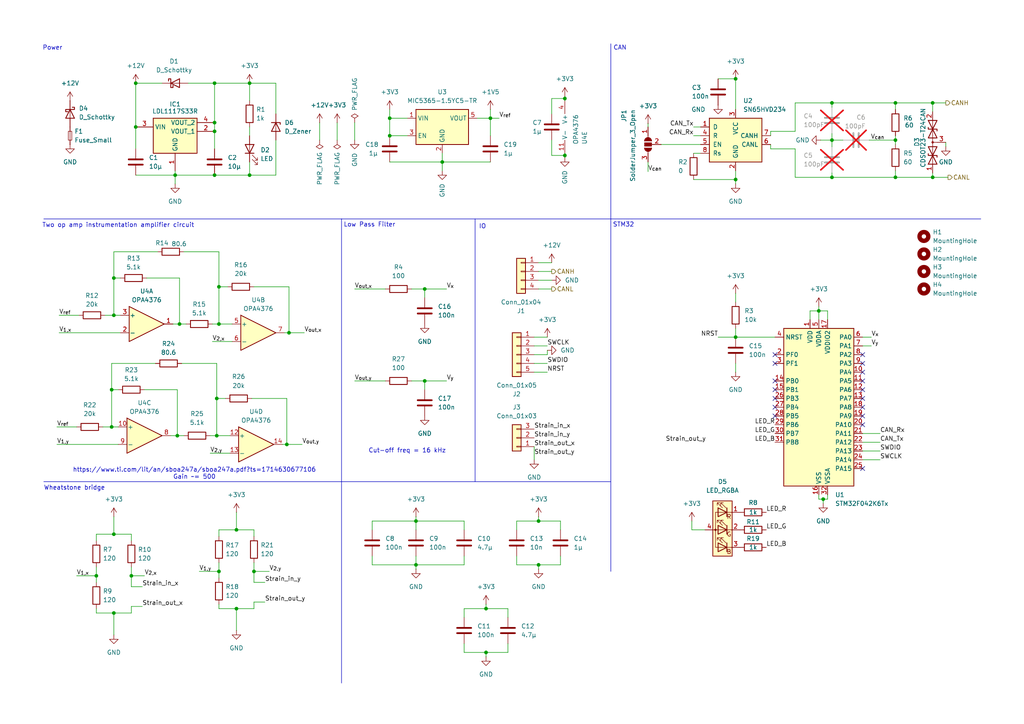
<source format=kicad_sch>
(kicad_sch
	(version 20231120)
	(generator "eeschema")
	(generator_version "8.0")
	(uuid "f8b6600d-b868-4177-9a19-9d3ea5a7ab39")
	(paper "A4")
	(lib_symbols
		(symbol "Amplifier_Operational:OPA4376"
			(pin_names
				(offset 0.127)
			)
			(exclude_from_sim no)
			(in_bom yes)
			(on_board yes)
			(property "Reference" "U"
				(at 0 5.08 0)
				(effects
					(font
						(size 1.27 1.27)
					)
					(justify left)
				)
			)
			(property "Value" "OPA4376"
				(at 0 -5.08 0)
				(effects
					(font
						(size 1.27 1.27)
					)
					(justify left)
				)
			)
			(property "Footprint" ""
				(at -1.27 2.54 0)
				(effects
					(font
						(size 1.27 1.27)
					)
					(hide yes)
				)
			)
			(property "Datasheet" "http://www.ti.com/lit/ds/symlink/opa376.pdf"
				(at 1.27 5.08 0)
				(effects
					(font
						(size 1.27 1.27)
					)
					(hide yes)
				)
			)
			(property "Description" "Quad Low-Noise, Low Quiescent Current, Precision Operational Amplifier e-trim Series, SC-70-5"
				(at 0 0 0)
				(effects
					(font
						(size 1.27 1.27)
					)
					(hide yes)
				)
			)
			(property "ki_locked" ""
				(at 0 0 0)
				(effects
					(font
						(size 1.27 1.27)
					)
				)
			)
			(property "ki_keywords" "quad opamp"
				(at 0 0 0)
				(effects
					(font
						(size 1.27 1.27)
					)
					(hide yes)
				)
			)
			(property "ki_fp_filters" "SOIC*3.9x8.7mm*P1.27mm* DIP*W7.62mm* TSSOP*4.4x5mm*P0.65mm* SSOP*5.3x6.2mm*P0.65mm* MSOP*3x3mm*P0.5mm*"
				(at 0 0 0)
				(effects
					(font
						(size 1.27 1.27)
					)
					(hide yes)
				)
			)
			(symbol "OPA4376_1_1"
				(polyline
					(pts
						(xy -5.08 5.08) (xy 5.08 0) (xy -5.08 -5.08) (xy -5.08 5.08)
					)
					(stroke
						(width 0.254)
						(type default)
					)
					(fill
						(type background)
					)
				)
				(pin output line
					(at 7.62 0 180)
					(length 2.54)
					(name "~"
						(effects
							(font
								(size 1.27 1.27)
							)
						)
					)
					(number "1"
						(effects
							(font
								(size 1.27 1.27)
							)
						)
					)
				)
				(pin input line
					(at -7.62 -2.54 0)
					(length 2.54)
					(name "-"
						(effects
							(font
								(size 1.27 1.27)
							)
						)
					)
					(number "2"
						(effects
							(font
								(size 1.27 1.27)
							)
						)
					)
				)
				(pin input line
					(at -7.62 2.54 0)
					(length 2.54)
					(name "+"
						(effects
							(font
								(size 1.27 1.27)
							)
						)
					)
					(number "3"
						(effects
							(font
								(size 1.27 1.27)
							)
						)
					)
				)
			)
			(symbol "OPA4376_2_1"
				(polyline
					(pts
						(xy -5.08 5.08) (xy 5.08 0) (xy -5.08 -5.08) (xy -5.08 5.08)
					)
					(stroke
						(width 0.254)
						(type default)
					)
					(fill
						(type background)
					)
				)
				(pin input line
					(at -7.62 2.54 0)
					(length 2.54)
					(name "+"
						(effects
							(font
								(size 1.27 1.27)
							)
						)
					)
					(number "5"
						(effects
							(font
								(size 1.27 1.27)
							)
						)
					)
				)
				(pin input line
					(at -7.62 -2.54 0)
					(length 2.54)
					(name "-"
						(effects
							(font
								(size 1.27 1.27)
							)
						)
					)
					(number "6"
						(effects
							(font
								(size 1.27 1.27)
							)
						)
					)
				)
				(pin output line
					(at 7.62 0 180)
					(length 2.54)
					(name "~"
						(effects
							(font
								(size 1.27 1.27)
							)
						)
					)
					(number "7"
						(effects
							(font
								(size 1.27 1.27)
							)
						)
					)
				)
			)
			(symbol "OPA4376_3_1"
				(polyline
					(pts
						(xy -5.08 5.08) (xy 5.08 0) (xy -5.08 -5.08) (xy -5.08 5.08)
					)
					(stroke
						(width 0.254)
						(type default)
					)
					(fill
						(type background)
					)
				)
				(pin input line
					(at -7.62 2.54 0)
					(length 2.54)
					(name "+"
						(effects
							(font
								(size 1.27 1.27)
							)
						)
					)
					(number "10"
						(effects
							(font
								(size 1.27 1.27)
							)
						)
					)
				)
				(pin output line
					(at 7.62 0 180)
					(length 2.54)
					(name "~"
						(effects
							(font
								(size 1.27 1.27)
							)
						)
					)
					(number "8"
						(effects
							(font
								(size 1.27 1.27)
							)
						)
					)
				)
				(pin input line
					(at -7.62 -2.54 0)
					(length 2.54)
					(name "-"
						(effects
							(font
								(size 1.27 1.27)
							)
						)
					)
					(number "9"
						(effects
							(font
								(size 1.27 1.27)
							)
						)
					)
				)
			)
			(symbol "OPA4376_4_1"
				(polyline
					(pts
						(xy -5.08 5.08) (xy 5.08 0) (xy -5.08 -5.08) (xy -5.08 5.08)
					)
					(stroke
						(width 0.254)
						(type default)
					)
					(fill
						(type background)
					)
				)
				(pin input line
					(at -7.62 2.54 0)
					(length 2.54)
					(name "+"
						(effects
							(font
								(size 1.27 1.27)
							)
						)
					)
					(number "12"
						(effects
							(font
								(size 1.27 1.27)
							)
						)
					)
				)
				(pin input line
					(at -7.62 -2.54 0)
					(length 2.54)
					(name "-"
						(effects
							(font
								(size 1.27 1.27)
							)
						)
					)
					(number "13"
						(effects
							(font
								(size 1.27 1.27)
							)
						)
					)
				)
				(pin output line
					(at 7.62 0 180)
					(length 2.54)
					(name "~"
						(effects
							(font
								(size 1.27 1.27)
							)
						)
					)
					(number "14"
						(effects
							(font
								(size 1.27 1.27)
							)
						)
					)
				)
			)
			(symbol "OPA4376_5_1"
				(pin power_in line
					(at -2.54 -7.62 90)
					(length 3.81)
					(name "V-"
						(effects
							(font
								(size 1.27 1.27)
							)
						)
					)
					(number "11"
						(effects
							(font
								(size 1.27 1.27)
							)
						)
					)
				)
				(pin power_in line
					(at -2.54 7.62 270)
					(length 3.81)
					(name "V+"
						(effects
							(font
								(size 1.27 1.27)
							)
						)
					)
					(number "4"
						(effects
							(font
								(size 1.27 1.27)
							)
						)
					)
				)
			)
		)
		(symbol "Connector_Generic:Conn_01x03"
			(pin_names
				(offset 1.016) hide)
			(exclude_from_sim no)
			(in_bom yes)
			(on_board yes)
			(property "Reference" "J"
				(at 0 5.08 0)
				(effects
					(font
						(size 1.27 1.27)
					)
				)
			)
			(property "Value" "Conn_01x03"
				(at 0 -5.08 0)
				(effects
					(font
						(size 1.27 1.27)
					)
				)
			)
			(property "Footprint" ""
				(at 0 0 0)
				(effects
					(font
						(size 1.27 1.27)
					)
					(hide yes)
				)
			)
			(property "Datasheet" "~"
				(at 0 0 0)
				(effects
					(font
						(size 1.27 1.27)
					)
					(hide yes)
				)
			)
			(property "Description" "Generic connector, single row, 01x03, script generated (kicad-library-utils/schlib/autogen/connector/)"
				(at 0 0 0)
				(effects
					(font
						(size 1.27 1.27)
					)
					(hide yes)
				)
			)
			(property "ki_keywords" "connector"
				(at 0 0 0)
				(effects
					(font
						(size 1.27 1.27)
					)
					(hide yes)
				)
			)
			(property "ki_fp_filters" "Connector*:*_1x??_*"
				(at 0 0 0)
				(effects
					(font
						(size 1.27 1.27)
					)
					(hide yes)
				)
			)
			(symbol "Conn_01x03_1_1"
				(rectangle
					(start -1.27 -2.413)
					(end 0 -2.667)
					(stroke
						(width 0.1524)
						(type default)
					)
					(fill
						(type none)
					)
				)
				(rectangle
					(start -1.27 0.127)
					(end 0 -0.127)
					(stroke
						(width 0.1524)
						(type default)
					)
					(fill
						(type none)
					)
				)
				(rectangle
					(start -1.27 2.667)
					(end 0 2.413)
					(stroke
						(width 0.1524)
						(type default)
					)
					(fill
						(type none)
					)
				)
				(rectangle
					(start -1.27 3.81)
					(end 1.27 -3.81)
					(stroke
						(width 0.254)
						(type default)
					)
					(fill
						(type background)
					)
				)
				(pin passive line
					(at -5.08 2.54 0)
					(length 3.81)
					(name "Pin_1"
						(effects
							(font
								(size 1.27 1.27)
							)
						)
					)
					(number "1"
						(effects
							(font
								(size 1.27 1.27)
							)
						)
					)
				)
				(pin passive line
					(at -5.08 0 0)
					(length 3.81)
					(name "Pin_2"
						(effects
							(font
								(size 1.27 1.27)
							)
						)
					)
					(number "2"
						(effects
							(font
								(size 1.27 1.27)
							)
						)
					)
				)
				(pin passive line
					(at -5.08 -2.54 0)
					(length 3.81)
					(name "Pin_3"
						(effects
							(font
								(size 1.27 1.27)
							)
						)
					)
					(number "3"
						(effects
							(font
								(size 1.27 1.27)
							)
						)
					)
				)
			)
		)
		(symbol "Connector_Generic:Conn_01x04"
			(pin_names
				(offset 1.016) hide)
			(exclude_from_sim no)
			(in_bom yes)
			(on_board yes)
			(property "Reference" "J"
				(at 0 5.08 0)
				(effects
					(font
						(size 1.27 1.27)
					)
				)
			)
			(property "Value" "Conn_01x04"
				(at 0 -7.62 0)
				(effects
					(font
						(size 1.27 1.27)
					)
				)
			)
			(property "Footprint" ""
				(at 0 0 0)
				(effects
					(font
						(size 1.27 1.27)
					)
					(hide yes)
				)
			)
			(property "Datasheet" "~"
				(at 0 0 0)
				(effects
					(font
						(size 1.27 1.27)
					)
					(hide yes)
				)
			)
			(property "Description" "Generic connector, single row, 01x04, script generated (kicad-library-utils/schlib/autogen/connector/)"
				(at 0 0 0)
				(effects
					(font
						(size 1.27 1.27)
					)
					(hide yes)
				)
			)
			(property "ki_keywords" "connector"
				(at 0 0 0)
				(effects
					(font
						(size 1.27 1.27)
					)
					(hide yes)
				)
			)
			(property "ki_fp_filters" "Connector*:*_1x??_*"
				(at 0 0 0)
				(effects
					(font
						(size 1.27 1.27)
					)
					(hide yes)
				)
			)
			(symbol "Conn_01x04_1_1"
				(rectangle
					(start -1.27 -4.953)
					(end 0 -5.207)
					(stroke
						(width 0.1524)
						(type default)
					)
					(fill
						(type none)
					)
				)
				(rectangle
					(start -1.27 -2.413)
					(end 0 -2.667)
					(stroke
						(width 0.1524)
						(type default)
					)
					(fill
						(type none)
					)
				)
				(rectangle
					(start -1.27 0.127)
					(end 0 -0.127)
					(stroke
						(width 0.1524)
						(type default)
					)
					(fill
						(type none)
					)
				)
				(rectangle
					(start -1.27 2.667)
					(end 0 2.413)
					(stroke
						(width 0.1524)
						(type default)
					)
					(fill
						(type none)
					)
				)
				(rectangle
					(start -1.27 3.81)
					(end 1.27 -6.35)
					(stroke
						(width 0.254)
						(type default)
					)
					(fill
						(type background)
					)
				)
				(pin passive line
					(at -5.08 2.54 0)
					(length 3.81)
					(name "Pin_1"
						(effects
							(font
								(size 1.27 1.27)
							)
						)
					)
					(number "1"
						(effects
							(font
								(size 1.27 1.27)
							)
						)
					)
				)
				(pin passive line
					(at -5.08 0 0)
					(length 3.81)
					(name "Pin_2"
						(effects
							(font
								(size 1.27 1.27)
							)
						)
					)
					(number "2"
						(effects
							(font
								(size 1.27 1.27)
							)
						)
					)
				)
				(pin passive line
					(at -5.08 -2.54 0)
					(length 3.81)
					(name "Pin_3"
						(effects
							(font
								(size 1.27 1.27)
							)
						)
					)
					(number "3"
						(effects
							(font
								(size 1.27 1.27)
							)
						)
					)
				)
				(pin passive line
					(at -5.08 -5.08 0)
					(length 3.81)
					(name "Pin_4"
						(effects
							(font
								(size 1.27 1.27)
							)
						)
					)
					(number "4"
						(effects
							(font
								(size 1.27 1.27)
							)
						)
					)
				)
			)
		)
		(symbol "Connector_Generic:Conn_01x05"
			(pin_names
				(offset 1.016) hide)
			(exclude_from_sim no)
			(in_bom yes)
			(on_board yes)
			(property "Reference" "J"
				(at 0 7.62 0)
				(effects
					(font
						(size 1.27 1.27)
					)
				)
			)
			(property "Value" "Conn_01x05"
				(at 0 -7.62 0)
				(effects
					(font
						(size 1.27 1.27)
					)
				)
			)
			(property "Footprint" ""
				(at 0 0 0)
				(effects
					(font
						(size 1.27 1.27)
					)
					(hide yes)
				)
			)
			(property "Datasheet" "~"
				(at 0 0 0)
				(effects
					(font
						(size 1.27 1.27)
					)
					(hide yes)
				)
			)
			(property "Description" "Generic connector, single row, 01x05, script generated (kicad-library-utils/schlib/autogen/connector/)"
				(at 0 0 0)
				(effects
					(font
						(size 1.27 1.27)
					)
					(hide yes)
				)
			)
			(property "ki_keywords" "connector"
				(at 0 0 0)
				(effects
					(font
						(size 1.27 1.27)
					)
					(hide yes)
				)
			)
			(property "ki_fp_filters" "Connector*:*_1x??_*"
				(at 0 0 0)
				(effects
					(font
						(size 1.27 1.27)
					)
					(hide yes)
				)
			)
			(symbol "Conn_01x05_1_1"
				(rectangle
					(start -1.27 -4.953)
					(end 0 -5.207)
					(stroke
						(width 0.1524)
						(type default)
					)
					(fill
						(type none)
					)
				)
				(rectangle
					(start -1.27 -2.413)
					(end 0 -2.667)
					(stroke
						(width 0.1524)
						(type default)
					)
					(fill
						(type none)
					)
				)
				(rectangle
					(start -1.27 0.127)
					(end 0 -0.127)
					(stroke
						(width 0.1524)
						(type default)
					)
					(fill
						(type none)
					)
				)
				(rectangle
					(start -1.27 2.667)
					(end 0 2.413)
					(stroke
						(width 0.1524)
						(type default)
					)
					(fill
						(type none)
					)
				)
				(rectangle
					(start -1.27 5.207)
					(end 0 4.953)
					(stroke
						(width 0.1524)
						(type default)
					)
					(fill
						(type none)
					)
				)
				(rectangle
					(start -1.27 6.35)
					(end 1.27 -6.35)
					(stroke
						(width 0.254)
						(type default)
					)
					(fill
						(type background)
					)
				)
				(pin passive line
					(at -5.08 5.08 0)
					(length 3.81)
					(name "Pin_1"
						(effects
							(font
								(size 1.27 1.27)
							)
						)
					)
					(number "1"
						(effects
							(font
								(size 1.27 1.27)
							)
						)
					)
				)
				(pin passive line
					(at -5.08 2.54 0)
					(length 3.81)
					(name "Pin_2"
						(effects
							(font
								(size 1.27 1.27)
							)
						)
					)
					(number "2"
						(effects
							(font
								(size 1.27 1.27)
							)
						)
					)
				)
				(pin passive line
					(at -5.08 0 0)
					(length 3.81)
					(name "Pin_3"
						(effects
							(font
								(size 1.27 1.27)
							)
						)
					)
					(number "3"
						(effects
							(font
								(size 1.27 1.27)
							)
						)
					)
				)
				(pin passive line
					(at -5.08 -2.54 0)
					(length 3.81)
					(name "Pin_4"
						(effects
							(font
								(size 1.27 1.27)
							)
						)
					)
					(number "4"
						(effects
							(font
								(size 1.27 1.27)
							)
						)
					)
				)
				(pin passive line
					(at -5.08 -5.08 0)
					(length 3.81)
					(name "Pin_5"
						(effects
							(font
								(size 1.27 1.27)
							)
						)
					)
					(number "5"
						(effects
							(font
								(size 1.27 1.27)
							)
						)
					)
				)
			)
		)
		(symbol "Device:C"
			(pin_numbers hide)
			(pin_names
				(offset 0.254)
			)
			(exclude_from_sim no)
			(in_bom yes)
			(on_board yes)
			(property "Reference" "C"
				(at 0.635 2.54 0)
				(effects
					(font
						(size 1.27 1.27)
					)
					(justify left)
				)
			)
			(property "Value" "C"
				(at 0.635 -2.54 0)
				(effects
					(font
						(size 1.27 1.27)
					)
					(justify left)
				)
			)
			(property "Footprint" ""
				(at 0.9652 -3.81 0)
				(effects
					(font
						(size 1.27 1.27)
					)
					(hide yes)
				)
			)
			(property "Datasheet" "~"
				(at 0 0 0)
				(effects
					(font
						(size 1.27 1.27)
					)
					(hide yes)
				)
			)
			(property "Description" "Unpolarized capacitor"
				(at 0 0 0)
				(effects
					(font
						(size 1.27 1.27)
					)
					(hide yes)
				)
			)
			(property "ki_keywords" "cap capacitor"
				(at 0 0 0)
				(effects
					(font
						(size 1.27 1.27)
					)
					(hide yes)
				)
			)
			(property "ki_fp_filters" "C_*"
				(at 0 0 0)
				(effects
					(font
						(size 1.27 1.27)
					)
					(hide yes)
				)
			)
			(symbol "C_0_1"
				(polyline
					(pts
						(xy -2.032 -0.762) (xy 2.032 -0.762)
					)
					(stroke
						(width 0.508)
						(type default)
					)
					(fill
						(type none)
					)
				)
				(polyline
					(pts
						(xy -2.032 0.762) (xy 2.032 0.762)
					)
					(stroke
						(width 0.508)
						(type default)
					)
					(fill
						(type none)
					)
				)
			)
			(symbol "C_1_1"
				(pin passive line
					(at 0 3.81 270)
					(length 2.794)
					(name "~"
						(effects
							(font
								(size 1.27 1.27)
							)
						)
					)
					(number "1"
						(effects
							(font
								(size 1.27 1.27)
							)
						)
					)
				)
				(pin passive line
					(at 0 -3.81 90)
					(length 2.794)
					(name "~"
						(effects
							(font
								(size 1.27 1.27)
							)
						)
					)
					(number "2"
						(effects
							(font
								(size 1.27 1.27)
							)
						)
					)
				)
			)
		)
		(symbol "Device:D_Schottky"
			(pin_numbers hide)
			(pin_names
				(offset 1.016) hide)
			(exclude_from_sim no)
			(in_bom yes)
			(on_board yes)
			(property "Reference" "D"
				(at 0 2.54 0)
				(effects
					(font
						(size 1.27 1.27)
					)
				)
			)
			(property "Value" "D_Schottky"
				(at 0 -2.54 0)
				(effects
					(font
						(size 1.27 1.27)
					)
				)
			)
			(property "Footprint" ""
				(at 0 0 0)
				(effects
					(font
						(size 1.27 1.27)
					)
					(hide yes)
				)
			)
			(property "Datasheet" "~"
				(at 0 0 0)
				(effects
					(font
						(size 1.27 1.27)
					)
					(hide yes)
				)
			)
			(property "Description" "Schottky diode"
				(at 0 0 0)
				(effects
					(font
						(size 1.27 1.27)
					)
					(hide yes)
				)
			)
			(property "ki_keywords" "diode Schottky"
				(at 0 0 0)
				(effects
					(font
						(size 1.27 1.27)
					)
					(hide yes)
				)
			)
			(property "ki_fp_filters" "TO-???* *_Diode_* *SingleDiode* D_*"
				(at 0 0 0)
				(effects
					(font
						(size 1.27 1.27)
					)
					(hide yes)
				)
			)
			(symbol "D_Schottky_0_1"
				(polyline
					(pts
						(xy 1.27 0) (xy -1.27 0)
					)
					(stroke
						(width 0)
						(type default)
					)
					(fill
						(type none)
					)
				)
				(polyline
					(pts
						(xy 1.27 1.27) (xy 1.27 -1.27) (xy -1.27 0) (xy 1.27 1.27)
					)
					(stroke
						(width 0.254)
						(type default)
					)
					(fill
						(type none)
					)
				)
				(polyline
					(pts
						(xy -1.905 0.635) (xy -1.905 1.27) (xy -1.27 1.27) (xy -1.27 -1.27) (xy -0.635 -1.27) (xy -0.635 -0.635)
					)
					(stroke
						(width 0.254)
						(type default)
					)
					(fill
						(type none)
					)
				)
			)
			(symbol "D_Schottky_1_1"
				(pin passive line
					(at -3.81 0 0)
					(length 2.54)
					(name "K"
						(effects
							(font
								(size 1.27 1.27)
							)
						)
					)
					(number "1"
						(effects
							(font
								(size 1.27 1.27)
							)
						)
					)
				)
				(pin passive line
					(at 3.81 0 180)
					(length 2.54)
					(name "A"
						(effects
							(font
								(size 1.27 1.27)
							)
						)
					)
					(number "2"
						(effects
							(font
								(size 1.27 1.27)
							)
						)
					)
				)
			)
		)
		(symbol "Device:D_TVS_Dual_AAC"
			(pin_names
				(offset 1.016) hide)
			(exclude_from_sim no)
			(in_bom yes)
			(on_board yes)
			(property "Reference" "D"
				(at 0 4.445 0)
				(effects
					(font
						(size 1.27 1.27)
					)
				)
			)
			(property "Value" "D_TVS_Dual_AAC"
				(at 0 2.54 0)
				(effects
					(font
						(size 1.27 1.27)
					)
				)
			)
			(property "Footprint" ""
				(at -3.81 0 0)
				(effects
					(font
						(size 1.27 1.27)
					)
					(hide yes)
				)
			)
			(property "Datasheet" "~"
				(at -3.81 0 0)
				(effects
					(font
						(size 1.27 1.27)
					)
					(hide yes)
				)
			)
			(property "Description" "Bidirectional dual transient-voltage-suppression diode, center on pin 3"
				(at 0 0 0)
				(effects
					(font
						(size 1.27 1.27)
					)
					(hide yes)
				)
			)
			(property "ki_keywords" "diode TVS thyrector"
				(at 0 0 0)
				(effects
					(font
						(size 1.27 1.27)
					)
					(hide yes)
				)
			)
			(symbol "D_TVS_Dual_AAC_0_0"
				(polyline
					(pts
						(xy 0 -1.27) (xy 0 0)
					)
					(stroke
						(width 0)
						(type default)
					)
					(fill
						(type none)
					)
				)
			)
			(symbol "D_TVS_Dual_AAC_0_1"
				(polyline
					(pts
						(xy -6.35 0) (xy 6.35 0)
					)
					(stroke
						(width 0)
						(type default)
					)
					(fill
						(type none)
					)
				)
				(polyline
					(pts
						(xy -3.302 1.27) (xy -3.81 1.27) (xy -3.81 -1.27) (xy -4.318 -1.27)
					)
					(stroke
						(width 0.254)
						(type default)
					)
					(fill
						(type none)
					)
				)
				(polyline
					(pts
						(xy 4.318 1.27) (xy 3.81 1.27) (xy 3.81 -1.27) (xy 3.302 -1.27)
					)
					(stroke
						(width 0.254)
						(type default)
					)
					(fill
						(type none)
					)
				)
				(polyline
					(pts
						(xy -6.35 1.27) (xy -1.27 -1.27) (xy -1.27 1.27) (xy -6.35 -1.27) (xy -6.35 1.27)
					)
					(stroke
						(width 0.254)
						(type default)
					)
					(fill
						(type none)
					)
				)
				(polyline
					(pts
						(xy 6.35 1.27) (xy 1.27 -1.27) (xy 1.27 1.27) (xy 6.35 -1.27) (xy 6.35 1.27)
					)
					(stroke
						(width 0.254)
						(type default)
					)
					(fill
						(type none)
					)
				)
				(circle
					(center 0 0)
					(radius 0.254)
					(stroke
						(width 0)
						(type default)
					)
					(fill
						(type outline)
					)
				)
			)
			(symbol "D_TVS_Dual_AAC_1_1"
				(pin passive line
					(at -8.89 0 0)
					(length 2.54)
					(name "A1"
						(effects
							(font
								(size 1.27 1.27)
							)
						)
					)
					(number "1"
						(effects
							(font
								(size 1.27 1.27)
							)
						)
					)
				)
				(pin passive line
					(at 8.89 0 180)
					(length 2.54)
					(name "A2"
						(effects
							(font
								(size 1.27 1.27)
							)
						)
					)
					(number "2"
						(effects
							(font
								(size 1.27 1.27)
							)
						)
					)
				)
				(pin input line
					(at 0 -3.81 90)
					(length 2.54)
					(name "common"
						(effects
							(font
								(size 1.27 1.27)
							)
						)
					)
					(number "3"
						(effects
							(font
								(size 1.27 1.27)
							)
						)
					)
				)
			)
		)
		(symbol "Device:D_Zener"
			(pin_numbers hide)
			(pin_names
				(offset 1.016) hide)
			(exclude_from_sim no)
			(in_bom yes)
			(on_board yes)
			(property "Reference" "D"
				(at 0 2.54 0)
				(effects
					(font
						(size 1.27 1.27)
					)
				)
			)
			(property "Value" "D_Zener"
				(at 0 -2.54 0)
				(effects
					(font
						(size 1.27 1.27)
					)
				)
			)
			(property "Footprint" ""
				(at 0 0 0)
				(effects
					(font
						(size 1.27 1.27)
					)
					(hide yes)
				)
			)
			(property "Datasheet" "~"
				(at 0 0 0)
				(effects
					(font
						(size 1.27 1.27)
					)
					(hide yes)
				)
			)
			(property "Description" "Zener diode"
				(at 0 0 0)
				(effects
					(font
						(size 1.27 1.27)
					)
					(hide yes)
				)
			)
			(property "ki_keywords" "diode"
				(at 0 0 0)
				(effects
					(font
						(size 1.27 1.27)
					)
					(hide yes)
				)
			)
			(property "ki_fp_filters" "TO-???* *_Diode_* *SingleDiode* D_*"
				(at 0 0 0)
				(effects
					(font
						(size 1.27 1.27)
					)
					(hide yes)
				)
			)
			(symbol "D_Zener_0_1"
				(polyline
					(pts
						(xy 1.27 0) (xy -1.27 0)
					)
					(stroke
						(width 0)
						(type default)
					)
					(fill
						(type none)
					)
				)
				(polyline
					(pts
						(xy -1.27 -1.27) (xy -1.27 1.27) (xy -0.762 1.27)
					)
					(stroke
						(width 0.254)
						(type default)
					)
					(fill
						(type none)
					)
				)
				(polyline
					(pts
						(xy 1.27 -1.27) (xy 1.27 1.27) (xy -1.27 0) (xy 1.27 -1.27)
					)
					(stroke
						(width 0.254)
						(type default)
					)
					(fill
						(type none)
					)
				)
			)
			(symbol "D_Zener_1_1"
				(pin passive line
					(at -3.81 0 0)
					(length 2.54)
					(name "K"
						(effects
							(font
								(size 1.27 1.27)
							)
						)
					)
					(number "1"
						(effects
							(font
								(size 1.27 1.27)
							)
						)
					)
				)
				(pin passive line
					(at 3.81 0 180)
					(length 2.54)
					(name "A"
						(effects
							(font
								(size 1.27 1.27)
							)
						)
					)
					(number "2"
						(effects
							(font
								(size 1.27 1.27)
							)
						)
					)
				)
			)
		)
		(symbol "Device:Fuse_Small"
			(pin_numbers hide)
			(pin_names
				(offset 0.254) hide)
			(exclude_from_sim no)
			(in_bom yes)
			(on_board yes)
			(property "Reference" "F"
				(at 0 -1.524 0)
				(effects
					(font
						(size 1.27 1.27)
					)
				)
			)
			(property "Value" "Fuse_Small"
				(at 0 1.524 0)
				(effects
					(font
						(size 1.27 1.27)
					)
				)
			)
			(property "Footprint" ""
				(at 0 0 0)
				(effects
					(font
						(size 1.27 1.27)
					)
					(hide yes)
				)
			)
			(property "Datasheet" "~"
				(at 0 0 0)
				(effects
					(font
						(size 1.27 1.27)
					)
					(hide yes)
				)
			)
			(property "Description" "Fuse, small symbol"
				(at 0 0 0)
				(effects
					(font
						(size 1.27 1.27)
					)
					(hide yes)
				)
			)
			(property "ki_keywords" "fuse"
				(at 0 0 0)
				(effects
					(font
						(size 1.27 1.27)
					)
					(hide yes)
				)
			)
			(property "ki_fp_filters" "*Fuse*"
				(at 0 0 0)
				(effects
					(font
						(size 1.27 1.27)
					)
					(hide yes)
				)
			)
			(symbol "Fuse_Small_0_1"
				(rectangle
					(start -1.27 0.508)
					(end 1.27 -0.508)
					(stroke
						(width 0)
						(type default)
					)
					(fill
						(type none)
					)
				)
				(polyline
					(pts
						(xy -1.27 0) (xy 1.27 0)
					)
					(stroke
						(width 0)
						(type default)
					)
					(fill
						(type none)
					)
				)
			)
			(symbol "Fuse_Small_1_1"
				(pin passive line
					(at -2.54 0 0)
					(length 1.27)
					(name "~"
						(effects
							(font
								(size 1.27 1.27)
							)
						)
					)
					(number "1"
						(effects
							(font
								(size 1.27 1.27)
							)
						)
					)
				)
				(pin passive line
					(at 2.54 0 180)
					(length 1.27)
					(name "~"
						(effects
							(font
								(size 1.27 1.27)
							)
						)
					)
					(number "2"
						(effects
							(font
								(size 1.27 1.27)
							)
						)
					)
				)
			)
		)
		(symbol "Device:LED"
			(pin_numbers hide)
			(pin_names
				(offset 1.016) hide)
			(exclude_from_sim no)
			(in_bom yes)
			(on_board yes)
			(property "Reference" "D"
				(at 0 2.54 0)
				(effects
					(font
						(size 1.27 1.27)
					)
				)
			)
			(property "Value" "LED"
				(at 0 -2.54 0)
				(effects
					(font
						(size 1.27 1.27)
					)
				)
			)
			(property "Footprint" ""
				(at 0 0 0)
				(effects
					(font
						(size 1.27 1.27)
					)
					(hide yes)
				)
			)
			(property "Datasheet" "~"
				(at 0 0 0)
				(effects
					(font
						(size 1.27 1.27)
					)
					(hide yes)
				)
			)
			(property "Description" "Light emitting diode"
				(at 0 0 0)
				(effects
					(font
						(size 1.27 1.27)
					)
					(hide yes)
				)
			)
			(property "ki_keywords" "LED diode"
				(at 0 0 0)
				(effects
					(font
						(size 1.27 1.27)
					)
					(hide yes)
				)
			)
			(property "ki_fp_filters" "LED* LED_SMD:* LED_THT:*"
				(at 0 0 0)
				(effects
					(font
						(size 1.27 1.27)
					)
					(hide yes)
				)
			)
			(symbol "LED_0_1"
				(polyline
					(pts
						(xy -1.27 -1.27) (xy -1.27 1.27)
					)
					(stroke
						(width 0.254)
						(type default)
					)
					(fill
						(type none)
					)
				)
				(polyline
					(pts
						(xy -1.27 0) (xy 1.27 0)
					)
					(stroke
						(width 0)
						(type default)
					)
					(fill
						(type none)
					)
				)
				(polyline
					(pts
						(xy 1.27 -1.27) (xy 1.27 1.27) (xy -1.27 0) (xy 1.27 -1.27)
					)
					(stroke
						(width 0.254)
						(type default)
					)
					(fill
						(type none)
					)
				)
				(polyline
					(pts
						(xy -3.048 -0.762) (xy -4.572 -2.286) (xy -3.81 -2.286) (xy -4.572 -2.286) (xy -4.572 -1.524)
					)
					(stroke
						(width 0)
						(type default)
					)
					(fill
						(type none)
					)
				)
				(polyline
					(pts
						(xy -1.778 -0.762) (xy -3.302 -2.286) (xy -2.54 -2.286) (xy -3.302 -2.286) (xy -3.302 -1.524)
					)
					(stroke
						(width 0)
						(type default)
					)
					(fill
						(type none)
					)
				)
			)
			(symbol "LED_1_1"
				(pin passive line
					(at -3.81 0 0)
					(length 2.54)
					(name "K"
						(effects
							(font
								(size 1.27 1.27)
							)
						)
					)
					(number "1"
						(effects
							(font
								(size 1.27 1.27)
							)
						)
					)
				)
				(pin passive line
					(at 3.81 0 180)
					(length 2.54)
					(name "A"
						(effects
							(font
								(size 1.27 1.27)
							)
						)
					)
					(number "2"
						(effects
							(font
								(size 1.27 1.27)
							)
						)
					)
				)
			)
		)
		(symbol "Device:LED_RGBA"
			(pin_names
				(offset 0) hide)
			(exclude_from_sim no)
			(in_bom yes)
			(on_board yes)
			(property "Reference" "D"
				(at 0 9.398 0)
				(effects
					(font
						(size 1.27 1.27)
					)
				)
			)
			(property "Value" "LED_RGBA"
				(at 0 -8.89 0)
				(effects
					(font
						(size 1.27 1.27)
					)
				)
			)
			(property "Footprint" ""
				(at 0 -1.27 0)
				(effects
					(font
						(size 1.27 1.27)
					)
					(hide yes)
				)
			)
			(property "Datasheet" "~"
				(at 0 -1.27 0)
				(effects
					(font
						(size 1.27 1.27)
					)
					(hide yes)
				)
			)
			(property "Description" "RGB LED, red/green/blue/anode"
				(at 0 0 0)
				(effects
					(font
						(size 1.27 1.27)
					)
					(hide yes)
				)
			)
			(property "ki_keywords" "LED RGB diode"
				(at 0 0 0)
				(effects
					(font
						(size 1.27 1.27)
					)
					(hide yes)
				)
			)
			(property "ki_fp_filters" "LED* LED_SMD:* LED_THT:*"
				(at 0 0 0)
				(effects
					(font
						(size 1.27 1.27)
					)
					(hide yes)
				)
			)
			(symbol "LED_RGBA_0_0"
				(text "B"
					(at -1.905 -6.35 0)
					(effects
						(font
							(size 1.27 1.27)
						)
					)
				)
				(text "G"
					(at -1.905 -1.27 0)
					(effects
						(font
							(size 1.27 1.27)
						)
					)
				)
				(text "R"
					(at -1.905 3.81 0)
					(effects
						(font
							(size 1.27 1.27)
						)
					)
				)
			)
			(symbol "LED_RGBA_0_1"
				(polyline
					(pts
						(xy -1.27 -5.08) (xy -2.54 -5.08)
					)
					(stroke
						(width 0)
						(type default)
					)
					(fill
						(type none)
					)
				)
				(polyline
					(pts
						(xy -1.27 -5.08) (xy 1.27 -5.08)
					)
					(stroke
						(width 0)
						(type default)
					)
					(fill
						(type none)
					)
				)
				(polyline
					(pts
						(xy -1.27 -3.81) (xy -1.27 -6.35)
					)
					(stroke
						(width 0.254)
						(type default)
					)
					(fill
						(type none)
					)
				)
				(polyline
					(pts
						(xy -1.27 0) (xy -2.54 0)
					)
					(stroke
						(width 0)
						(type default)
					)
					(fill
						(type none)
					)
				)
				(polyline
					(pts
						(xy -1.27 1.27) (xy -1.27 -1.27)
					)
					(stroke
						(width 0.254)
						(type default)
					)
					(fill
						(type none)
					)
				)
				(polyline
					(pts
						(xy -1.27 5.08) (xy -2.54 5.08)
					)
					(stroke
						(width 0)
						(type default)
					)
					(fill
						(type none)
					)
				)
				(polyline
					(pts
						(xy -1.27 5.08) (xy 1.27 5.08)
					)
					(stroke
						(width 0)
						(type default)
					)
					(fill
						(type none)
					)
				)
				(polyline
					(pts
						(xy -1.27 6.35) (xy -1.27 3.81)
					)
					(stroke
						(width 0.254)
						(type default)
					)
					(fill
						(type none)
					)
				)
				(polyline
					(pts
						(xy 1.27 0) (xy -1.27 0)
					)
					(stroke
						(width 0)
						(type default)
					)
					(fill
						(type none)
					)
				)
				(polyline
					(pts
						(xy 1.27 0) (xy 2.54 0)
					)
					(stroke
						(width 0)
						(type default)
					)
					(fill
						(type none)
					)
				)
				(polyline
					(pts
						(xy -1.27 1.27) (xy -1.27 -1.27) (xy -1.27 -1.27)
					)
					(stroke
						(width 0)
						(type default)
					)
					(fill
						(type none)
					)
				)
				(polyline
					(pts
						(xy -1.27 6.35) (xy -1.27 3.81) (xy -1.27 3.81)
					)
					(stroke
						(width 0)
						(type default)
					)
					(fill
						(type none)
					)
				)
				(polyline
					(pts
						(xy 1.27 -5.08) (xy 2.032 -5.08) (xy 2.032 5.08) (xy 1.27 5.08)
					)
					(stroke
						(width 0)
						(type default)
					)
					(fill
						(type none)
					)
				)
				(polyline
					(pts
						(xy 1.27 -3.81) (xy 1.27 -6.35) (xy -1.27 -5.08) (xy 1.27 -3.81)
					)
					(stroke
						(width 0.254)
						(type default)
					)
					(fill
						(type none)
					)
				)
				(polyline
					(pts
						(xy 1.27 1.27) (xy 1.27 -1.27) (xy -1.27 0) (xy 1.27 1.27)
					)
					(stroke
						(width 0.254)
						(type default)
					)
					(fill
						(type none)
					)
				)
				(polyline
					(pts
						(xy 1.27 6.35) (xy 1.27 3.81) (xy -1.27 5.08) (xy 1.27 6.35)
					)
					(stroke
						(width 0.254)
						(type default)
					)
					(fill
						(type none)
					)
				)
				(polyline
					(pts
						(xy -1.016 -3.81) (xy 0.508 -2.286) (xy -0.254 -2.286) (xy 0.508 -2.286) (xy 0.508 -3.048)
					)
					(stroke
						(width 0)
						(type default)
					)
					(fill
						(type none)
					)
				)
				(polyline
					(pts
						(xy -1.016 1.27) (xy 0.508 2.794) (xy -0.254 2.794) (xy 0.508 2.794) (xy 0.508 2.032)
					)
					(stroke
						(width 0)
						(type default)
					)
					(fill
						(type none)
					)
				)
				(polyline
					(pts
						(xy -1.016 6.35) (xy 0.508 7.874) (xy -0.254 7.874) (xy 0.508 7.874) (xy 0.508 7.112)
					)
					(stroke
						(width 0)
						(type default)
					)
					(fill
						(type none)
					)
				)
				(polyline
					(pts
						(xy 0 -3.81) (xy 1.524 -2.286) (xy 0.762 -2.286) (xy 1.524 -2.286) (xy 1.524 -3.048)
					)
					(stroke
						(width 0)
						(type default)
					)
					(fill
						(type none)
					)
				)
				(polyline
					(pts
						(xy 0 1.27) (xy 1.524 2.794) (xy 0.762 2.794) (xy 1.524 2.794) (xy 1.524 2.032)
					)
					(stroke
						(width 0)
						(type default)
					)
					(fill
						(type none)
					)
				)
				(polyline
					(pts
						(xy 0 6.35) (xy 1.524 7.874) (xy 0.762 7.874) (xy 1.524 7.874) (xy 1.524 7.112)
					)
					(stroke
						(width 0)
						(type default)
					)
					(fill
						(type none)
					)
				)
				(rectangle
					(start 1.27 -1.27)
					(end 1.27 1.27)
					(stroke
						(width 0)
						(type default)
					)
					(fill
						(type none)
					)
				)
				(rectangle
					(start 1.27 1.27)
					(end 1.27 1.27)
					(stroke
						(width 0)
						(type default)
					)
					(fill
						(type none)
					)
				)
				(rectangle
					(start 1.27 3.81)
					(end 1.27 6.35)
					(stroke
						(width 0)
						(type default)
					)
					(fill
						(type none)
					)
				)
				(rectangle
					(start 1.27 6.35)
					(end 1.27 6.35)
					(stroke
						(width 0)
						(type default)
					)
					(fill
						(type none)
					)
				)
				(circle
					(center 2.032 0)
					(radius 0.254)
					(stroke
						(width 0)
						(type default)
					)
					(fill
						(type outline)
					)
				)
				(rectangle
					(start 2.794 8.382)
					(end -2.794 -7.62)
					(stroke
						(width 0.254)
						(type default)
					)
					(fill
						(type background)
					)
				)
			)
			(symbol "LED_RGBA_1_1"
				(pin passive line
					(at -5.08 5.08 0)
					(length 2.54)
					(name "RK"
						(effects
							(font
								(size 1.27 1.27)
							)
						)
					)
					(number "1"
						(effects
							(font
								(size 1.27 1.27)
							)
						)
					)
				)
				(pin passive line
					(at -5.08 0 0)
					(length 2.54)
					(name "GK"
						(effects
							(font
								(size 1.27 1.27)
							)
						)
					)
					(number "2"
						(effects
							(font
								(size 1.27 1.27)
							)
						)
					)
				)
				(pin passive line
					(at -5.08 -5.08 0)
					(length 2.54)
					(name "BK"
						(effects
							(font
								(size 1.27 1.27)
							)
						)
					)
					(number "3"
						(effects
							(font
								(size 1.27 1.27)
							)
						)
					)
				)
				(pin passive line
					(at 5.08 0 180)
					(length 2.54)
					(name "A"
						(effects
							(font
								(size 1.27 1.27)
							)
						)
					)
					(number "4"
						(effects
							(font
								(size 1.27 1.27)
							)
						)
					)
				)
			)
		)
		(symbol "Device:R"
			(pin_numbers hide)
			(pin_names
				(offset 0)
			)
			(exclude_from_sim no)
			(in_bom yes)
			(on_board yes)
			(property "Reference" "R"
				(at 2.032 0 90)
				(effects
					(font
						(size 1.27 1.27)
					)
				)
			)
			(property "Value" "R"
				(at 0 0 90)
				(effects
					(font
						(size 1.27 1.27)
					)
				)
			)
			(property "Footprint" ""
				(at -1.778 0 90)
				(effects
					(font
						(size 1.27 1.27)
					)
					(hide yes)
				)
			)
			(property "Datasheet" "~"
				(at 0 0 0)
				(effects
					(font
						(size 1.27 1.27)
					)
					(hide yes)
				)
			)
			(property "Description" "Resistor"
				(at 0 0 0)
				(effects
					(font
						(size 1.27 1.27)
					)
					(hide yes)
				)
			)
			(property "ki_keywords" "R res resistor"
				(at 0 0 0)
				(effects
					(font
						(size 1.27 1.27)
					)
					(hide yes)
				)
			)
			(property "ki_fp_filters" "R_*"
				(at 0 0 0)
				(effects
					(font
						(size 1.27 1.27)
					)
					(hide yes)
				)
			)
			(symbol "R_0_1"
				(rectangle
					(start -1.016 -2.54)
					(end 1.016 2.54)
					(stroke
						(width 0.254)
						(type default)
					)
					(fill
						(type none)
					)
				)
			)
			(symbol "R_1_1"
				(pin passive line
					(at 0 3.81 270)
					(length 1.27)
					(name "~"
						(effects
							(font
								(size 1.27 1.27)
							)
						)
					)
					(number "1"
						(effects
							(font
								(size 1.27 1.27)
							)
						)
					)
				)
				(pin passive line
					(at 0 -3.81 90)
					(length 1.27)
					(name "~"
						(effects
							(font
								(size 1.27 1.27)
							)
						)
					)
					(number "2"
						(effects
							(font
								(size 1.27 1.27)
							)
						)
					)
				)
			)
		)
		(symbol "Interface_CAN_LIN:SN65HVD234"
			(pin_names
				(offset 1.016)
			)
			(exclude_from_sim no)
			(in_bom yes)
			(on_board yes)
			(property "Reference" "U"
				(at -2.54 10.16 0)
				(effects
					(font
						(size 1.27 1.27)
					)
					(justify right)
				)
			)
			(property "Value" "SN65HVD234"
				(at -2.54 7.62 0)
				(effects
					(font
						(size 1.27 1.27)
					)
					(justify right)
				)
			)
			(property "Footprint" "Package_SO:SOIC-8_3.9x4.9mm_P1.27mm"
				(at 0 -12.7 0)
				(effects
					(font
						(size 1.27 1.27)
					)
					(hide yes)
				)
			)
			(property "Datasheet" "http://www.ti.com/lit/ds/symlink/sn65hvd234.pdf"
				(at -2.54 10.16 0)
				(effects
					(font
						(size 1.27 1.27)
					)
					(hide yes)
				)
			)
			(property "Description" "CAN Bus Transceiver, 3.3V, 1Mbps, Enable feature, SOIC-8"
				(at 0 0 0)
				(effects
					(font
						(size 1.27 1.27)
					)
					(hide yes)
				)
			)
			(property "ki_keywords" "can transeiver ti"
				(at 0 0 0)
				(effects
					(font
						(size 1.27 1.27)
					)
					(hide yes)
				)
			)
			(property "ki_fp_filters" "SOIC*3.9x4.9mm*P1.27mm*"
				(at 0 0 0)
				(effects
					(font
						(size 1.27 1.27)
					)
					(hide yes)
				)
			)
			(symbol "SN65HVD234_0_1"
				(rectangle
					(start -7.62 5.08)
					(end 7.62 -7.62)
					(stroke
						(width 0.254)
						(type default)
					)
					(fill
						(type background)
					)
				)
			)
			(symbol "SN65HVD234_1_1"
				(pin input line
					(at -10.16 2.54 0)
					(length 2.54)
					(name "D"
						(effects
							(font
								(size 1.27 1.27)
							)
						)
					)
					(number "1"
						(effects
							(font
								(size 1.27 1.27)
							)
						)
					)
				)
				(pin power_in line
					(at 0 -10.16 90)
					(length 2.54)
					(name "GND"
						(effects
							(font
								(size 1.27 1.27)
							)
						)
					)
					(number "2"
						(effects
							(font
								(size 1.27 1.27)
							)
						)
					)
				)
				(pin power_in line
					(at 0 7.62 270)
					(length 2.54)
					(name "VCC"
						(effects
							(font
								(size 1.27 1.27)
							)
						)
					)
					(number "3"
						(effects
							(font
								(size 1.27 1.27)
							)
						)
					)
				)
				(pin output line
					(at -10.16 0 0)
					(length 2.54)
					(name "R"
						(effects
							(font
								(size 1.27 1.27)
							)
						)
					)
					(number "4"
						(effects
							(font
								(size 1.27 1.27)
							)
						)
					)
				)
				(pin input line
					(at -10.16 -2.54 0)
					(length 2.54)
					(name "EN"
						(effects
							(font
								(size 1.27 1.27)
							)
						)
					)
					(number "5"
						(effects
							(font
								(size 1.27 1.27)
							)
						)
					)
				)
				(pin bidirectional line
					(at 10.16 -2.54 180)
					(length 2.54)
					(name "CANL"
						(effects
							(font
								(size 1.27 1.27)
							)
						)
					)
					(number "6"
						(effects
							(font
								(size 1.27 1.27)
							)
						)
					)
				)
				(pin bidirectional line
					(at 10.16 0 180)
					(length 2.54)
					(name "CANH"
						(effects
							(font
								(size 1.27 1.27)
							)
						)
					)
					(number "7"
						(effects
							(font
								(size 1.27 1.27)
							)
						)
					)
				)
				(pin input line
					(at -10.16 -5.08 0)
					(length 2.54)
					(name "Rs"
						(effects
							(font
								(size 1.27 1.27)
							)
						)
					)
					(number "8"
						(effects
							(font
								(size 1.27 1.27)
							)
						)
					)
				)
			)
		)
		(symbol "Jumper:SolderJumper_3_Open"
			(pin_names
				(offset 0) hide)
			(exclude_from_sim no)
			(in_bom yes)
			(on_board yes)
			(property "Reference" "JP"
				(at -2.54 -2.54 0)
				(effects
					(font
						(size 1.27 1.27)
					)
				)
			)
			(property "Value" "SolderJumper_3_Open"
				(at 0 2.794 0)
				(effects
					(font
						(size 1.27 1.27)
					)
				)
			)
			(property "Footprint" ""
				(at 0 0 0)
				(effects
					(font
						(size 1.27 1.27)
					)
					(hide yes)
				)
			)
			(property "Datasheet" "~"
				(at 0 0 0)
				(effects
					(font
						(size 1.27 1.27)
					)
					(hide yes)
				)
			)
			(property "Description" "Solder Jumper, 3-pole, open"
				(at 0 0 0)
				(effects
					(font
						(size 1.27 1.27)
					)
					(hide yes)
				)
			)
			(property "ki_keywords" "Solder Jumper SPDT"
				(at 0 0 0)
				(effects
					(font
						(size 1.27 1.27)
					)
					(hide yes)
				)
			)
			(property "ki_fp_filters" "SolderJumper*Open*"
				(at 0 0 0)
				(effects
					(font
						(size 1.27 1.27)
					)
					(hide yes)
				)
			)
			(symbol "SolderJumper_3_Open_0_1"
				(arc
					(start -1.016 1.016)
					(mid -2.0276 0)
					(end -1.016 -1.016)
					(stroke
						(width 0)
						(type default)
					)
					(fill
						(type none)
					)
				)
				(arc
					(start -1.016 1.016)
					(mid -2.0276 0)
					(end -1.016 -1.016)
					(stroke
						(width 0)
						(type default)
					)
					(fill
						(type outline)
					)
				)
				(rectangle
					(start -0.508 1.016)
					(end 0.508 -1.016)
					(stroke
						(width 0)
						(type default)
					)
					(fill
						(type outline)
					)
				)
				(polyline
					(pts
						(xy -2.54 0) (xy -2.032 0)
					)
					(stroke
						(width 0)
						(type default)
					)
					(fill
						(type none)
					)
				)
				(polyline
					(pts
						(xy -1.016 1.016) (xy -1.016 -1.016)
					)
					(stroke
						(width 0)
						(type default)
					)
					(fill
						(type none)
					)
				)
				(polyline
					(pts
						(xy 0 -1.27) (xy 0 -1.016)
					)
					(stroke
						(width 0)
						(type default)
					)
					(fill
						(type none)
					)
				)
				(polyline
					(pts
						(xy 1.016 1.016) (xy 1.016 -1.016)
					)
					(stroke
						(width 0)
						(type default)
					)
					(fill
						(type none)
					)
				)
				(polyline
					(pts
						(xy 2.54 0) (xy 2.032 0)
					)
					(stroke
						(width 0)
						(type default)
					)
					(fill
						(type none)
					)
				)
				(arc
					(start 1.016 -1.016)
					(mid 2.0276 0)
					(end 1.016 1.016)
					(stroke
						(width 0)
						(type default)
					)
					(fill
						(type none)
					)
				)
				(arc
					(start 1.016 -1.016)
					(mid 2.0276 0)
					(end 1.016 1.016)
					(stroke
						(width 0)
						(type default)
					)
					(fill
						(type outline)
					)
				)
			)
			(symbol "SolderJumper_3_Open_1_1"
				(pin passive line
					(at -5.08 0 0)
					(length 2.54)
					(name "A"
						(effects
							(font
								(size 1.27 1.27)
							)
						)
					)
					(number "1"
						(effects
							(font
								(size 1.27 1.27)
							)
						)
					)
				)
				(pin passive line
					(at 0 -3.81 90)
					(length 2.54)
					(name "C"
						(effects
							(font
								(size 1.27 1.27)
							)
						)
					)
					(number "2"
						(effects
							(font
								(size 1.27 1.27)
							)
						)
					)
				)
				(pin passive line
					(at 5.08 0 180)
					(length 2.54)
					(name "B"
						(effects
							(font
								(size 1.27 1.27)
							)
						)
					)
					(number "3"
						(effects
							(font
								(size 1.27 1.27)
							)
						)
					)
				)
			)
		)
		(symbol "LDL1117S33R:LDL1117S33R"
			(exclude_from_sim no)
			(in_bom yes)
			(on_board yes)
			(property "Reference" "IC1"
				(at 16.51 5.334 0)
				(effects
					(font
						(size 1.27 1.27)
					)
				)
			)
			(property "Value" "LDL1117S33R"
				(at 16.51 3.302 0)
				(effects
					(font
						(size 1.27 1.27)
					)
				)
			)
			(property "Footprint" "SOT230P700X180-4N"
				(at 29.21 -94.92 0)
				(effects
					(font
						(size 1.27 1.27)
					)
					(justify left top)
					(hide yes)
				)
			)
			(property "Datasheet" "https://componentsearchengine.com/Datasheets/2/LDL1117S33R.pdf"
				(at 29.21 -194.92 0)
				(effects
					(font
						(size 1.27 1.27)
					)
					(justify left top)
					(hide yes)
				)
			)
			(property "Description" "STMICROELECTRONICS - LDL1117S33R - LDO, FIXED, 3.3V, 1.2A, SOT-223-3"
				(at 16.51 7.874 0)
				(effects
					(font
						(size 1.27 1.27)
					)
					(hide yes)
				)
			)
			(property "Height" "1.8"
				(at 29.21 -394.92 0)
				(effects
					(font
						(size 1.27 1.27)
					)
					(justify left top)
					(hide yes)
				)
			)
			(property "Mouser Part Number" "511-LDL1117S33R"
				(at 29.21 -494.92 0)
				(effects
					(font
						(size 1.27 1.27)
					)
					(justify left top)
					(hide yes)
				)
			)
			(property "Mouser Price/Stock" "https://www.mouser.co.uk/ProductDetail/STMicroelectronics/LDL1117S33R?qs=AQlKX63v8Rt9Bf6AWSrbFg%3D%3D"
				(at 29.21 -594.92 0)
				(effects
					(font
						(size 1.27 1.27)
					)
					(justify left top)
					(hide yes)
				)
			)
			(property "Manufacturer_Name" "STMicroelectronics"
				(at 29.21 -694.92 0)
				(effects
					(font
						(size 1.27 1.27)
					)
					(justify left top)
					(hide yes)
				)
			)
			(property "Manufacturer_Part_Number" "LDL1117S33R"
				(at 29.21 -794.92 0)
				(effects
					(font
						(size 1.27 1.27)
					)
					(justify left top)
					(hide yes)
				)
			)
			(symbol "LDL1117S33R_1_1"
				(rectangle
					(start 10.16 1.27)
					(end 22.86 -8.89)
					(stroke
						(width 0.254)
						(type default)
					)
					(fill
						(type background)
					)
				)
				(pin power_in line
					(at 16.51 -13.97 90)
					(length 5.08)
					(name "GND"
						(effects
							(font
								(size 1.27 1.27)
							)
						)
					)
					(number "1"
						(effects
							(font
								(size 1.27 1.27)
							)
						)
					)
				)
				(pin output line
					(at 27.94 -2.54 180)
					(length 5.08)
					(name "VOUT_1"
						(effects
							(font
								(size 1.27 1.27)
							)
						)
					)
					(number "2"
						(effects
							(font
								(size 1.27 1.27)
							)
						)
					)
				)
				(pin input line
					(at 5.08 -1.27 0)
					(length 5.08)
					(name "VIN"
						(effects
							(font
								(size 1.27 1.27)
							)
						)
					)
					(number "3"
						(effects
							(font
								(size 1.27 1.27)
							)
						)
					)
				)
				(pin output line
					(at 27.94 0 180)
					(length 5.08)
					(name "VOUT_2"
						(effects
							(font
								(size 1.27 1.27)
							)
						)
					)
					(number "4"
						(effects
							(font
								(size 1.27 1.27)
							)
						)
					)
				)
			)
		)
		(symbol "MCU_ST_STM32F0:STM32F042K6Tx"
			(exclude_from_sim no)
			(in_bom yes)
			(on_board yes)
			(property "Reference" "U"
				(at -10.16 24.13 0)
				(effects
					(font
						(size 1.27 1.27)
					)
					(justify left)
				)
			)
			(property "Value" "STM32F042K6Tx"
				(at 5.08 24.13 0)
				(effects
					(font
						(size 1.27 1.27)
					)
					(justify left)
				)
			)
			(property "Footprint" "Package_QFP:LQFP-32_7x7mm_P0.8mm"
				(at -10.16 -22.86 0)
				(effects
					(font
						(size 1.27 1.27)
					)
					(justify right)
					(hide yes)
				)
			)
			(property "Datasheet" "https://www.st.com/resource/en/datasheet/stm32f042k6.pdf"
				(at 0 0 0)
				(effects
					(font
						(size 1.27 1.27)
					)
					(hide yes)
				)
			)
			(property "Description" "STMicroelectronics Arm Cortex-M0 MCU, 32KB flash, 6KB RAM, 48 MHz, 2.0-3.6V, 26 GPIO, LQFP32"
				(at 0 0 0)
				(effects
					(font
						(size 1.27 1.27)
					)
					(hide yes)
				)
			)
			(property "ki_locked" ""
				(at 0 0 0)
				(effects
					(font
						(size 1.27 1.27)
					)
				)
			)
			(property "ki_keywords" "Arm Cortex-M0 STM32F0 STM32F0x2"
				(at 0 0 0)
				(effects
					(font
						(size 1.27 1.27)
					)
					(hide yes)
				)
			)
			(property "ki_fp_filters" "LQFP*7x7mm*P0.8mm*"
				(at 0 0 0)
				(effects
					(font
						(size 1.27 1.27)
					)
					(hide yes)
				)
			)
			(symbol "STM32F042K6Tx_0_1"
				(rectangle
					(start -10.16 -22.86)
					(end 10.16 22.86)
					(stroke
						(width 0.254)
						(type default)
					)
					(fill
						(type background)
					)
				)
			)
			(symbol "STM32F042K6Tx_1_1"
				(pin power_in line
					(at -2.54 25.4 270)
					(length 2.54)
					(name "VDD"
						(effects
							(font
								(size 1.27 1.27)
							)
						)
					)
					(number "1"
						(effects
							(font
								(size 1.27 1.27)
							)
						)
					)
				)
				(pin bidirectional line
					(at 12.7 10.16 180)
					(length 2.54)
					(name "PA4"
						(effects
							(font
								(size 1.27 1.27)
							)
						)
					)
					(number "10"
						(effects
							(font
								(size 1.27 1.27)
							)
						)
					)
					(alternate "ADC_IN4" bidirectional line)
					(alternate "I2S1_WS" bidirectional line)
					(alternate "SPI1_NSS" bidirectional line)
					(alternate "TIM14_CH1" bidirectional line)
					(alternate "TSC_G2_IO1" bidirectional line)
					(alternate "USART2_CK" bidirectional line)
					(alternate "USB_NOE" bidirectional line)
				)
				(pin bidirectional line
					(at 12.7 7.62 180)
					(length 2.54)
					(name "PA5"
						(effects
							(font
								(size 1.27 1.27)
							)
						)
					)
					(number "11"
						(effects
							(font
								(size 1.27 1.27)
							)
						)
					)
					(alternate "ADC_IN5" bidirectional line)
					(alternate "CEC" bidirectional line)
					(alternate "I2S1_CK" bidirectional line)
					(alternate "SPI1_SCK" bidirectional line)
					(alternate "TIM2_CH1" bidirectional line)
					(alternate "TIM2_ETR" bidirectional line)
					(alternate "TSC_G2_IO2" bidirectional line)
				)
				(pin bidirectional line
					(at 12.7 5.08 180)
					(length 2.54)
					(name "PA6"
						(effects
							(font
								(size 1.27 1.27)
							)
						)
					)
					(number "12"
						(effects
							(font
								(size 1.27 1.27)
							)
						)
					)
					(alternate "ADC_IN6" bidirectional line)
					(alternate "I2S1_MCK" bidirectional line)
					(alternate "SPI1_MISO" bidirectional line)
					(alternate "TIM16_CH1" bidirectional line)
					(alternate "TIM1_BKIN" bidirectional line)
					(alternate "TIM3_CH1" bidirectional line)
					(alternate "TSC_G2_IO3" bidirectional line)
				)
				(pin bidirectional line
					(at 12.7 2.54 180)
					(length 2.54)
					(name "PA7"
						(effects
							(font
								(size 1.27 1.27)
							)
						)
					)
					(number "13"
						(effects
							(font
								(size 1.27 1.27)
							)
						)
					)
					(alternate "ADC_IN7" bidirectional line)
					(alternate "I2S1_SD" bidirectional line)
					(alternate "SPI1_MOSI" bidirectional line)
					(alternate "TIM14_CH1" bidirectional line)
					(alternate "TIM17_CH1" bidirectional line)
					(alternate "TIM1_CH1N" bidirectional line)
					(alternate "TIM3_CH2" bidirectional line)
					(alternate "TSC_G2_IO4" bidirectional line)
				)
				(pin bidirectional line
					(at -12.7 7.62 0)
					(length 2.54)
					(name "PB0"
						(effects
							(font
								(size 1.27 1.27)
							)
						)
					)
					(number "14"
						(effects
							(font
								(size 1.27 1.27)
							)
						)
					)
					(alternate "ADC_IN8" bidirectional line)
					(alternate "TIM1_CH2N" bidirectional line)
					(alternate "TIM3_CH3" bidirectional line)
					(alternate "TSC_G3_IO2" bidirectional line)
				)
				(pin bidirectional line
					(at -12.7 5.08 0)
					(length 2.54)
					(name "PB1"
						(effects
							(font
								(size 1.27 1.27)
							)
						)
					)
					(number "15"
						(effects
							(font
								(size 1.27 1.27)
							)
						)
					)
					(alternate "ADC_IN9" bidirectional line)
					(alternate "TIM14_CH1" bidirectional line)
					(alternate "TIM1_CH3N" bidirectional line)
					(alternate "TIM3_CH4" bidirectional line)
					(alternate "TSC_G3_IO3" bidirectional line)
				)
				(pin power_in line
					(at 0 -25.4 90)
					(length 2.54)
					(name "VSS"
						(effects
							(font
								(size 1.27 1.27)
							)
						)
					)
					(number "16"
						(effects
							(font
								(size 1.27 1.27)
							)
						)
					)
				)
				(pin power_in line
					(at 2.54 25.4 270)
					(length 2.54)
					(name "VDDIO2"
						(effects
							(font
								(size 1.27 1.27)
							)
						)
					)
					(number "17"
						(effects
							(font
								(size 1.27 1.27)
							)
						)
					)
				)
				(pin bidirectional line
					(at 12.7 0 180)
					(length 2.54)
					(name "PA8"
						(effects
							(font
								(size 1.27 1.27)
							)
						)
					)
					(number "18"
						(effects
							(font
								(size 1.27 1.27)
							)
						)
					)
					(alternate "CRS_SYNC" bidirectional line)
					(alternate "RCC_MCO" bidirectional line)
					(alternate "TIM1_CH1" bidirectional line)
					(alternate "USART1_CK" bidirectional line)
				)
				(pin bidirectional line
					(at 12.7 -2.54 180)
					(length 2.54)
					(name "PA9"
						(effects
							(font
								(size 1.27 1.27)
							)
						)
					)
					(number "19"
						(effects
							(font
								(size 1.27 1.27)
							)
						)
					)
					(alternate "I2C1_SCL" bidirectional line)
					(alternate "TIM1_CH2" bidirectional line)
					(alternate "TSC_G4_IO1" bidirectional line)
					(alternate "USART1_TX" bidirectional line)
				)
				(pin bidirectional line
					(at -12.7 15.24 0)
					(length 2.54)
					(name "PF0"
						(effects
							(font
								(size 1.27 1.27)
							)
						)
					)
					(number "2"
						(effects
							(font
								(size 1.27 1.27)
							)
						)
					)
					(alternate "CRS_SYNC" bidirectional line)
					(alternate "I2C1_SDA" bidirectional line)
					(alternate "RCC_OSC_IN" bidirectional line)
				)
				(pin bidirectional line
					(at 12.7 -5.08 180)
					(length 2.54)
					(name "PA10"
						(effects
							(font
								(size 1.27 1.27)
							)
						)
					)
					(number "20"
						(effects
							(font
								(size 1.27 1.27)
							)
						)
					)
					(alternate "I2C1_SDA" bidirectional line)
					(alternate "TIM17_BKIN" bidirectional line)
					(alternate "TIM1_CH3" bidirectional line)
					(alternate "TSC_G4_IO2" bidirectional line)
					(alternate "USART1_RX" bidirectional line)
				)
				(pin bidirectional line
					(at 12.7 -7.62 180)
					(length 2.54)
					(name "PA11"
						(effects
							(font
								(size 1.27 1.27)
							)
						)
					)
					(number "21"
						(effects
							(font
								(size 1.27 1.27)
							)
						)
					)
					(alternate "CAN_RX" bidirectional line)
					(alternate "I2C1_SCL" bidirectional line)
					(alternate "TIM1_CH4" bidirectional line)
					(alternate "TSC_G4_IO3" bidirectional line)
					(alternate "USART1_CTS" bidirectional line)
					(alternate "USB_DM" bidirectional line)
				)
				(pin bidirectional line
					(at 12.7 -10.16 180)
					(length 2.54)
					(name "PA12"
						(effects
							(font
								(size 1.27 1.27)
							)
						)
					)
					(number "22"
						(effects
							(font
								(size 1.27 1.27)
							)
						)
					)
					(alternate "CAN_TX" bidirectional line)
					(alternate "I2C1_SDA" bidirectional line)
					(alternate "TIM1_ETR" bidirectional line)
					(alternate "TSC_G4_IO4" bidirectional line)
					(alternate "USART1_DE" bidirectional line)
					(alternate "USART1_RTS" bidirectional line)
					(alternate "USB_DP" bidirectional line)
				)
				(pin bidirectional line
					(at 12.7 -12.7 180)
					(length 2.54)
					(name "PA13"
						(effects
							(font
								(size 1.27 1.27)
							)
						)
					)
					(number "23"
						(effects
							(font
								(size 1.27 1.27)
							)
						)
					)
					(alternate "IR_OUT" bidirectional line)
					(alternate "SYS_SWDIO" bidirectional line)
					(alternate "USB_NOE" bidirectional line)
				)
				(pin bidirectional line
					(at 12.7 -15.24 180)
					(length 2.54)
					(name "PA14"
						(effects
							(font
								(size 1.27 1.27)
							)
						)
					)
					(number "24"
						(effects
							(font
								(size 1.27 1.27)
							)
						)
					)
					(alternate "SYS_SWCLK" bidirectional line)
					(alternate "USART2_TX" bidirectional line)
				)
				(pin bidirectional line
					(at 12.7 -17.78 180)
					(length 2.54)
					(name "PA15"
						(effects
							(font
								(size 1.27 1.27)
							)
						)
					)
					(number "25"
						(effects
							(font
								(size 1.27 1.27)
							)
						)
					)
					(alternate "I2S1_WS" bidirectional line)
					(alternate "SPI1_NSS" bidirectional line)
					(alternate "TIM2_CH1" bidirectional line)
					(alternate "TIM2_ETR" bidirectional line)
					(alternate "USART2_RX" bidirectional line)
					(alternate "USB_NOE" bidirectional line)
				)
				(pin bidirectional line
					(at -12.7 2.54 0)
					(length 2.54)
					(name "PB3"
						(effects
							(font
								(size 1.27 1.27)
							)
						)
					)
					(number "26"
						(effects
							(font
								(size 1.27 1.27)
							)
						)
					)
					(alternate "I2S1_CK" bidirectional line)
					(alternate "SPI1_SCK" bidirectional line)
					(alternate "TIM2_CH2" bidirectional line)
					(alternate "TSC_G5_IO1" bidirectional line)
				)
				(pin bidirectional line
					(at -12.7 0 0)
					(length 2.54)
					(name "PB4"
						(effects
							(font
								(size 1.27 1.27)
							)
						)
					)
					(number "27"
						(effects
							(font
								(size 1.27 1.27)
							)
						)
					)
					(alternate "I2S1_MCK" bidirectional line)
					(alternate "SPI1_MISO" bidirectional line)
					(alternate "TIM17_BKIN" bidirectional line)
					(alternate "TIM3_CH1" bidirectional line)
					(alternate "TSC_G5_IO2" bidirectional line)
				)
				(pin bidirectional line
					(at -12.7 -2.54 0)
					(length 2.54)
					(name "PB5"
						(effects
							(font
								(size 1.27 1.27)
							)
						)
					)
					(number "28"
						(effects
							(font
								(size 1.27 1.27)
							)
						)
					)
					(alternate "I2C1_SMBA" bidirectional line)
					(alternate "I2S1_SD" bidirectional line)
					(alternate "SPI1_MOSI" bidirectional line)
					(alternate "SYS_WKUP6" bidirectional line)
					(alternate "TIM16_BKIN" bidirectional line)
					(alternate "TIM3_CH2" bidirectional line)
				)
				(pin bidirectional line
					(at -12.7 -5.08 0)
					(length 2.54)
					(name "PB6"
						(effects
							(font
								(size 1.27 1.27)
							)
						)
					)
					(number "29"
						(effects
							(font
								(size 1.27 1.27)
							)
						)
					)
					(alternate "I2C1_SCL" bidirectional line)
					(alternate "TIM16_CH1N" bidirectional line)
					(alternate "TSC_G5_IO3" bidirectional line)
					(alternate "USART1_TX" bidirectional line)
				)
				(pin bidirectional line
					(at -12.7 12.7 0)
					(length 2.54)
					(name "PF1"
						(effects
							(font
								(size 1.27 1.27)
							)
						)
					)
					(number "3"
						(effects
							(font
								(size 1.27 1.27)
							)
						)
					)
					(alternate "I2C1_SCL" bidirectional line)
					(alternate "RCC_OSC_OUT" bidirectional line)
				)
				(pin bidirectional line
					(at -12.7 -7.62 0)
					(length 2.54)
					(name "PB7"
						(effects
							(font
								(size 1.27 1.27)
							)
						)
					)
					(number "30"
						(effects
							(font
								(size 1.27 1.27)
							)
						)
					)
					(alternate "I2C1_SDA" bidirectional line)
					(alternate "TIM17_CH1N" bidirectional line)
					(alternate "TSC_G5_IO4" bidirectional line)
					(alternate "USART1_RX" bidirectional line)
				)
				(pin bidirectional line
					(at -12.7 -10.16 0)
					(length 2.54)
					(name "PB8"
						(effects
							(font
								(size 1.27 1.27)
							)
						)
					)
					(number "31"
						(effects
							(font
								(size 1.27 1.27)
							)
						)
					)
					(alternate "CAN_RX" bidirectional line)
					(alternate "CEC" bidirectional line)
					(alternate "I2C1_SCL" bidirectional line)
					(alternate "TIM16_CH1" bidirectional line)
					(alternate "TSC_SYNC" bidirectional line)
				)
				(pin power_in line
					(at 2.54 -25.4 90)
					(length 2.54)
					(name "VSSA"
						(effects
							(font
								(size 1.27 1.27)
							)
						)
					)
					(number "32"
						(effects
							(font
								(size 1.27 1.27)
							)
						)
					)
				)
				(pin input line
					(at -12.7 20.32 0)
					(length 2.54)
					(name "NRST"
						(effects
							(font
								(size 1.27 1.27)
							)
						)
					)
					(number "4"
						(effects
							(font
								(size 1.27 1.27)
							)
						)
					)
				)
				(pin power_in line
					(at 0 25.4 270)
					(length 2.54)
					(name "VDDA"
						(effects
							(font
								(size 1.27 1.27)
							)
						)
					)
					(number "5"
						(effects
							(font
								(size 1.27 1.27)
							)
						)
					)
				)
				(pin bidirectional line
					(at 12.7 20.32 180)
					(length 2.54)
					(name "PA0"
						(effects
							(font
								(size 1.27 1.27)
							)
						)
					)
					(number "6"
						(effects
							(font
								(size 1.27 1.27)
							)
						)
					)
					(alternate "ADC_IN0" bidirectional line)
					(alternate "RTC_TAMP2" bidirectional line)
					(alternate "SYS_WKUP1" bidirectional line)
					(alternate "TIM2_CH1" bidirectional line)
					(alternate "TIM2_ETR" bidirectional line)
					(alternate "TSC_G1_IO1" bidirectional line)
					(alternate "USART2_CTS" bidirectional line)
				)
				(pin bidirectional line
					(at 12.7 17.78 180)
					(length 2.54)
					(name "PA1"
						(effects
							(font
								(size 1.27 1.27)
							)
						)
					)
					(number "7"
						(effects
							(font
								(size 1.27 1.27)
							)
						)
					)
					(alternate "ADC_IN1" bidirectional line)
					(alternate "TIM2_CH2" bidirectional line)
					(alternate "TSC_G1_IO2" bidirectional line)
					(alternate "USART2_DE" bidirectional line)
					(alternate "USART2_RTS" bidirectional line)
				)
				(pin bidirectional line
					(at 12.7 15.24 180)
					(length 2.54)
					(name "PA2"
						(effects
							(font
								(size 1.27 1.27)
							)
						)
					)
					(number "8"
						(effects
							(font
								(size 1.27 1.27)
							)
						)
					)
					(alternate "ADC_IN2" bidirectional line)
					(alternate "SYS_WKUP4" bidirectional line)
					(alternate "TIM2_CH3" bidirectional line)
					(alternate "TSC_G1_IO3" bidirectional line)
					(alternate "USART2_TX" bidirectional line)
				)
				(pin bidirectional line
					(at 12.7 12.7 180)
					(length 2.54)
					(name "PA3"
						(effects
							(font
								(size 1.27 1.27)
							)
						)
					)
					(number "9"
						(effects
							(font
								(size 1.27 1.27)
							)
						)
					)
					(alternate "ADC_IN3" bidirectional line)
					(alternate "TIM2_CH4" bidirectional line)
					(alternate "TSC_G1_IO4" bidirectional line)
					(alternate "USART2_RX" bidirectional line)
				)
			)
		)
		(symbol "Mechanical:MountingHole"
			(pin_names
				(offset 1.016)
			)
			(exclude_from_sim no)
			(in_bom yes)
			(on_board yes)
			(property "Reference" "H"
				(at 0 5.08 0)
				(effects
					(font
						(size 1.27 1.27)
					)
				)
			)
			(property "Value" "MountingHole"
				(at 0 3.175 0)
				(effects
					(font
						(size 1.27 1.27)
					)
				)
			)
			(property "Footprint" ""
				(at 0 0 0)
				(effects
					(font
						(size 1.27 1.27)
					)
					(hide yes)
				)
			)
			(property "Datasheet" "~"
				(at 0 0 0)
				(effects
					(font
						(size 1.27 1.27)
					)
					(hide yes)
				)
			)
			(property "Description" "Mounting Hole without connection"
				(at 0 0 0)
				(effects
					(font
						(size 1.27 1.27)
					)
					(hide yes)
				)
			)
			(property "ki_keywords" "mounting hole"
				(at 0 0 0)
				(effects
					(font
						(size 1.27 1.27)
					)
					(hide yes)
				)
			)
			(property "ki_fp_filters" "MountingHole*"
				(at 0 0 0)
				(effects
					(font
						(size 1.27 1.27)
					)
					(hide yes)
				)
			)
			(symbol "MountingHole_0_1"
				(circle
					(center 0 0)
					(radius 1.27)
					(stroke
						(width 1.27)
						(type default)
					)
					(fill
						(type none)
					)
				)
			)
		)
		(symbol "Regulator_Linear:MIC5365-3.3YC5"
			(exclude_from_sim no)
			(in_bom yes)
			(on_board yes)
			(property "Reference" "U"
				(at -6.35 6.35 0)
				(effects
					(font
						(size 1.27 1.27)
					)
				)
			)
			(property "Value" "MIC5365-3.3YC5"
				(at 0 6.35 0)
				(effects
					(font
						(size 1.27 1.27)
					)
					(justify left)
				)
			)
			(property "Footprint" "Package_TO_SOT_SMD:SOT-353_SC-70-5"
				(at 0 8.89 0)
				(effects
					(font
						(size 1.27 1.27)
					)
					(hide yes)
				)
			)
			(property "Datasheet" "http://ww1.microchip.com/downloads/en/DeviceDoc/mic5365.pdf"
				(at -7.62 20.32 0)
				(effects
					(font
						(size 1.27 1.27)
					)
					(hide yes)
				)
			)
			(property "Description" "150mA Low-dropout Voltage Regulator, Vout 3.3V, Vin up to 5.5V, SC-70-5"
				(at 0 0 0)
				(effects
					(font
						(size 1.27 1.27)
					)
					(hide yes)
				)
			)
			(property "ki_keywords" "Micrel LDO voltage regulator"
				(at 0 0 0)
				(effects
					(font
						(size 1.27 1.27)
					)
					(hide yes)
				)
			)
			(property "ki_fp_filters" "SOT*353*SC*70*"
				(at 0 0 0)
				(effects
					(font
						(size 1.27 1.27)
					)
					(hide yes)
				)
			)
			(symbol "MIC5365-3.3YC5_0_1"
				(rectangle
					(start -7.62 -5.08)
					(end 7.62 5.08)
					(stroke
						(width 0.254)
						(type default)
					)
					(fill
						(type background)
					)
				)
			)
			(symbol "MIC5365-3.3YC5_1_1"
				(pin power_in line
					(at -10.16 2.54 0)
					(length 2.54)
					(name "VIN"
						(effects
							(font
								(size 1.27 1.27)
							)
						)
					)
					(number "1"
						(effects
							(font
								(size 1.27 1.27)
							)
						)
					)
				)
				(pin power_in line
					(at 0 -7.62 90)
					(length 2.54)
					(name "GND"
						(effects
							(font
								(size 1.27 1.27)
							)
						)
					)
					(number "2"
						(effects
							(font
								(size 1.27 1.27)
							)
						)
					)
				)
				(pin input line
					(at -10.16 -2.54 0)
					(length 2.54)
					(name "EN"
						(effects
							(font
								(size 1.27 1.27)
							)
						)
					)
					(number "3"
						(effects
							(font
								(size 1.27 1.27)
							)
						)
					)
				)
				(pin no_connect line
					(at 7.62 -2.54 180)
					(length 2.54) hide
					(name "NC"
						(effects
							(font
								(size 1.27 1.27)
							)
						)
					)
					(number "4"
						(effects
							(font
								(size 1.27 1.27)
							)
						)
					)
				)
				(pin power_out line
					(at 10.16 2.54 180)
					(length 2.54)
					(name "VOUT"
						(effects
							(font
								(size 1.27 1.27)
							)
						)
					)
					(number "5"
						(effects
							(font
								(size 1.27 1.27)
							)
						)
					)
				)
			)
		)
		(symbol "power:+12V"
			(power)
			(pin_numbers hide)
			(pin_names
				(offset 0) hide)
			(exclude_from_sim no)
			(in_bom yes)
			(on_board yes)
			(property "Reference" "#PWR"
				(at 0 -3.81 0)
				(effects
					(font
						(size 1.27 1.27)
					)
					(hide yes)
				)
			)
			(property "Value" "+12V"
				(at 0 3.556 0)
				(effects
					(font
						(size 1.27 1.27)
					)
				)
			)
			(property "Footprint" ""
				(at 0 0 0)
				(effects
					(font
						(size 1.27 1.27)
					)
					(hide yes)
				)
			)
			(property "Datasheet" ""
				(at 0 0 0)
				(effects
					(font
						(size 1.27 1.27)
					)
					(hide yes)
				)
			)
			(property "Description" "Power symbol creates a global label with name \"+12V\""
				(at 0 0 0)
				(effects
					(font
						(size 1.27 1.27)
					)
					(hide yes)
				)
			)
			(property "ki_keywords" "global power"
				(at 0 0 0)
				(effects
					(font
						(size 1.27 1.27)
					)
					(hide yes)
				)
			)
			(symbol "+12V_0_1"
				(polyline
					(pts
						(xy -0.762 1.27) (xy 0 2.54)
					)
					(stroke
						(width 0)
						(type default)
					)
					(fill
						(type none)
					)
				)
				(polyline
					(pts
						(xy 0 0) (xy 0 2.54)
					)
					(stroke
						(width 0)
						(type default)
					)
					(fill
						(type none)
					)
				)
				(polyline
					(pts
						(xy 0 2.54) (xy 0.762 1.27)
					)
					(stroke
						(width 0)
						(type default)
					)
					(fill
						(type none)
					)
				)
			)
			(symbol "+12V_1_1"
				(pin power_in line
					(at 0 0 90)
					(length 0)
					(name "~"
						(effects
							(font
								(size 1.27 1.27)
							)
						)
					)
					(number "1"
						(effects
							(font
								(size 1.27 1.27)
							)
						)
					)
				)
			)
		)
		(symbol "power:+1V5"
			(power)
			(pin_numbers hide)
			(pin_names
				(offset 0) hide)
			(exclude_from_sim no)
			(in_bom yes)
			(on_board yes)
			(property "Reference" "#PWR"
				(at 0 -3.81 0)
				(effects
					(font
						(size 1.27 1.27)
					)
					(hide yes)
				)
			)
			(property "Value" "+1V5"
				(at 0 3.556 0)
				(effects
					(font
						(size 1.27 1.27)
					)
				)
			)
			(property "Footprint" ""
				(at 0 0 0)
				(effects
					(font
						(size 1.27 1.27)
					)
					(hide yes)
				)
			)
			(property "Datasheet" ""
				(at 0 0 0)
				(effects
					(font
						(size 1.27 1.27)
					)
					(hide yes)
				)
			)
			(property "Description" "Power symbol creates a global label with name \"+1V5\""
				(at 0 0 0)
				(effects
					(font
						(size 1.27 1.27)
					)
					(hide yes)
				)
			)
			(property "ki_keywords" "global power"
				(at 0 0 0)
				(effects
					(font
						(size 1.27 1.27)
					)
					(hide yes)
				)
			)
			(symbol "+1V5_0_1"
				(polyline
					(pts
						(xy -0.762 1.27) (xy 0 2.54)
					)
					(stroke
						(width 0)
						(type default)
					)
					(fill
						(type none)
					)
				)
				(polyline
					(pts
						(xy 0 0) (xy 0 2.54)
					)
					(stroke
						(width 0)
						(type default)
					)
					(fill
						(type none)
					)
				)
				(polyline
					(pts
						(xy 0 2.54) (xy 0.762 1.27)
					)
					(stroke
						(width 0)
						(type default)
					)
					(fill
						(type none)
					)
				)
			)
			(symbol "+1V5_1_1"
				(pin power_in line
					(at 0 0 90)
					(length 0)
					(name "~"
						(effects
							(font
								(size 1.27 1.27)
							)
						)
					)
					(number "1"
						(effects
							(font
								(size 1.27 1.27)
							)
						)
					)
				)
			)
		)
		(symbol "power:+3V3"
			(power)
			(pin_numbers hide)
			(pin_names
				(offset 0) hide)
			(exclude_from_sim no)
			(in_bom yes)
			(on_board yes)
			(property "Reference" "#PWR"
				(at 0 -3.81 0)
				(effects
					(font
						(size 1.27 1.27)
					)
					(hide yes)
				)
			)
			(property "Value" "+3V3"
				(at 0 3.556 0)
				(effects
					(font
						(size 1.27 1.27)
					)
				)
			)
			(property "Footprint" ""
				(at 0 0 0)
				(effects
					(font
						(size 1.27 1.27)
					)
					(hide yes)
				)
			)
			(property "Datasheet" ""
				(at 0 0 0)
				(effects
					(font
						(size 1.27 1.27)
					)
					(hide yes)
				)
			)
			(property "Description" "Power symbol creates a global label with name \"+3V3\""
				(at 0 0 0)
				(effects
					(font
						(size 1.27 1.27)
					)
					(hide yes)
				)
			)
			(property "ki_keywords" "global power"
				(at 0 0 0)
				(effects
					(font
						(size 1.27 1.27)
					)
					(hide yes)
				)
			)
			(symbol "+3V3_0_1"
				(polyline
					(pts
						(xy -0.762 1.27) (xy 0 2.54)
					)
					(stroke
						(width 0)
						(type default)
					)
					(fill
						(type none)
					)
				)
				(polyline
					(pts
						(xy 0 0) (xy 0 2.54)
					)
					(stroke
						(width 0)
						(type default)
					)
					(fill
						(type none)
					)
				)
				(polyline
					(pts
						(xy 0 2.54) (xy 0.762 1.27)
					)
					(stroke
						(width 0)
						(type default)
					)
					(fill
						(type none)
					)
				)
			)
			(symbol "+3V3_1_1"
				(pin power_in line
					(at 0 0 90)
					(length 0)
					(name "~"
						(effects
							(font
								(size 1.27 1.27)
							)
						)
					)
					(number "1"
						(effects
							(font
								(size 1.27 1.27)
							)
						)
					)
				)
			)
		)
		(symbol "power:GND"
			(power)
			(pin_numbers hide)
			(pin_names
				(offset 0) hide)
			(exclude_from_sim no)
			(in_bom yes)
			(on_board yes)
			(property "Reference" "#PWR"
				(at 0 -6.35 0)
				(effects
					(font
						(size 1.27 1.27)
					)
					(hide yes)
				)
			)
			(property "Value" "GND"
				(at 0 -3.81 0)
				(effects
					(font
						(size 1.27 1.27)
					)
				)
			)
			(property "Footprint" ""
				(at 0 0 0)
				(effects
					(font
						(size 1.27 1.27)
					)
					(hide yes)
				)
			)
			(property "Datasheet" ""
				(at 0 0 0)
				(effects
					(font
						(size 1.27 1.27)
					)
					(hide yes)
				)
			)
			(property "Description" "Power symbol creates a global label with name \"GND\" , ground"
				(at 0 0 0)
				(effects
					(font
						(size 1.27 1.27)
					)
					(hide yes)
				)
			)
			(property "ki_keywords" "global power"
				(at 0 0 0)
				(effects
					(font
						(size 1.27 1.27)
					)
					(hide yes)
				)
			)
			(symbol "GND_0_1"
				(polyline
					(pts
						(xy 0 0) (xy 0 -1.27) (xy 1.27 -1.27) (xy 0 -2.54) (xy -1.27 -1.27) (xy 0 -1.27)
					)
					(stroke
						(width 0)
						(type default)
					)
					(fill
						(type none)
					)
				)
			)
			(symbol "GND_1_1"
				(pin power_in line
					(at 0 0 270)
					(length 0)
					(name "~"
						(effects
							(font
								(size 1.27 1.27)
							)
						)
					)
					(number "1"
						(effects
							(font
								(size 1.27 1.27)
							)
						)
					)
				)
			)
		)
		(symbol "power:PWR_FLAG"
			(power)
			(pin_numbers hide)
			(pin_names
				(offset 0) hide)
			(exclude_from_sim no)
			(in_bom yes)
			(on_board yes)
			(property "Reference" "#FLG"
				(at 0 1.905 0)
				(effects
					(font
						(size 1.27 1.27)
					)
					(hide yes)
				)
			)
			(property "Value" "PWR_FLAG"
				(at 0 3.81 0)
				(effects
					(font
						(size 1.27 1.27)
					)
				)
			)
			(property "Footprint" ""
				(at 0 0 0)
				(effects
					(font
						(size 1.27 1.27)
					)
					(hide yes)
				)
			)
			(property "Datasheet" "~"
				(at 0 0 0)
				(effects
					(font
						(size 1.27 1.27)
					)
					(hide yes)
				)
			)
			(property "Description" "Special symbol for telling ERC where power comes from"
				(at 0 0 0)
				(effects
					(font
						(size 1.27 1.27)
					)
					(hide yes)
				)
			)
			(property "ki_keywords" "flag power"
				(at 0 0 0)
				(effects
					(font
						(size 1.27 1.27)
					)
					(hide yes)
				)
			)
			(symbol "PWR_FLAG_0_0"
				(pin power_out line
					(at 0 0 90)
					(length 0)
					(name "~"
						(effects
							(font
								(size 1.27 1.27)
							)
						)
					)
					(number "1"
						(effects
							(font
								(size 1.27 1.27)
							)
						)
					)
				)
			)
			(symbol "PWR_FLAG_0_1"
				(polyline
					(pts
						(xy 0 0) (xy 0 1.27) (xy -1.016 1.905) (xy 0 2.54) (xy 1.016 1.905) (xy 0 1.27)
					)
					(stroke
						(width 0)
						(type default)
					)
					(fill
						(type none)
					)
				)
			)
		)
	)
	(junction
		(at 120.65 163.83)
		(diameter 0)
		(color 0 0 0 0)
		(uuid "02636ae5-f5e7-48bf-a0d1-c67c747587fa")
	)
	(junction
		(at 123.19 110.49)
		(diameter 0)
		(color 0 0 0 0)
		(uuid "02cf3ef6-915c-40d9-bd0c-a78796192899")
	)
	(junction
		(at 238.76 144.78)
		(diameter 0)
		(color 0 0 0 0)
		(uuid "05fcef2d-9dc5-4eef-a6b3-cb266273c987")
	)
	(junction
		(at 38.1 167.005)
		(diameter 0)
		(color 0 0 0 0)
		(uuid "0cd1ac54-a145-4af4-b770-c89d6a25ee93")
	)
	(junction
		(at 68.58 176.53)
		(diameter 0)
		(color 0 0 0 0)
		(uuid "0ecc5059-6d0d-421b-bff1-e9f5bdf853b2")
	)
	(junction
		(at 32.385 113.03)
		(diameter 0)
		(color 0 0 0 0)
		(uuid "108324a0-b3ca-4a14-8552-f845970e3669")
	)
	(junction
		(at 62.23 50.8)
		(diameter 0)
		(color 0 0 0 0)
		(uuid "1274ab03-0e54-47dc-a354-b50c482e6800")
	)
	(junction
		(at 63.5 83.185)
		(diameter 0)
		(color 0 0 0 0)
		(uuid "15f752ea-ebd5-4da6-aede-5820ecc96bbb")
	)
	(junction
		(at 270.51 29.845)
		(diameter 0)
		(color 0 0 0 0)
		(uuid "18aab0ba-466c-44b3-ab6f-6a1ed7fe0afe")
	)
	(junction
		(at 39.37 36.83)
		(diameter 0)
		(color 0 0 0 0)
		(uuid "18f22e87-554e-4295-b07b-eb273fe0a1db")
	)
	(junction
		(at 72.39 24.13)
		(diameter 0)
		(color 0 0 0 0)
		(uuid "1c558620-1a98-420b-9444-5ad7f0359b56")
	)
	(junction
		(at 140.97 176.53)
		(diameter 0)
		(color 0 0 0 0)
		(uuid "2068c275-be4a-4ddc-9370-0aa09735babc")
	)
	(junction
		(at 123.19 83.82)
		(diameter 0)
		(color 0 0 0 0)
		(uuid "223cd497-0b94-4d9c-b5e2-168862fd1218")
	)
	(junction
		(at 213.36 22.86)
		(diameter 0)
		(color 0 0 0 0)
		(uuid "2f9f5215-e82d-4a84-b692-9090a2e3a715")
	)
	(junction
		(at 62.865 115.57)
		(diameter 0)
		(color 0 0 0 0)
		(uuid "30b7c96f-9666-42bc-a80e-2670f7a34634")
	)
	(junction
		(at 83.185 128.905)
		(diameter 0)
		(color 0 0 0 0)
		(uuid "342446af-cc0c-416c-be6e-45e11d47f5d3")
	)
	(junction
		(at 68.58 153.67)
		(diameter 0)
		(color 0 0 0 0)
		(uuid "34d5cdd5-5657-402b-a208-c88a593f4d33")
	)
	(junction
		(at 39.37 24.13)
		(diameter 0)
		(color 0 0 0 0)
		(uuid "389e3aef-8fff-448f-ba1c-b62e4db20b51")
	)
	(junction
		(at 62.23 24.13)
		(diameter 0)
		(color 0 0 0 0)
		(uuid "3b3fd521-b43f-4ec9-a61a-bdad4bca688c")
	)
	(junction
		(at 120.65 151.13)
		(diameter 0)
		(color 0 0 0 0)
		(uuid "3f2f3144-da7f-4ef0-bea4-5b0d0d13fd1b")
	)
	(junction
		(at 83.82 96.52)
		(diameter 0)
		(color 0 0 0 0)
		(uuid "3f651083-ceb7-48e7-b1b2-045e37d86172")
	)
	(junction
		(at 33.02 154.94)
		(diameter 0)
		(color 0 0 0 0)
		(uuid "42578307-91be-4b18-bd8b-b3c4fd4a5a83")
	)
	(junction
		(at 62.23 38.1)
		(diameter 0)
		(color 0 0 0 0)
		(uuid "44c8823b-28ac-4513-9c88-389e5aa2a3b3")
	)
	(junction
		(at 51.435 126.365)
		(diameter 0)
		(color 0 0 0 0)
		(uuid "47e3064c-e84e-4a22-9811-7e88965b25f6")
	)
	(junction
		(at 213.36 97.79)
		(diameter 0)
		(color 0 0 0 0)
		(uuid "4a3f6074-2441-4dbb-9060-1f6521322b69")
	)
	(junction
		(at 113.03 34.29)
		(diameter 0)
		(color 0 0 0 0)
		(uuid "50023545-f512-45ae-8be4-ae017f2757d5")
	)
	(junction
		(at 241.3 40.64)
		(diameter 0)
		(color 0 0 0 0)
		(uuid "59324dc7-0930-4c87-a34c-04356d262356")
	)
	(junction
		(at 27.94 167.005)
		(diameter 0)
		(color 0 0 0 0)
		(uuid "59ef493a-90c8-487f-83e0-d3eb3e5f62f2")
	)
	(junction
		(at 33.02 80.645)
		(diameter 0)
		(color 0 0 0 0)
		(uuid "5e41560a-fefe-42bb-9f14-345b1e2ced71")
	)
	(junction
		(at 156.21 163.83)
		(diameter 0)
		(color 0 0 0 0)
		(uuid "608c0f87-740b-421b-b82b-596682e21913")
	)
	(junction
		(at 50.8 50.8)
		(diameter 0)
		(color 0 0 0 0)
		(uuid "6574a473-b1d9-470d-80ee-9fdf3fb4b41f")
	)
	(junction
		(at 52.07 93.98)
		(diameter 0)
		(color 0 0 0 0)
		(uuid "66ec02f7-e458-44b1-aeca-cf9359803764")
	)
	(junction
		(at 32.385 123.825)
		(diameter 0)
		(color 0 0 0 0)
		(uuid "73d5a064-3e7c-46a4-a367-509218ba5b7e")
	)
	(junction
		(at 128.27 46.99)
		(diameter 0)
		(color 0 0 0 0)
		(uuid "867ae103-8cc5-4e30-b626-58613c05d1a3")
	)
	(junction
		(at 163.83 45.085)
		(diameter 0)
		(color 0 0 0 0)
		(uuid "8b0db2fc-17cb-437f-8da2-99ba6e46a7e5")
	)
	(junction
		(at 241.3 51.435)
		(diameter 0)
		(color 0 0 0 0)
		(uuid "8cddb896-25c8-45c4-9da8-9f4a22485cb6")
	)
	(junction
		(at 113.03 39.37)
		(diameter 0)
		(color 0 0 0 0)
		(uuid "8f62bec7-890d-4b0f-9615-344860791f31")
	)
	(junction
		(at 259.715 40.64)
		(diameter 0)
		(color 0 0 0 0)
		(uuid "971428a6-e6a3-428e-8996-3365e1415a7a")
	)
	(junction
		(at 156.21 151.13)
		(diameter 0)
		(color 0 0 0 0)
		(uuid "99845d11-7ec7-464f-9f0f-482eae093d4c")
	)
	(junction
		(at 140.97 189.23)
		(diameter 0)
		(color 0 0 0 0)
		(uuid "9e232b2f-2ab0-468b-9669-f57663f79ef7")
	)
	(junction
		(at 33.02 91.44)
		(diameter 0)
		(color 0 0 0 0)
		(uuid "a431dc62-ba6f-4d8a-986f-5c23e121f439")
	)
	(junction
		(at 163.83 28.575)
		(diameter 0)
		(color 0 0 0 0)
		(uuid "aa50d7ee-e23b-442b-a050-7b4edb0ac4fd")
	)
	(junction
		(at 241.3 29.845)
		(diameter 0)
		(color 0 0 0 0)
		(uuid "affa2bdb-72df-41b6-9386-ac5839bc4c33")
	)
	(junction
		(at 142.24 34.29)
		(diameter 0)
		(color 0 0 0 0)
		(uuid "cc2850a1-beae-49b8-8979-3ace8929a85b")
	)
	(junction
		(at 73.66 165.735)
		(diameter 0)
		(color 0 0 0 0)
		(uuid "d56f7833-7feb-4535-8a82-f9365a9c579e")
	)
	(junction
		(at 270.51 51.435)
		(diameter 0)
		(color 0 0 0 0)
		(uuid "dbe45813-95eb-48d7-81a3-962cd7ddbc04")
	)
	(junction
		(at 72.39 50.8)
		(diameter 0)
		(color 0 0 0 0)
		(uuid "e05dcd12-26d0-4f21-b15d-3699451334e4")
	)
	(junction
		(at 63.5 165.735)
		(diameter 0)
		(color 0 0 0 0)
		(uuid "e2b84fda-1f4b-4c40-b5de-7da58edd4e12")
	)
	(junction
		(at 237.49 90.17)
		(diameter 0)
		(color 0 0 0 0)
		(uuid "e308ba93-7af4-45c6-a51f-d4d9b8d7cb7b")
	)
	(junction
		(at 62.865 126.365)
		(diameter 0)
		(color 0 0 0 0)
		(uuid "e8c56e05-1e60-4005-84ae-364f5fa4a525")
	)
	(junction
		(at 33.02 177.8)
		(diameter 0)
		(color 0 0 0 0)
		(uuid "ea5b451f-7703-4d6c-857f-24711d0bfb20")
	)
	(junction
		(at 213.36 52.07)
		(diameter 0)
		(color 0 0 0 0)
		(uuid "ec86ed57-28f2-494f-8bd7-d1859c4d7aeb")
	)
	(junction
		(at 63.5 93.98)
		(diameter 0)
		(color 0 0 0 0)
		(uuid "efa13037-4d28-4fff-92bd-0f1e8f5b32c1")
	)
	(junction
		(at 259.715 29.845)
		(diameter 0)
		(color 0 0 0 0)
		(uuid "f22c6796-88a6-4583-b5fb-10286df5dff5")
	)
	(junction
		(at 259.715 51.435)
		(diameter 0)
		(color 0 0 0 0)
		(uuid "f59fe935-3d90-45db-bf79-550fe3a27049")
	)
	(junction
		(at 62.23 35.56)
		(diameter 0)
		(color 0 0 0 0)
		(uuid "fab02c0a-ce37-40a3-b016-902294032dec")
	)
	(no_connect
		(at 250.19 120.65)
		(uuid "011e21b3-b88d-48a0-9d5e-c901bd666664")
	)
	(no_connect
		(at 250.19 118.11)
		(uuid "24e50199-5690-40d1-b7b1-649b837d6d9d")
	)
	(no_connect
		(at 250.19 115.57)
		(uuid "2e3f0ee1-7a11-4d5f-abfb-ffde1fad48ac")
	)
	(no_connect
		(at 224.79 110.49)
		(uuid "3de57669-5315-4a25-a8eb-0ee6f377387a")
	)
	(no_connect
		(at 250.19 110.49)
		(uuid "4cb08239-7d61-4c53-848c-439b0236758b")
	)
	(no_connect
		(at 224.79 115.57)
		(uuid "576c9c93-a1dc-46aa-8d59-ec64518b7b78")
	)
	(no_connect
		(at 224.79 105.41)
		(uuid "74d37084-0a7e-4bf4-a863-3cf08d058cde")
	)
	(no_connect
		(at 224.79 113.03)
		(uuid "762b8d8d-a8ca-4b3e-8ff7-bbd012e14687")
	)
	(no_connect
		(at 250.19 102.87)
		(uuid "806ee23d-364e-4f82-b471-1fe5dc77d4ac")
	)
	(no_connect
		(at 250.19 105.41)
		(uuid "978aebbd-ccf9-43d0-aea5-fd0c751587c1")
	)
	(no_connect
		(at 250.19 123.19)
		(uuid "9dda198c-30f3-494f-8d56-3ca5ea66041e")
	)
	(no_connect
		(at 250.19 107.95)
		(uuid "b8233062-00c3-4336-b76d-bc355acc5921")
	)
	(no_connect
		(at 250.19 113.03)
		(uuid "bf95490b-5f80-4b63-9514-be8f71732242")
	)
	(no_connect
		(at 224.79 102.87)
		(uuid "ccecc7cc-0218-43b9-ac07-759a0545a62e")
	)
	(no_connect
		(at 224.79 118.11)
		(uuid "d430a219-39ed-4a59-9bd6-bff0f7928992")
	)
	(no_connect
		(at 224.79 120.65)
		(uuid "fe44cb1b-97b2-43e8-9eb7-b332eb0062c4")
	)
	(no_connect
		(at 250.19 135.89)
		(uuid "fff99822-a65f-4e72-9759-c772dadeb206")
	)
	(wire
		(pts
			(xy 73.66 153.67) (xy 73.66 155.575)
		)
		(stroke
			(width 0)
			(type default)
		)
		(uuid "000b2c59-48d7-4017-8847-53f5c5823dc1")
	)
	(wire
		(pts
			(xy 83.82 96.52) (xy 82.55 96.52)
		)
		(stroke
			(width 0)
			(type default)
		)
		(uuid "00280999-aead-4b90-9b09-845f183420a0")
	)
	(wire
		(pts
			(xy 63.5 93.98) (xy 67.31 93.98)
		)
		(stroke
			(width 0)
			(type default)
		)
		(uuid "0310d591-604c-4c26-8301-24057c1b2341")
	)
	(wire
		(pts
			(xy 163.83 27.94) (xy 163.83 28.575)
		)
		(stroke
			(width 0)
			(type default)
		)
		(uuid "042b232e-f9cb-4c2b-ba07-970c1be8d24c")
	)
	(wire
		(pts
			(xy 62.23 50.8) (xy 50.8 50.8)
		)
		(stroke
			(width 0)
			(type default)
		)
		(uuid "063bad33-447b-4eec-8a86-60eb22fc1ae6")
	)
	(wire
		(pts
			(xy 34.925 80.645) (xy 33.02 80.645)
		)
		(stroke
			(width 0)
			(type default)
		)
		(uuid "069b2aa2-a234-48ce-b17c-328526d09eb7")
	)
	(polyline
		(pts
			(xy 12.7 63.5) (xy 99.06 63.5)
		)
		(stroke
			(width 0)
			(type default)
		)
		(uuid "06e5fcf3-7a79-456b-9e2f-585370566cb8")
	)
	(wire
		(pts
			(xy 53.34 73.025) (xy 63.5 73.025)
		)
		(stroke
			(width 0)
			(type default)
		)
		(uuid "06f06cbd-7bb8-4a64-b25a-cbe46248fc32")
	)
	(wire
		(pts
			(xy 156.21 83.82) (xy 160.02 83.82)
		)
		(stroke
			(width 0)
			(type default)
		)
		(uuid "06f863bd-09fb-404b-bb84-6d24da4bced6")
	)
	(wire
		(pts
			(xy 241.3 51.435) (xy 259.715 51.435)
		)
		(stroke
			(width 0)
			(type default)
		)
		(uuid "095b1cd1-9a0c-4002-89f1-b5b2cdd36522")
	)
	(wire
		(pts
			(xy 73.66 165.735) (xy 78.105 165.735)
		)
		(stroke
			(width 0)
			(type default)
		)
		(uuid "0c384d6f-f045-4948-acc1-2590a8f31af3")
	)
	(wire
		(pts
			(xy 201.168 52.07) (xy 213.36 52.07)
		)
		(stroke
			(width 0)
			(type default)
		)
		(uuid "0c911aa3-c435-499e-9389-99cf5d2b2b9c")
	)
	(wire
		(pts
			(xy 147.32 189.23) (xy 147.32 186.69)
		)
		(stroke
			(width 0)
			(type default)
		)
		(uuid "0ce8dfc3-b7e4-4e1d-a601-2339048041c9")
	)
	(wire
		(pts
			(xy 241.427 29.845) (xy 241.427 29.718)
		)
		(stroke
			(width 0)
			(type default)
		)
		(uuid "0d4194ca-3726-4e15-8ee1-5df1bbd9cf3e")
	)
	(wire
		(pts
			(xy 213.36 85.09) (xy 213.36 87.63)
		)
		(stroke
			(width 0)
			(type default)
		)
		(uuid "0e1d89c7-9f47-4922-a602-fc1e86b0b19e")
	)
	(wire
		(pts
			(xy 63.5 83.185) (xy 63.5 93.98)
		)
		(stroke
			(width 0)
			(type default)
		)
		(uuid "0ef95fe0-3690-482b-bd53-fa86adb5d1e5")
	)
	(wire
		(pts
			(xy 201.168 36.83) (xy 203.2 36.83)
		)
		(stroke
			(width 0)
			(type default)
		)
		(uuid "0f5537fc-d328-4fd1-a1a3-1f83bddc76ec")
	)
	(wire
		(pts
			(xy 134.62 176.53) (xy 140.97 176.53)
		)
		(stroke
			(width 0)
			(type default)
		)
		(uuid "0f88d33a-72a9-4f30-aad1-8ffc47253642")
	)
	(wire
		(pts
			(xy 27.94 177.8) (xy 27.94 176.53)
		)
		(stroke
			(width 0)
			(type default)
		)
		(uuid "104e6e70-864a-4e5b-8b3e-6f752188f023")
	)
	(wire
		(pts
			(xy 255.27 128.27) (xy 250.19 128.27)
		)
		(stroke
			(width 0)
			(type default)
		)
		(uuid "12dcbea1-3261-4fd0-8e4c-9bcdcdf9fa51")
	)
	(wire
		(pts
			(xy 38.1 175.895) (xy 38.1 177.8)
		)
		(stroke
			(width 0)
			(type default)
		)
		(uuid "1310dc17-41e6-4dea-9c15-cdb66a7a83da")
	)
	(wire
		(pts
			(xy 83.185 128.905) (xy 87.63 128.905)
		)
		(stroke
			(width 0)
			(type default)
		)
		(uuid "1323afff-cdb2-4f34-ad75-e9de675677e5")
	)
	(wire
		(pts
			(xy 213.36 31.75) (xy 213.36 22.86)
		)
		(stroke
			(width 0)
			(type default)
		)
		(uuid "132dced9-bc89-44e4-8110-c9eadfa7c1e2")
	)
	(wire
		(pts
			(xy 107.95 153.67) (xy 107.95 151.13)
		)
		(stroke
			(width 0)
			(type default)
		)
		(uuid "15d351c6-00b0-40fb-9381-1f23c8a35151")
	)
	(wire
		(pts
			(xy 241.3 50.165) (xy 241.3 51.435)
		)
		(stroke
			(width 0)
			(type default)
		)
		(uuid "17c80241-ad75-4b36-b401-7697b6679a17")
	)
	(wire
		(pts
			(xy 102.87 110.49) (xy 111.76 110.49)
		)
		(stroke
			(width 0)
			(type default)
		)
		(uuid "1a8e1d6e-531f-48ce-89ff-c4d8bb153b57")
	)
	(wire
		(pts
			(xy 72.39 46.99) (xy 72.39 50.8)
		)
		(stroke
			(width 0)
			(type default)
		)
		(uuid "1b596011-c73a-4822-b798-5a4033510421")
	)
	(wire
		(pts
			(xy 72.39 36.83) (xy 72.39 39.37)
		)
		(stroke
			(width 0)
			(type default)
		)
		(uuid "1c9b533d-b6b0-407d-8e84-162db6022663")
	)
	(wire
		(pts
			(xy 213.36 52.07) (xy 213.36 53.34)
		)
		(stroke
			(width 0)
			(type default)
		)
		(uuid "1d89fe2c-9548-43c0-8776-e2e7dcdbf91b")
	)
	(polyline
		(pts
			(xy 99.06 63.5) (xy 99.06 198.12)
		)
		(stroke
			(width 0)
			(type default)
		)
		(uuid "1e150bea-a095-4860-8a7f-d8499367ddbc")
	)
	(wire
		(pts
			(xy 234.95 92.71) (xy 234.95 90.17)
		)
		(stroke
			(width 0)
			(type default)
		)
		(uuid "1f8a2569-8cf7-48fa-a888-7b62e6816d99")
	)
	(wire
		(pts
			(xy 241.3 40.64) (xy 244.475 40.64)
		)
		(stroke
			(width 0)
			(type default)
		)
		(uuid "204fd81c-f2a0-45b9-8a27-e13ae4452fcb")
	)
	(wire
		(pts
			(xy 237.49 143.51) (xy 237.49 144.78)
		)
		(stroke
			(width 0)
			(type default)
		)
		(uuid "20e58788-9604-4f53-88a5-e6c489e75ae9")
	)
	(wire
		(pts
			(xy 63.5 155.575) (xy 63.5 153.67)
		)
		(stroke
			(width 0)
			(type default)
		)
		(uuid "229dab19-10b9-4a26-be7c-d85158f75741")
	)
	(wire
		(pts
			(xy 52.07 80.645) (xy 42.545 80.645)
		)
		(stroke
			(width 0)
			(type default)
		)
		(uuid "23d9ae05-97f3-4b6d-8b66-03143e5c7e90")
	)
	(polyline
		(pts
			(xy 99.06 139.7) (xy 177.165 139.7)
		)
		(stroke
			(width 0)
			(type default)
		)
		(uuid "23e43f90-4bda-4fa4-b933-7c5db8a8469a")
	)
	(wire
		(pts
			(xy 32.385 113.03) (xy 32.385 105.41)
		)
		(stroke
			(width 0)
			(type default)
		)
		(uuid "23e730ca-6d28-4d1d-b7e4-683948994d03")
	)
	(wire
		(pts
			(xy 238.76 144.78) (xy 238.76 146.05)
		)
		(stroke
			(width 0)
			(type default)
		)
		(uuid "2421dcc1-b121-49f1-b83b-336e60dc130c")
	)
	(wire
		(pts
			(xy 68.58 148.59) (xy 68.58 153.67)
		)
		(stroke
			(width 0)
			(type default)
		)
		(uuid "2438b333-d5c6-4881-9875-554817174b83")
	)
	(polyline
		(pts
			(xy 12.7 139.7) (xy 99.06 139.7)
		)
		(stroke
			(width 0)
			(type default)
		)
		(uuid "254fb170-8939-4346-b737-b2bf1807eac8")
	)
	(polyline
		(pts
			(xy 137.795 63.5) (xy 137.795 139.7)
		)
		(stroke
			(width 0)
			(type default)
		)
		(uuid "27a048a3-84ac-437a-a594-4a1fabeb99d0")
	)
	(wire
		(pts
			(xy 259.715 40.64) (xy 259.715 41.91)
		)
		(stroke
			(width 0)
			(type default)
		)
		(uuid "2947efbf-9a51-4392-94c7-5d2a2ad047ef")
	)
	(wire
		(pts
			(xy 17.145 96.52) (xy 34.925 96.52)
		)
		(stroke
			(width 0)
			(type default)
		)
		(uuid "296b45ee-0cf1-4ae8-865c-a922f7f8a775")
	)
	(wire
		(pts
			(xy 250.19 133.35) (xy 255.27 133.35)
		)
		(stroke
			(width 0)
			(type default)
		)
		(uuid "2a5c6140-b454-4238-b3fa-bb175a7686ed")
	)
	(wire
		(pts
			(xy 140.97 176.53) (xy 147.32 176.53)
		)
		(stroke
			(width 0)
			(type default)
		)
		(uuid "2aa0ce68-9b67-44e5-908a-2a133d53b282")
	)
	(wire
		(pts
			(xy 113.03 46.99) (xy 128.27 46.99)
		)
		(stroke
			(width 0)
			(type default)
		)
		(uuid "2b1d8178-0b2d-4654-85d9-e268b63ac977")
	)
	(wire
		(pts
			(xy 156.21 78.74) (xy 160.02 78.74)
		)
		(stroke
			(width 0)
			(type default)
		)
		(uuid "2c7568ad-643d-467a-87f3-08f0b73f8fa5")
	)
	(wire
		(pts
			(xy 259.715 39.37) (xy 259.715 40.64)
		)
		(stroke
			(width 0)
			(type default)
		)
		(uuid "2e17b979-0001-4a6f-a7e5-7a9f3e1a7b72")
	)
	(wire
		(pts
			(xy 33.02 91.44) (xy 34.925 91.44)
		)
		(stroke
			(width 0)
			(type default)
		)
		(uuid "3007f7a5-b43b-49ce-899a-287c768007a1")
	)
	(wire
		(pts
			(xy 72.39 24.13) (xy 80.01 24.13)
		)
		(stroke
			(width 0)
			(type default)
		)
		(uuid "32501b11-7f5e-40fb-ae05-6e80de7aee01")
	)
	(polyline
		(pts
			(xy 177.165 63.5) (xy 177.165 165.735)
		)
		(stroke
			(width 0)
			(type default)
		)
		(uuid "3583523b-d8a5-474d-b216-275e019db74c")
	)
	(wire
		(pts
			(xy 17.145 91.44) (xy 22.86 91.44)
		)
		(stroke
			(width 0)
			(type default)
		)
		(uuid "36d7dfa2-a471-4336-9504-d796bd57582a")
	)
	(wire
		(pts
			(xy 62.865 126.365) (xy 66.675 126.365)
		)
		(stroke
			(width 0)
			(type default)
		)
		(uuid "3744e0d7-60dd-409c-b05e-6fc400c2b361")
	)
	(wire
		(pts
			(xy 230.632 43.18) (xy 230.632 51.435)
		)
		(stroke
			(width 0)
			(type default)
		)
		(uuid "376f7c79-f0cd-4f85-952f-0208b2c2461c")
	)
	(wire
		(pts
			(xy 120.65 165.1) (xy 120.65 163.83)
		)
		(stroke
			(width 0)
			(type default)
		)
		(uuid "387a082b-1d5e-4623-a1a5-eec1ea844f5b")
	)
	(wire
		(pts
			(xy 83.185 115.57) (xy 83.185 128.905)
		)
		(stroke
			(width 0)
			(type default)
		)
		(uuid "391c7dc4-3031-4956-b7fc-b016b5eb7c01")
	)
	(wire
		(pts
			(xy 163.83 28.575) (xy 160.02 28.575)
		)
		(stroke
			(width 0)
			(type default)
		)
		(uuid "3d8c9252-cac0-49bf-a530-6d678495247c")
	)
	(wire
		(pts
			(xy 61.595 99.06) (xy 67.31 99.06)
		)
		(stroke
			(width 0)
			(type default)
		)
		(uuid "3e8952f0-f08c-4b6e-8d98-fcef1a1f0943")
	)
	(wire
		(pts
			(xy 128.27 46.99) (xy 128.27 49.53)
		)
		(stroke
			(width 0)
			(type default)
		)
		(uuid "40dfea0e-8cb6-4c55-9129-066e0e48866c")
	)
	(wire
		(pts
			(xy 160.02 45.085) (xy 160.02 40.64)
		)
		(stroke
			(width 0)
			(type default)
		)
		(uuid "4144c416-feee-4319-b0d8-63c62a7aa590")
	)
	(wire
		(pts
			(xy 128.27 44.45) (xy 128.27 46.99)
		)
		(stroke
			(width 0)
			(type default)
		)
		(uuid "4192f87b-7f44-422f-8aff-0c56346559e6")
	)
	(wire
		(pts
			(xy 62.23 24.13) (xy 54.61 24.13)
		)
		(stroke
			(width 0)
			(type default)
		)
		(uuid "41aedd68-caa4-4647-9016-9a536f40f869")
	)
	(wire
		(pts
			(xy 120.65 149.86) (xy 120.65 151.13)
		)
		(stroke
			(width 0)
			(type default)
		)
		(uuid "42db72ac-9a9b-483f-a4a0-b25ba839651d")
	)
	(wire
		(pts
			(xy 223.52 43.18) (xy 223.52 41.91)
		)
		(stroke
			(width 0)
			(type default)
		)
		(uuid "44458fcf-e717-42b4-94b6-f699e6aa5e32")
	)
	(wire
		(pts
			(xy 163.83 45.72) (xy 163.83 45.085)
		)
		(stroke
			(width 0)
			(type default)
		)
		(uuid "4464ddfe-6e87-4762-aed6-6cd04aa33895")
	)
	(wire
		(pts
			(xy 102.87 35.56) (xy 102.87 40.64)
		)
		(stroke
			(width 0)
			(type default)
		)
		(uuid "458519c6-0720-4a49-833a-c96c73d72eb0")
	)
	(wire
		(pts
			(xy 237.49 90.17) (xy 237.49 92.71)
		)
		(stroke
			(width 0)
			(type default)
		)
		(uuid "45c90e8a-1aa0-4034-8542-7a75d95d084b")
	)
	(wire
		(pts
			(xy 120.65 151.13) (xy 120.65 153.67)
		)
		(stroke
			(width 0)
			(type default)
		)
		(uuid "46026f39-bfc0-48e8-9cd9-a4bf4fdcc719")
	)
	(wire
		(pts
			(xy 61.595 93.98) (xy 63.5 93.98)
		)
		(stroke
			(width 0)
			(type default)
		)
		(uuid "4937320c-adb6-4381-8ff5-f908fdee9766")
	)
	(wire
		(pts
			(xy 119.38 110.49) (xy 123.19 110.49)
		)
		(stroke
			(width 0)
			(type default)
		)
		(uuid "498ec7f8-5c3e-4430-b4a6-c50b2639dc02")
	)
	(wire
		(pts
			(xy 270.51 29.845) (xy 259.715 29.845)
		)
		(stroke
			(width 0)
			(type default)
		)
		(uuid "4a396bcf-66e8-42da-aa9e-3f91156ead46")
	)
	(wire
		(pts
			(xy 63.5 176.53) (xy 63.5 175.26)
		)
		(stroke
			(width 0)
			(type default)
		)
		(uuid "4c2fb879-d0fa-4d82-ba30-fb125d1bb2e1")
	)
	(wire
		(pts
			(xy 270.51 29.845) (xy 274.32 29.845)
		)
		(stroke
			(width 0)
			(type default)
		)
		(uuid "4c97ac6d-ea4d-4a2b-8525-c847bb0f6b09")
	)
	(wire
		(pts
			(xy 149.86 153.67) (xy 149.86 151.13)
		)
		(stroke
			(width 0)
			(type default)
		)
		(uuid "4f82ae54-76dd-4469-8cca-35c95bf773b1")
	)
	(wire
		(pts
			(xy 237.49 88.9) (xy 237.49 90.17)
		)
		(stroke
			(width 0)
			(type default)
		)
		(uuid "4fa41436-6c9c-4b65-a2a8-5bb7d5784ac1")
	)
	(wire
		(pts
			(xy 134.62 186.69) (xy 134.62 189.23)
		)
		(stroke
			(width 0)
			(type default)
		)
		(uuid "56305bf8-57df-4d27-a8a6-6dbf45a25735")
	)
	(wire
		(pts
			(xy 16.51 128.905) (xy 34.29 128.905)
		)
		(stroke
			(width 0)
			(type default)
		)
		(uuid "58bd8447-1c1e-4436-b326-b719a7c8a499")
	)
	(wire
		(pts
			(xy 27.94 156.845) (xy 27.94 154.94)
		)
		(stroke
			(width 0)
			(type default)
		)
		(uuid "58e81686-c857-4470-9f9b-398e8947ff08")
	)
	(wire
		(pts
			(xy 123.19 110.49) (xy 129.54 110.49)
		)
		(stroke
			(width 0)
			(type default)
		)
		(uuid "5949a42f-e431-4fef-a675-091ca2caeb94")
	)
	(wire
		(pts
			(xy 38.1 154.94) (xy 38.1 156.845)
		)
		(stroke
			(width 0)
			(type default)
		)
		(uuid "59c5f239-b5dc-406d-8feb-3e00fafd875f")
	)
	(wire
		(pts
			(xy 49.53 126.365) (xy 51.435 126.365)
		)
		(stroke
			(width 0)
			(type default)
		)
		(uuid "5bb53b0d-0e47-4e84-86e7-aeb466ad9fcc")
	)
	(wire
		(pts
			(xy 123.19 83.82) (xy 123.19 86.36)
		)
		(stroke
			(width 0)
			(type default)
		)
		(uuid "5fa5515f-3b69-45c9-a7bc-56aa165bc91e")
	)
	(polyline
		(pts
			(xy 177.165 12.7) (xy 177.165 63.5)
		)
		(stroke
			(width 0)
			(type default)
		)
		(uuid "5fde731f-f99b-4659-a2f3-bd2cb335181c")
	)
	(wire
		(pts
			(xy 68.58 153.67) (xy 73.66 153.67)
		)
		(stroke
			(width 0)
			(type default)
		)
		(uuid "5fe87144-229e-497c-b290-5e8c39061401")
	)
	(wire
		(pts
			(xy 162.56 163.83) (xy 162.56 161.29)
		)
		(stroke
			(width 0)
			(type default)
		)
		(uuid "603e02e8-c534-4655-9ed6-49e53ae53953")
	)
	(wire
		(pts
			(xy 62.23 24.13) (xy 62.23 35.56)
		)
		(stroke
			(width 0)
			(type default)
		)
		(uuid "6465069e-f1b2-4ecf-abe7-df549e3e25a1")
	)
	(wire
		(pts
			(xy 147.32 176.53) (xy 147.32 179.07)
		)
		(stroke
			(width 0)
			(type default)
		)
		(uuid "6472004c-be6b-4848-8e8a-041d61a50214")
	)
	(wire
		(pts
			(xy 240.03 144.78) (xy 240.03 143.51)
		)
		(stroke
			(width 0)
			(type default)
		)
		(uuid "6635867c-6b9d-4c26-b2e0-1eefc19f35f7")
	)
	(wire
		(pts
			(xy 156.21 149.86) (xy 156.21 151.13)
		)
		(stroke
			(width 0)
			(type default)
		)
		(uuid "6712d1cb-8cf1-4415-b264-38dbf2baae3e")
	)
	(wire
		(pts
			(xy 140.97 189.23) (xy 147.32 189.23)
		)
		(stroke
			(width 0)
			(type default)
		)
		(uuid "68311f9e-2b8a-4029-87e1-b828b957f949")
	)
	(wire
		(pts
			(xy 97.79 35.56) (xy 97.79 40.64)
		)
		(stroke
			(width 0)
			(type default)
		)
		(uuid "68e80d02-30bb-4992-9645-88a83eb28be3")
	)
	(wire
		(pts
			(xy 213.36 105.41) (xy 213.36 107.95)
		)
		(stroke
			(width 0)
			(type default)
		)
		(uuid "690e2898-6cb9-497e-a8eb-114f6c9728f6")
	)
	(wire
		(pts
			(xy 16.51 123.825) (xy 22.225 123.825)
		)
		(stroke
			(width 0)
			(type default)
		)
		(uuid "693a626d-43a4-418c-a662-8ad626da2d89")
	)
	(wire
		(pts
			(xy 156.21 163.83) (xy 156.21 165.1)
		)
		(stroke
			(width 0)
			(type default)
		)
		(uuid "6941a1e4-fde9-4a22-b2b1-5d20bab42043")
	)
	(wire
		(pts
			(xy 252.095 40.64) (xy 259.715 40.64)
		)
		(stroke
			(width 0)
			(type default)
		)
		(uuid "6a0e5d92-3f24-43ef-bf9b-bba4c8446950")
	)
	(wire
		(pts
			(xy 120.65 151.13) (xy 134.62 151.13)
		)
		(stroke
			(width 0)
			(type default)
		)
		(uuid "6a550cd0-8dec-453e-9042-14232bad69d6")
	)
	(wire
		(pts
			(xy 163.83 45.085) (xy 163.83 44.45)
		)
		(stroke
			(width 0)
			(type default)
		)
		(uuid "6bce5c92-b979-4e7f-b61e-34bbda85a042")
	)
	(wire
		(pts
			(xy 51.435 113.03) (xy 41.91 113.03)
		)
		(stroke
			(width 0)
			(type default)
		)
		(uuid "6bd6a54b-31dd-41f2-bb6e-2e59d01c9bca")
	)
	(wire
		(pts
			(xy 27.94 177.8) (xy 33.02 177.8)
		)
		(stroke
			(width 0)
			(type default)
		)
		(uuid "6c474314-fa19-40b6-a695-89e688a77dff")
	)
	(wire
		(pts
			(xy 213.36 97.79) (xy 224.79 97.79)
		)
		(stroke
			(width 0)
			(type default)
		)
		(uuid "6ca2ac6f-9e69-45f6-b007-3bbaecaab6e1")
	)
	(wire
		(pts
			(xy 72.39 24.13) (xy 72.39 29.21)
		)
		(stroke
			(width 0)
			(type default)
		)
		(uuid "6caa099b-59f8-486a-a4c0-0f89ef07f236")
	)
	(wire
		(pts
			(xy 156.21 76.2) (xy 160.02 76.2)
		)
		(stroke
			(width 0)
			(type default)
		)
		(uuid "6f701bce-adad-4582-950d-25e5c2e53447")
	)
	(wire
		(pts
			(xy 60.96 126.365) (xy 62.865 126.365)
		)
		(stroke
			(width 0)
			(type default)
		)
		(uuid "70b53259-50e3-4c6b-af7d-b3d4eb5d4b92")
	)
	(wire
		(pts
			(xy 237.998 40.64) (xy 241.3 40.64)
		)
		(stroke
			(width 0)
			(type default)
		)
		(uuid "7238d858-9da9-45c0-9213-e59184585788")
	)
	(wire
		(pts
			(xy 270.51 51.435) (xy 274.955 51.435)
		)
		(stroke
			(width 0)
			(type default)
		)
		(uuid "76c26d6a-0fa5-4227-806c-365842650d0f")
	)
	(wire
		(pts
			(xy 80.01 50.8) (xy 72.39 50.8)
		)
		(stroke
			(width 0)
			(type default)
		)
		(uuid "7778c020-f444-4c2e-a304-cae94ffc0154")
	)
	(wire
		(pts
			(xy 63.5 73.025) (xy 63.5 83.185)
		)
		(stroke
			(width 0)
			(type default)
		)
		(uuid "77e6d798-e15f-44ed-9dc4-2179497f4f43")
	)
	(wire
		(pts
			(xy 134.62 163.83) (xy 134.62 161.29)
		)
		(stroke
			(width 0)
			(type default)
		)
		(uuid "7bab9181-e488-4a58-98b2-755a152ce61a")
	)
	(wire
		(pts
			(xy 107.95 151.13) (xy 120.65 151.13)
		)
		(stroke
			(width 0)
			(type default)
		)
		(uuid "7bfcbe3a-c203-49f7-bf94-c2d0b30b048e")
	)
	(wire
		(pts
			(xy 27.94 154.94) (xy 33.02 154.94)
		)
		(stroke
			(width 0)
			(type default)
		)
		(uuid "7cf74372-fc75-4a2c-9efe-7e97ec09b893")
	)
	(wire
		(pts
			(xy 50.8 49.53) (xy 50.8 50.8)
		)
		(stroke
			(width 0)
			(type default)
		)
		(uuid "7d6035a0-44fd-461f-a127-07d2fdcb539d")
	)
	(wire
		(pts
			(xy 156.21 151.13) (xy 162.56 151.13)
		)
		(stroke
			(width 0)
			(type default)
		)
		(uuid "7d6d6e4a-b6d4-49df-9526-f47d055eba87")
	)
	(wire
		(pts
			(xy 128.27 46.99) (xy 142.24 46.99)
		)
		(stroke
			(width 0)
			(type default)
		)
		(uuid "7e8386b4-7d20-48a5-897f-e931b93c55f1")
	)
	(wire
		(pts
			(xy 107.95 161.29) (xy 107.95 163.83)
		)
		(stroke
			(width 0)
			(type default)
		)
		(uuid "7eebbf57-95a2-428a-87c2-e05d8c9ab596")
	)
	(wire
		(pts
			(xy 33.02 177.8) (xy 38.1 177.8)
		)
		(stroke
			(width 0)
			(type default)
		)
		(uuid "7fef7447-08ce-450c-873d-60c8eef3bb54")
	)
	(wire
		(pts
			(xy 33.02 73.025) (xy 45.72 73.025)
		)
		(stroke
			(width 0)
			(type default)
		)
		(uuid "855e353b-759c-455d-8128-fd244117ece2")
	)
	(wire
		(pts
			(xy 223.52 43.18) (xy 230.632 43.18)
		)
		(stroke
			(width 0)
			(type default)
		)
		(uuid "85c30127-3cf3-4e78-8e5a-7937005e6f73")
	)
	(wire
		(pts
			(xy 187.96 46.99) (xy 187.96 49.784)
		)
		(stroke
			(width 0)
			(type default)
		)
		(uuid "899bf97a-8757-4ee8-8d0a-f79ea2770819")
	)
	(wire
		(pts
			(xy 62.23 35.56) (xy 62.23 38.1)
		)
		(stroke
			(width 0)
			(type default)
		)
		(uuid "8b220399-1ce2-4e96-9893-cff77ce36286")
	)
	(wire
		(pts
			(xy 234.95 90.17) (xy 237.49 90.17)
		)
		(stroke
			(width 0)
			(type default)
		)
		(uuid "8be657de-2b3f-4e43-8ef6-ab0885e9e2fa")
	)
	(wire
		(pts
			(xy 83.82 96.52) (xy 88.265 96.52)
		)
		(stroke
			(width 0)
			(type default)
		)
		(uuid "8dd11519-38db-4d6d-9103-43831645b96e")
	)
	(wire
		(pts
			(xy 73.025 115.57) (xy 83.185 115.57)
		)
		(stroke
			(width 0)
			(type default)
		)
		(uuid "8e4a3191-f2de-48fd-9796-b722e9288961")
	)
	(wire
		(pts
			(xy 120.65 161.29) (xy 120.65 163.83)
		)
		(stroke
			(width 0)
			(type default)
		)
		(uuid "8ea6e887-f7d4-47e4-88a0-8a96fe04cf32")
	)
	(wire
		(pts
			(xy 149.86 161.29) (xy 149.86 163.83)
		)
		(stroke
			(width 0)
			(type default)
		)
		(uuid "908f5b7c-91b7-483d-b587-7ddc9176ec65")
	)
	(wire
		(pts
			(xy 113.03 39.37) (xy 118.11 39.37)
		)
		(stroke
			(width 0)
			(type default)
		)
		(uuid "91b54437-3979-470b-8c4f-6211488a00ac")
	)
	(wire
		(pts
			(xy 250.19 97.79) (xy 252.73 97.79)
		)
		(stroke
			(width 0)
			(type default)
		)
		(uuid "93d0469f-82bb-429a-9ea3-f171d0dc6574")
	)
	(wire
		(pts
			(xy 241.3 38.735) (xy 241.3 40.64)
		)
		(stroke
			(width 0)
			(type default)
		)
		(uuid "94f16936-1fea-40b4-8a2b-d19a44e8f4ff")
	)
	(wire
		(pts
			(xy 38.1 167.005) (xy 38.1 170.18)
		)
		(stroke
			(width 0)
			(type default)
		)
		(uuid "959e0f14-6a36-4495-b02e-7ccd361d2717")
	)
	(wire
		(pts
			(xy 134.62 179.07) (xy 134.62 176.53)
		)
		(stroke
			(width 0)
			(type default)
		)
		(uuid "96038f6e-3cb2-47bb-8b30-14c1cdc88481")
	)
	(wire
		(pts
			(xy 38.1 175.895) (xy 41.275 175.895)
		)
		(stroke
			(width 0)
			(type default)
		)
		(uuid "9e77a6d7-1b17-4ffa-a877-82b523e28942")
	)
	(wire
		(pts
			(xy 154.94 107.95) (xy 158.75 107.95)
		)
		(stroke
			(width 0)
			(type default)
		)
		(uuid "9f749afb-1c5d-4d65-944b-937240cf5973")
	)
	(wire
		(pts
			(xy 73.66 168.91) (xy 76.835 168.91)
		)
		(stroke
			(width 0)
			(type default)
		)
		(uuid "a0a0354a-1b75-44ad-82ae-f5a313d245bb")
	)
	(wire
		(pts
			(xy 270.51 50.165) (xy 270.51 51.435)
		)
		(stroke
			(width 0)
			(type default)
		)
		(uuid "a2b90846-3dbc-4c4a-8892-6c2d9a1fdc82")
	)
	(wire
		(pts
			(xy 73.66 83.185) (xy 83.82 83.185)
		)
		(stroke
			(width 0)
			(type default)
		)
		(uuid "a3d06e50-ccd4-4e5f-b054-a023f3533778")
	)
	(wire
		(pts
			(xy 154.94 105.41) (xy 158.75 105.41)
		)
		(stroke
			(width 0)
			(type default)
		)
		(uuid "a3d90e26-f77e-46b1-a70c-39d9c37d96a7")
	)
	(wire
		(pts
			(xy 29.845 123.825) (xy 32.385 123.825)
		)
		(stroke
			(width 0)
			(type default)
		)
		(uuid "a4bb7848-336e-471d-a34f-1bd461377e86")
	)
	(wire
		(pts
			(xy 46.99 24.13) (xy 39.37 24.13)
		)
		(stroke
			(width 0)
			(type default)
		)
		(uuid "a6ad502b-56c6-47e0-b3a2-671b1b517282")
	)
	(wire
		(pts
			(xy 52.705 105.41) (xy 62.865 105.41)
		)
		(stroke
			(width 0)
			(type default)
		)
		(uuid "a7a064fe-faf2-4f3c-8941-440b6c03772b")
	)
	(wire
		(pts
			(xy 50.8 50.8) (xy 50.8 53.34)
		)
		(stroke
			(width 0)
			(type default)
		)
		(uuid "a7c5373f-7395-4dfc-80b5-ed6f15d7ad13")
	)
	(wire
		(pts
			(xy 144.78 34.29) (xy 142.24 34.29)
		)
		(stroke
			(width 0)
			(type default)
		)
		(uuid "a867a866-2e05-4d57-ae99-ea8fe4b9eeb3")
	)
	(wire
		(pts
			(xy 140.97 175.26) (xy 140.97 176.53)
		)
		(stroke
			(width 0)
			(type default)
		)
		(uuid "a86ec96b-4ac7-4f76-86c8-0f18e7c0667d")
	)
	(wire
		(pts
			(xy 68.58 176.53) (xy 68.58 182.88)
		)
		(stroke
			(width 0)
			(type default)
		)
		(uuid "a98c83fe-1b8c-4112-9f18-57108888d82f")
	)
	(wire
		(pts
			(xy 120.65 163.83) (xy 134.62 163.83)
		)
		(stroke
			(width 0)
			(type default)
		)
		(uuid "a9a5d14e-9ae3-4bfa-ab83-e05d0cf5f292")
	)
	(wire
		(pts
			(xy 208.28 97.79) (xy 213.36 97.79)
		)
		(stroke
			(width 0)
			(type default)
		)
		(uuid "a9fb4f29-eaff-4eae-9edd-ae1d74a6010f")
	)
	(wire
		(pts
			(xy 32.385 105.41) (xy 45.085 105.41)
		)
		(stroke
			(width 0)
			(type default)
		)
		(uuid "ababc238-c393-452c-ac6c-22d52754e986")
	)
	(wire
		(pts
			(xy 200.66 153.67) (xy 204.47 153.67)
		)
		(stroke
			(width 0)
			(type default)
		)
		(uuid "ac4a597b-27b6-4dbb-bcc9-36b4548f17de")
	)
	(wire
		(pts
			(xy 32.385 113.03) (xy 32.385 123.825)
		)
		(stroke
			(width 0)
			(type default)
		)
		(uuid "ad4f00e8-1a40-4d27-8b05-5f6455f3341e")
	)
	(polyline
		(pts
			(xy 99.06 63.5) (xy 284.48 63.5)
		)
		(stroke
			(width 0)
			(type default)
		)
		(uuid "ad686be9-2281-4c7b-859e-59d0043d3f61")
	)
	(wire
		(pts
			(xy 241.3 29.845) (xy 241.3 29.718)
		)
		(stroke
			(width 0)
			(type default)
		)
		(uuid "aed2f8f2-1388-4b18-b671-f755c45854ad")
	)
	(wire
		(pts
			(xy 138.43 34.29) (xy 142.24 34.29)
		)
		(stroke
			(width 0)
			(type default)
		)
		(uuid "af14a84c-6305-43fb-aac8-a6b42deed7a6")
	)
	(wire
		(pts
			(xy 223.52 38.1) (xy 223.52 39.37)
		)
		(stroke
			(width 0)
			(type default)
		)
		(uuid "af279d85-8bca-46ed-9368-db5e41057a68")
	)
	(wire
		(pts
			(xy 208.28 22.86) (xy 213.36 22.86)
		)
		(stroke
			(width 0)
			(type default)
		)
		(uuid "af2d1f34-1219-4d28-aa06-5ab291fddfed")
	)
	(wire
		(pts
			(xy 27.94 168.91) (xy 27.94 167.005)
		)
		(stroke
			(width 0)
			(type default)
		)
		(uuid "af2e8e55-93d9-40a5-83af-21ac1cf8c292")
	)
	(wire
		(pts
			(xy 142.24 34.29) (xy 142.24 39.37)
		)
		(stroke
			(width 0)
			(type default)
		)
		(uuid "af99d866-4057-47f5-a38d-0903ce2120de")
	)
	(wire
		(pts
			(xy 73.66 174.625) (xy 73.66 176.53)
		)
		(stroke
			(width 0)
			(type default)
		)
		(uuid "b0c168d7-c585-4e53-97ee-fa42b9b08ebb")
	)
	(wire
		(pts
			(xy 162.56 151.13) (xy 162.56 153.67)
		)
		(stroke
			(width 0)
			(type default)
		)
		(uuid "b14a2e6b-5e1b-400a-8b4e-e5f46b89a603")
	)
	(wire
		(pts
			(xy 63.5 165.735) (xy 63.5 163.195)
		)
		(stroke
			(width 0)
			(type default)
		)
		(uuid "b20b7116-afdf-4cb0-8256-d79c0db3473a")
	)
	(wire
		(pts
			(xy 33.02 149.86) (xy 33.02 154.94)
		)
		(stroke
			(width 0)
			(type default)
		)
		(uuid "b3923c70-6cf3-4117-97c6-65a27abd44e0")
	)
	(wire
		(pts
			(xy 241.3 29.845) (xy 241.3 31.115)
		)
		(stroke
			(width 0)
			(type default)
		)
		(uuid "b430c903-2280-4e44-9983-c63738279235")
	)
	(wire
		(pts
			(xy 38.1 167.005) (xy 41.91 167.005)
		)
		(stroke
			(width 0)
			(type default)
		)
		(uuid "b47d0eda-8622-4a31-96c3-073171563aec")
	)
	(wire
		(pts
			(xy 51.435 126.365) (xy 51.435 113.03)
		)
		(stroke
			(width 0)
			(type default)
		)
		(uuid "b7f72310-3662-4d2f-a451-93a39bd6828e")
	)
	(wire
		(pts
			(xy 259.715 51.435) (xy 270.51 51.435)
		)
		(stroke
			(width 0)
			(type default)
		)
		(uuid "baa33a10-12f9-44b6-82ef-c638063aa86f")
	)
	(wire
		(pts
			(xy 154.94 129.54) (xy 154.94 133.35)
		)
		(stroke
			(width 0)
			(type default)
		)
		(uuid "bae8c7df-20f7-4726-b8a3-f85dd81f22f5")
	)
	(wire
		(pts
			(xy 80.01 33.02) (xy 80.01 24.13)
		)
		(stroke
			(width 0)
			(type default)
		)
		(uuid "bafccd30-fdb0-4006-afbe-7788f8035b88")
	)
	(wire
		(pts
			(xy 158.75 102.87) (xy 154.94 102.87)
		)
		(stroke
			(width 0)
			(type default)
		)
		(uuid "bb649bf8-982a-45c8-a411-3415eea0a54b")
	)
	(wire
		(pts
			(xy 154.94 100.33) (xy 158.75 100.33)
		)
		(stroke
			(width 0)
			(type default)
		)
		(uuid "bc6805b8-6a36-4bd9-8518-9f5797078f0b")
	)
	(wire
		(pts
			(xy 270.51 29.845) (xy 270.51 32.385)
		)
		(stroke
			(width 0)
			(type default)
		)
		(uuid "bc75f8c0-2548-4d98-9b00-72af9a81fbb2")
	)
	(wire
		(pts
			(xy 68.58 176.53) (xy 73.66 176.53)
		)
		(stroke
			(width 0)
			(type default)
		)
		(uuid "bd5c679a-d22d-4b7f-bdd0-a9e754c3ca18")
	)
	(wire
		(pts
			(xy 27.94 167.005) (xy 27.94 164.465)
		)
		(stroke
			(width 0)
			(type default)
		)
		(uuid "be4db4e3-e31c-4d3b-80af-58f3e0e9000a")
	)
	(wire
		(pts
			(xy 39.37 24.13) (xy 39.37 36.83)
		)
		(stroke
			(width 0)
			(type default)
		)
		(uuid "be4f6ea2-bd45-40ca-be07-6d77ad13f052")
	)
	(wire
		(pts
			(xy 60.96 131.445) (xy 66.675 131.445)
		)
		(stroke
			(width 0)
			(type default)
		)
		(uuid "be6ae3fd-5bd8-416f-8cd6-de4334dae027")
	)
	(wire
		(pts
			(xy 83.82 83.185) (xy 83.82 96.52)
		)
		(stroke
			(width 0)
			(type default)
		)
		(uuid "bf0002dd-9f1e-43c4-9417-22bef4333458")
	)
	(wire
		(pts
			(xy 33.02 80.645) (xy 33.02 91.44)
		)
		(stroke
			(width 0)
			(type default)
		)
		(uuid "bf8b1159-5f3a-4a0f-93c1-010310abe121")
	)
	(wire
		(pts
			(xy 123.19 110.49) (xy 123.19 113.03)
		)
		(stroke
			(width 0)
			(type default)
		)
		(uuid "bfc9f8d4-79e0-4d98-b0f2-803db11b8db8")
	)
	(wire
		(pts
			(xy 113.03 34.29) (xy 113.03 39.37)
		)
		(stroke
			(width 0)
			(type default)
		)
		(uuid "c1480c6e-932a-4171-b056-d63b50666ec8")
	)
	(wire
		(pts
			(xy 201.168 39.37) (xy 203.2 39.37)
		)
		(stroke
			(width 0)
			(type default)
		)
		(uuid "c20e7305-592c-4c94-8439-aa6332cb546c")
	)
	(wire
		(pts
			(xy 73.66 163.195) (xy 73.66 165.735)
		)
		(stroke
			(width 0)
			(type default)
		)
		(uuid "c2a8491f-38bf-4c79-804a-e2db63fa0037")
	)
	(wire
		(pts
			(xy 149.86 163.83) (xy 156.21 163.83)
		)
		(stroke
			(width 0)
			(type default)
		)
		(uuid "c33658a3-b14a-43de-964a-462aa52bb1b5")
	)
	(wire
		(pts
			(xy 163.83 28.575) (xy 163.83 29.21)
		)
		(stroke
			(width 0)
			(type default)
		)
		(uuid "c3f8639d-b464-4240-b089-bd564b946693")
	)
	(wire
		(pts
			(xy 156.21 81.28) (xy 160.02 81.28)
		)
		(stroke
			(width 0)
			(type default)
		)
		(uuid "c4c9e099-4071-4b4d-bab2-43eb94c0cffa")
	)
	(wire
		(pts
			(xy 63.5 176.53) (xy 68.58 176.53)
		)
		(stroke
			(width 0)
			(type default)
		)
		(uuid "c5d5e120-2844-48d5-b439-82eca1649951")
	)
	(wire
		(pts
			(xy 250.19 130.81) (xy 255.27 130.81)
		)
		(stroke
			(width 0)
			(type default)
		)
		(uuid "c5e6e6f5-df9c-4f24-a55b-337ab38ad6ca")
	)
	(wire
		(pts
			(xy 63.5 83.185) (xy 66.04 83.185)
		)
		(stroke
			(width 0)
			(type default)
		)
		(uuid "c79341bf-a641-48b3-8b47-c5534b056f73")
	)
	(wire
		(pts
			(xy 102.87 83.82) (xy 111.76 83.82)
		)
		(stroke
			(width 0)
			(type default)
		)
		(uuid "c8663129-76cf-4674-b7f9-191e00f81e49")
	)
	(wire
		(pts
			(xy 156.21 163.83) (xy 162.56 163.83)
		)
		(stroke
			(width 0)
			(type default)
		)
		(uuid "c8817182-5167-4663-8e13-af28cba1fd4e")
	)
	(wire
		(pts
			(xy 241.427 29.845) (xy 259.715 29.845)
		)
		(stroke
			(width 0)
			(type default)
		)
		(uuid "ca560882-add3-45f5-ab7a-39f8cf963045")
	)
	(wire
		(pts
			(xy 241.3 40.64) (xy 241.3 42.545)
		)
		(stroke
			(width 0)
			(type default)
		)
		(uuid "cb14c24c-61fe-4ed2-b1ee-19206ee0ae8f")
	)
	(wire
		(pts
			(xy 213.36 95.25) (xy 213.36 97.79)
		)
		(stroke
			(width 0)
			(type default)
		)
		(uuid "cb21641e-bc77-4f92-a524-93af9b0a799a")
	)
	(wire
		(pts
			(xy 134.62 151.13) (xy 134.62 153.67)
		)
		(stroke
			(width 0)
			(type default)
		)
		(uuid "cb59c4de-3987-4eaa-8da2-3d7053fd14d0")
	)
	(wire
		(pts
			(xy 240.03 90.17) (xy 240.03 92.71)
		)
		(stroke
			(width 0)
			(type default)
		)
		(uuid "cc8ac6e1-d47c-42d0-ae96-ea7eee8dc98b")
	)
	(wire
		(pts
			(xy 33.02 177.8) (xy 33.02 184.15)
		)
		(stroke
			(width 0)
			(type default)
		)
		(uuid "cd9bdbc0-b0ec-451f-af90-bc248ef50de3")
	)
	(wire
		(pts
			(xy 63.5 153.67) (xy 68.58 153.67)
		)
		(stroke
			(width 0)
			(type default)
		)
		(uuid "cdeffd46-5223-4178-b4a0-88df1c378ccc")
	)
	(wire
		(pts
			(xy 30.48 91.44) (xy 33.02 91.44)
		)
		(stroke
			(width 0)
			(type default)
		)
		(uuid "cf794baf-d7c8-494b-8bee-1b804e091b64")
	)
	(wire
		(pts
			(xy 134.62 189.23) (xy 140.97 189.23)
		)
		(stroke
			(width 0)
			(type default)
		)
		(uuid "cff60349-33c3-45a9-bc07-ec8056687f88")
	)
	(wire
		(pts
			(xy 187.96 35.814) (xy 187.96 36.83)
		)
		(stroke
			(width 0)
			(type default)
		)
		(uuid "d22ea530-7190-4c08-9e8d-44c6703c2a63")
	)
	(wire
		(pts
			(xy 52.07 93.98) (xy 52.07 80.645)
		)
		(stroke
			(width 0)
			(type default)
		)
		(uuid "d24cc033-a267-4f64-903d-a6306a3c89e7")
	)
	(wire
		(pts
			(xy 32.385 123.825) (xy 34.29 123.825)
		)
		(stroke
			(width 0)
			(type default)
		)
		(uuid "d27b1e5a-5740-4cf2-ac18-7e352faadf19")
	)
	(wire
		(pts
			(xy 140.97 189.23) (xy 140.97 190.5)
		)
		(stroke
			(width 0)
			(type default)
		)
		(uuid "d2f4682f-1802-4598-b86a-e64d45d13b79")
	)
	(wire
		(pts
			(xy 200.66 151.13) (xy 200.66 153.67)
		)
		(stroke
			(width 0)
			(type default)
		)
		(uuid "d34a1c3a-9feb-4a5f-a3ed-9881520231bb")
	)
	(wire
		(pts
			(xy 62.865 115.57) (xy 62.865 126.365)
		)
		(stroke
			(width 0)
			(type default)
		)
		(uuid "d3821b34-266b-4cb8-8f8a-ae000172c7e3")
	)
	(wire
		(pts
			(xy 38.1 170.18) (xy 41.275 170.18)
		)
		(stroke
			(width 0)
			(type default)
		)
		(uuid "d6704434-5e86-4c28-8779-7a16519277ea")
	)
	(wire
		(pts
			(xy 62.865 115.57) (xy 65.405 115.57)
		)
		(stroke
			(width 0)
			(type default)
		)
		(uuid "d688bf4c-a7b6-45f8-bff9-923315a911a7")
	)
	(wire
		(pts
			(xy 119.38 83.82) (xy 123.19 83.82)
		)
		(stroke
			(width 0)
			(type default)
		)
		(uuid "d721572a-473d-4093-a61e-e55fd2ef00ba")
	)
	(wire
		(pts
			(xy 39.37 50.8) (xy 50.8 50.8)
		)
		(stroke
			(width 0)
			(type default)
		)
		(uuid "d8819ea2-88cc-4b88-8293-d5f92ff2f2f1")
	)
	(wire
		(pts
			(xy 158.75 101.6) (xy 158.75 102.87)
		)
		(stroke
			(width 0)
			(type default)
		)
		(uuid "d9b2b518-5c68-45c7-bc7c-64cb9c251080")
	)
	(wire
		(pts
			(xy 250.19 100.33) (xy 252.73 100.33)
		)
		(stroke
			(width 0)
			(type default)
		)
		(uuid "d9babc0e-1563-43f9-a593-298f2ae3deac")
	)
	(wire
		(pts
			(xy 274.32 41.275) (xy 274.32 42.545)
		)
		(stroke
			(width 0)
			(type default)
		)
		(uuid "dafcc277-673d-4f8c-87dc-024697fa9166")
	)
	(wire
		(pts
			(xy 73.66 174.625) (xy 76.835 174.625)
		)
		(stroke
			(width 0)
			(type default)
		)
		(uuid "dc3bd621-3347-45f9-bcfb-3926fe50bd41")
	)
	(wire
		(pts
			(xy 255.27 125.73) (xy 250.19 125.73)
		)
		(stroke
			(width 0)
			(type default)
		)
		(uuid "dcf3e30f-bc7f-4738-a015-136474fda94a")
	)
	(wire
		(pts
			(xy 237.49 144.78) (xy 238.76 144.78)
		)
		(stroke
			(width 0)
			(type default)
		)
		(uuid "ded84bc7-27e3-4aa1-8f6a-3fdd7da15708")
	)
	(wire
		(pts
			(xy 113.03 34.29) (xy 118.11 34.29)
		)
		(stroke
			(width 0)
			(type default)
		)
		(uuid "df8c1586-a1e9-47a9-b2f3-9cd051002863")
	)
	(wire
		(pts
			(xy 33.02 80.645) (xy 33.02 73.025)
		)
		(stroke
			(width 0)
			(type default)
		)
		(uuid "dfba6044-2a0f-49f2-a445-3f3022c0db26")
	)
	(wire
		(pts
			(xy 230.632 29.845) (xy 230.632 38.1)
		)
		(stroke
			(width 0)
			(type default)
		)
		(uuid "e25c43c1-2fbf-43ae-982c-dc600cb3937c")
	)
	(wire
		(pts
			(xy 223.52 38.1) (xy 230.632 38.1)
		)
		(stroke
			(width 0)
			(type default)
		)
		(uuid "e2e22f23-c580-4872-b31b-a0d37f4e9cbe")
	)
	(wire
		(pts
			(xy 72.39 50.8) (xy 62.23 50.8)
		)
		(stroke
			(width 0)
			(type default)
		)
		(uuid "e2f43658-0e2e-4880-8956-fc9a99a23b74")
	)
	(wire
		(pts
			(xy 50.165 93.98) (xy 52.07 93.98)
		)
		(stroke
			(width 0)
			(type default)
		)
		(uuid "e42d0bea-5ade-461f-b9ce-97090edfe9cc")
	)
	(wire
		(pts
			(xy 52.07 93.98) (xy 53.975 93.98)
		)
		(stroke
			(width 0)
			(type default)
		)
		(uuid "e5908233-646c-40ba-a5cc-85cb09a68165")
	)
	(wire
		(pts
			(xy 201.168 44.45) (xy 203.2 44.45)
		)
		(stroke
			(width 0)
			(type default)
		)
		(uuid "e710a954-cdcc-4c3a-a7c2-ab3aee778247")
	)
	(wire
		(pts
			(xy 39.37 36.83) (xy 39.37 43.18)
		)
		(stroke
			(width 0)
			(type default)
		)
		(uuid "e80b9799-f688-4ba5-9fca-5dd55e2bafa2")
	)
	(wire
		(pts
			(xy 237.49 90.17) (xy 240.03 90.17)
		)
		(stroke
			(width 0)
			(type default)
		)
		(uuid "e8ab8fb4-5be9-4b18-8d72-643c6f523c50")
	)
	(wire
		(pts
			(xy 80.01 40.64) (xy 80.01 50.8)
		)
		(stroke
			(width 0)
			(type default)
		)
		(uuid "e900796d-4ab6-48b3-a00e-bb184a3354c7")
	)
	(wire
		(pts
			(xy 160.02 28.575) (xy 160.02 33.02)
		)
		(stroke
			(width 0)
			(type default)
		)
		(uuid "e9649cde-b2c7-4c9f-a4a1-dc685a71d9fb")
	)
	(wire
		(pts
			(xy 33.02 154.94) (xy 38.1 154.94)
		)
		(stroke
			(width 0)
			(type default)
		)
		(uuid "ea4d0fc3-1ff1-4457-b4de-fa696c6ddb97")
	)
	(wire
		(pts
			(xy 230.632 29.845) (xy 241.3 29.845)
		)
		(stroke
			(width 0)
			(type default)
		)
		(uuid "ec1d04ba-3e24-4eb7-9723-59cabca092f7")
	)
	(wire
		(pts
			(xy 213.36 49.53) (xy 213.36 52.07)
		)
		(stroke
			(width 0)
			(type default)
		)
		(uuid "ec6717b6-0b89-4260-a32e-9a6dc62d3a4b")
	)
	(wire
		(pts
			(xy 62.865 105.41) (xy 62.865 115.57)
		)
		(stroke
			(width 0)
			(type default)
		)
		(uuid "ec881acf-51fd-4e59-9416-596da2a49abc")
	)
	(wire
		(pts
			(xy 259.715 29.845) (xy 259.715 31.75)
		)
		(stroke
			(width 0)
			(type default)
		)
		(uuid "ecc1128a-4b91-4703-860b-25c5faa0925e")
	)
	(wire
		(pts
			(xy 62.23 38.1) (xy 62.23 43.18)
		)
		(stroke
			(width 0)
			(type default)
		)
		(uuid "ece7e0e5-c4d5-42da-933a-4e4428f44d7f")
	)
	(wire
		(pts
			(xy 163.83 45.085) (xy 160.02 45.085)
		)
		(stroke
			(width 0)
			(type default)
		)
		(uuid "ed64e8e0-37cf-40d0-82ef-38c19874be24")
	)
	(wire
		(pts
			(xy 142.24 31.75) (xy 142.24 34.29)
		)
		(stroke
			(width 0)
			(type default)
		)
		(uuid "ee2256d9-f0de-42b1-83d8-cbf73bf9fa0d")
	)
	(wire
		(pts
			(xy 154.94 97.79) (xy 158.75 97.79)
		)
		(stroke
			(width 0)
			(type default)
		)
		(uuid "eed27d2f-7d6d-4077-b971-213c0e716ad2")
	)
	(wire
		(pts
			(xy 57.785 165.735) (xy 63.5 165.735)
		)
		(stroke
			(width 0)
			(type default)
		)
		(uuid "f023f05d-f83b-4a67-8f97-5e4b858e3a20")
	)
	(wire
		(pts
			(xy 123.19 83.82) (xy 129.54 83.82)
		)
		(stroke
			(width 0)
			(type default)
		)
		(uuid "f0297ec5-1ae2-4e74-9138-19518244ebeb")
	)
	(wire
		(pts
			(xy 259.715 49.53) (xy 259.715 51.435)
		)
		(stroke
			(width 0)
			(type default)
		)
		(uuid "f03edfd8-87ba-4b15-a981-dde5a3b52686")
	)
	(wire
		(pts
			(xy 22.225 167.005) (xy 27.94 167.005)
		)
		(stroke
			(width 0)
			(type default)
		)
		(uuid "f1dd29d9-4ae0-4474-afbd-22b2047e3282")
	)
	(wire
		(pts
			(xy 230.632 51.435) (xy 241.3 51.435)
		)
		(stroke
			(width 0)
			(type default)
		)
		(uuid "f30be606-010b-42f2-b39f-4752bb9730d6")
	)
	(wire
		(pts
			(xy 51.435 126.365) (xy 53.34 126.365)
		)
		(stroke
			(width 0)
			(type default)
		)
		(uuid "f31e4a1e-cfba-4e46-b44a-06001962485a")
	)
	(wire
		(pts
			(xy 83.185 128.905) (xy 81.915 128.905)
		)
		(stroke
			(width 0)
			(type default)
		)
		(uuid "f41140d3-84ab-4467-b101-9bf7fd2aa41f")
	)
	(wire
		(pts
			(xy 38.1 164.465) (xy 38.1 167.005)
		)
		(stroke
			(width 0)
			(type default)
		)
		(uuid "f49f7a6f-2b36-458c-bce1-7208606fb23d")
	)
	(wire
		(pts
			(xy 241.427 29.718) (xy 241.3 29.718)
		)
		(stroke
			(width 0)
			(type default)
		)
		(uuid "f54cd9b4-d93f-4d9e-a78a-4042ba1f6ad7")
	)
	(wire
		(pts
			(xy 92.71 35.56) (xy 92.71 40.64)
		)
		(stroke
			(width 0)
			(type default)
		)
		(uuid "f6cd6a98-de3d-40a1-a2e8-fd121b0f968e")
	)
	(wire
		(pts
			(xy 191.77 41.91) (xy 203.2 41.91)
		)
		(stroke
			(width 0)
			(type default)
		)
		(uuid "f73d2837-28ca-434a-a294-8a8d0c749e58")
	)
	(wire
		(pts
			(xy 63.5 167.64) (xy 63.5 165.735)
		)
		(stroke
			(width 0)
			(type default)
		)
		(uuid "f81c8fe8-bbdf-46c5-8800-18fe72f09bc0")
	)
	(wire
		(pts
			(xy 73.66 165.735) (xy 73.66 168.91)
		)
		(stroke
			(width 0)
			(type default)
		)
		(uuid "f8a4f81e-73c8-48ed-a2d5-daf03ea4fde1")
	)
	(wire
		(pts
			(xy 113.03 31.75) (xy 113.03 34.29)
		)
		(stroke
			(width 0)
			(type default)
		)
		(uuid "f9ba5e0d-bace-48af-bde0-80ba127b5048")
	)
	(wire
		(pts
			(xy 34.29 113.03) (xy 32.385 113.03)
		)
		(stroke
			(width 0)
			(type default)
		)
		(uuid "fc2faaa9-0169-45e6-9d30-1365c19bc16e")
	)
	(wire
		(pts
			(xy 238.76 144.78) (xy 240.03 144.78)
		)
		(stroke
			(width 0)
			(type default)
		)
		(uuid "fc556217-f4d9-48a7-ac11-7debf1f215b7")
	)
	(wire
		(pts
			(xy 107.95 163.83) (xy 120.65 163.83)
		)
		(stroke
			(width 0)
			(type default)
		)
		(uuid "fd7a517a-6be2-4d83-9850-6f3203836e2a")
	)
	(wire
		(pts
			(xy 62.23 24.13) (xy 72.39 24.13)
		)
		(stroke
			(width 0)
			(type default)
		)
		(uuid "fda31a93-78ce-4941-9426-551c5363f23b")
	)
	(wire
		(pts
			(xy 149.86 151.13) (xy 156.21 151.13)
		)
		(stroke
			(width 0)
			(type default)
		)
		(uuid "fed952f3-ff01-481a-82ec-9bdd9755b830")
	)
	(text "IO"
		(exclude_from_sim no)
		(at 139.954 65.786 0)
		(effects
			(font
				(size 1.27 1.27)
			)
		)
		(uuid "23d644b6-d5de-47dd-a163-3ee8c534a99a")
	)
	(text "Power"
		(exclude_from_sim no)
		(at 15.24 13.97 0)
		(effects
			(font
				(size 1.27 1.27)
			)
		)
		(uuid "30c0cb46-f409-4550-a39b-d021f5c47da4")
	)
	(text "STM32"
		(exclude_from_sim no)
		(at 180.848 65.278 0)
		(effects
			(font
				(size 1.27 1.27)
			)
		)
		(uuid "4cfdb3b6-16d6-457f-8054-b75170594818")
	)
	(text "Low Pass Filter"
		(exclude_from_sim no)
		(at 107.188 65.278 0)
		(effects
			(font
				(size 1.27 1.27)
			)
		)
		(uuid "5ae45ad4-c14d-4499-9459-4db1ef1bdba5")
	)
	(text "https://www.ti.com/lit/an/sboa247a/sboa247a.pdf?ts=1714630677106\nGain ~= 500"
		(exclude_from_sim no)
		(at 56.388 137.414 0)
		(effects
			(font
				(size 1.27 1.27)
			)
		)
		(uuid "6d64b890-5688-4fa7-b528-5aa9d457f038")
	)
	(text "Wheatstone bridge\n"
		(exclude_from_sim no)
		(at 21.59 141.605 0)
		(effects
			(font
				(size 1.27 1.27)
			)
		)
		(uuid "8a92d027-382b-4aa7-a6e4-dde304606586")
	)
	(text "Cut-off freq = 16 kHz"
		(exclude_from_sim no)
		(at 118.11 130.81 0)
		(effects
			(font
				(size 1.27 1.27)
			)
		)
		(uuid "aeaa526e-cab7-4787-a18e-f6f016f55a06")
	)
	(text "Two op amp instrumentation amplifier circuit\n"
		(exclude_from_sim no)
		(at 34.29 65.405 0)
		(effects
			(font
				(size 1.27 1.27)
			)
		)
		(uuid "c4b9e8f6-01f4-477f-aef8-7d158934b970")
	)
	(text "CAN"
		(exclude_from_sim no)
		(at 179.832 13.97 0)
		(effects
			(font
				(size 1.27 1.27)
			)
		)
		(uuid "f8837f3c-524e-400f-8490-aeb95af9a0ef")
	)
	(label "LED_B"
		(at 222.25 158.75 0)
		(fields_autoplaced yes)
		(effects
			(font
				(size 1.27 1.27)
			)
			(justify left bottom)
		)
		(uuid "059a1b28-2472-4b19-ae5e-7ab347cd4876")
	)
	(label "V_{2,x}"
		(at 61.595 99.06 0)
		(fields_autoplaced yes)
		(effects
			(font
				(size 1.27 1.27)
			)
			(justify left bottom)
		)
		(uuid "099b6e16-e887-42e5-a77b-3f226d68ad37")
	)
	(label "V_{1,x}"
		(at 17.145 96.52 0)
		(fields_autoplaced yes)
		(effects
			(font
				(size 1.27 1.27)
			)
			(justify left bottom)
		)
		(uuid "0d7d31ce-5a93-475d-bba9-a20edbfbe373")
	)
	(label "V_{y}"
		(at 129.54 110.49 0)
		(fields_autoplaced yes)
		(effects
			(font
				(size 1.27 1.27)
			)
			(justify left bottom)
		)
		(uuid "0d91d5d2-c689-4ae4-97e3-096b40a6e453")
	)
	(label "LED_G"
		(at 222.25 153.67 0)
		(fields_autoplaced yes)
		(effects
			(font
				(size 1.27 1.27)
			)
			(justify left bottom)
		)
		(uuid "1d934b87-c1fd-425d-9648-810674566431")
	)
	(label "V_{1,x}"
		(at 22.225 167.005 0)
		(fields_autoplaced yes)
		(effects
			(font
				(size 1.27 1.27)
			)
			(justify left bottom)
		)
		(uuid "1e12f3eb-3c81-4513-9be0-e93f556ca2ef")
	)
	(label "V_{1,y}"
		(at 16.51 128.905 0)
		(fields_autoplaced yes)
		(effects
			(font
				(size 1.27 1.27)
			)
			(justify left bottom)
		)
		(uuid "20e5f79e-b080-4520-8cc3-a03453b4a050")
	)
	(label "LED_G"
		(at 224.79 125.73 180)
		(fields_autoplaced yes)
		(effects
			(font
				(size 1.27 1.27)
			)
			(justify right bottom)
		)
		(uuid "2496c46b-0eb3-496b-a64a-ca33705f2142")
	)
	(label "LED_B"
		(at 224.79 128.27 180)
		(fields_autoplaced yes)
		(effects
			(font
				(size 1.27 1.27)
			)
			(justify right bottom)
		)
		(uuid "27bb8ba1-bf8f-440d-ae7f-951e858098cb")
	)
	(label "CAN_Rx"
		(at 255.27 125.73 0)
		(fields_autoplaced yes)
		(effects
			(font
				(size 1.27 1.27)
			)
			(justify left bottom)
		)
		(uuid "2abef62a-8197-4c08-8b94-969a1286aec1")
	)
	(label "Strain_in_x"
		(at 154.94 124.46 0)
		(fields_autoplaced yes)
		(effects
			(font
				(size 1.27 1.27)
			)
			(justify left bottom)
		)
		(uuid "2b95e53b-3a15-48e2-9e31-9b655186ecd2")
	)
	(label "V_{2,y}"
		(at 60.96 131.445 0)
		(fields_autoplaced yes)
		(effects
			(font
				(size 1.27 1.27)
			)
			(justify left bottom)
		)
		(uuid "2e938e2e-5447-49ab-8506-1f766d90e3fb")
	)
	(label "V_{can}"
		(at 187.96 49.784 0)
		(fields_autoplaced yes)
		(effects
			(font
				(size 1.27 1.27)
			)
			(justify left bottom)
		)
		(uuid "33cfd318-e12f-4e25-98a5-5e435b0b02f7")
	)
	(label "Strain_in_y"
		(at 154.94 127 0)
		(fields_autoplaced yes)
		(effects
			(font
				(size 1.27 1.27)
			)
			(justify left bottom)
		)
		(uuid "3cf02da6-b62a-4da2-98dd-8d33699db786")
	)
	(label "CAN_Tx"
		(at 255.27 128.27 0)
		(fields_autoplaced yes)
		(effects
			(font
				(size 1.27 1.27)
			)
			(justify left bottom)
		)
		(uuid "503299f6-4a7a-4b3c-b2a0-45c7a649052d")
	)
	(label "NRST"
		(at 208.28 97.79 180)
		(fields_autoplaced yes)
		(effects
			(font
				(size 1.27 1.27)
			)
			(justify right bottom)
		)
		(uuid "6552b1ad-cca5-41bd-a88c-1ce6c1185655")
	)
	(label "Strain_out_x"
		(at 41.275 175.895 0)
		(fields_autoplaced yes)
		(effects
			(font
				(size 1.27 1.27)
			)
			(justify left bottom)
		)
		(uuid "6a51aee1-ef1d-4c3a-8972-45da02620886")
	)
	(label "V_{ref}"
		(at 144.78 34.29 0)
		(fields_autoplaced yes)
		(effects
			(font
				(size 1.27 1.27)
			)
			(justify left bottom)
		)
		(uuid "6d610087-ca52-4ca6-83b3-e55bf83e290f")
	)
	(label "Strain_in_y"
		(at 76.835 168.91 0)
		(fields_autoplaced yes)
		(effects
			(font
				(size 1.27 1.27)
			)
			(justify left bottom)
		)
		(uuid "74274af0-42e9-49e7-a131-46a776f9b1a5")
	)
	(label "V_{ref}"
		(at 17.145 91.44 0)
		(fields_autoplaced yes)
		(effects
			(font
				(size 1.27 1.27)
			)
			(justify left bottom)
		)
		(uuid "76f24c3f-74c2-439a-aa7f-597190260daf")
	)
	(label "V_{x}"
		(at 129.54 83.82 0)
		(fields_autoplaced yes)
		(effects
			(font
				(size 1.27 1.27)
			)
			(justify left bottom)
		)
		(uuid "7a4ed2a2-e98c-468f-9fa9-8bbfed303035")
	)
	(label "LED_R"
		(at 224.79 123.19 180)
		(fields_autoplaced yes)
		(effects
			(font
				(size 1.27 1.27)
			)
			(justify right bottom)
		)
		(uuid "7e4b94e7-09b7-48f8-8407-6387203f66fc")
	)
	(label "V_{2,y}"
		(at 78.105 165.735 0)
		(fields_autoplaced yes)
		(effects
			(font
				(size 1.27 1.27)
			)
			(justify left bottom)
		)
		(uuid "8489f9b4-7dda-4e23-9bfd-1b7cae25ae2a")
	)
	(label "SWDIO"
		(at 158.75 105.41 0)
		(fields_autoplaced yes)
		(effects
			(font
				(size 1.27 1.27)
			)
			(justify left bottom)
		)
		(uuid "96027075-70d7-4e66-b818-26d4c34031c5")
	)
	(label "V_{out,x}"
		(at 102.87 83.82 0)
		(fields_autoplaced yes)
		(effects
			(font
				(size 1.27 1.27)
			)
			(justify left bottom)
		)
		(uuid "9a3d0a63-c542-4caf-acbd-acdae506e6b2")
	)
	(label "V_{out,x}"
		(at 88.265 96.52 0)
		(fields_autoplaced yes)
		(effects
			(font
				(size 1.27 1.27)
			)
			(justify left bottom)
		)
		(uuid "9c4f6950-113c-4087-8f8e-eca5eec35c9d")
	)
	(label "Strain_in_x"
		(at 41.275 170.18 0)
		(fields_autoplaced yes)
		(effects
			(font
				(size 1.27 1.27)
			)
			(justify left bottom)
		)
		(uuid "a5b09423-0b4d-40d6-979f-b762ed26f78e")
	)
	(label "NRST"
		(at 158.75 107.95 0)
		(fields_autoplaced yes)
		(effects
			(font
				(size 1.27 1.27)
			)
			(justify left bottom)
		)
		(uuid "b33761de-710b-4bb3-b920-6b65638bb5be")
	)
	(label "V_{1,y}"
		(at 57.785 165.735 0)
		(fields_autoplaced yes)
		(effects
			(font
				(size 1.27 1.27)
			)
			(justify left bottom)
		)
		(uuid "b540c07f-5134-4d4c-8233-f7826248eba5")
	)
	(label "V_{out,y}"
		(at 102.87 110.49 0)
		(fields_autoplaced yes)
		(effects
			(font
				(size 1.27 1.27)
			)
			(justify left bottom)
		)
		(uuid "ba2db2f0-f356-41f9-b824-b2775d9d2470")
	)
	(label "V_{2,x}"
		(at 41.91 167.005 0)
		(fields_autoplaced yes)
		(effects
			(font
				(size 1.27 1.27)
			)
			(justify left bottom)
		)
		(uuid "ba43ea5d-64f8-4559-876d-1b822ce3eddf")
	)
	(label "V_{out,y}"
		(at 87.63 128.905 0)
		(fields_autoplaced yes)
		(effects
			(font
				(size 1.27 1.27)
			)
			(justify left bottom)
		)
		(uuid "bdb078b5-be14-4219-8976-37fd97d326ca")
	)
	(label "SWDIO"
		(at 255.27 130.81 0)
		(fields_autoplaced yes)
		(effects
			(font
				(size 1.27 1.27)
			)
			(justify left bottom)
		)
		(uuid "c4da2bdb-24f8-4581-b3ad-374d13dfa354")
	)
	(label "LED_R"
		(at 222.25 148.59 0)
		(fields_autoplaced yes)
		(effects
			(font
				(size 1.27 1.27)
			)
			(justify left bottom)
		)
		(uuid "c9b6eb90-02b3-4ad9-8014-197183074d8b")
	)
	(label "V_{x}"
		(at 252.73 97.79 0)
		(fields_autoplaced yes)
		(effects
			(font
				(size 1.27 1.27)
			)
			(justify left bottom)
		)
		(uuid "ce6fc854-7b7e-4951-b890-36c785badc77")
	)
	(label "Strain_out_y"
		(at 154.94 132.08 0)
		(fields_autoplaced yes)
		(effects
			(font
				(size 1.27 1.27)
			)
			(justify left bottom)
		)
		(uuid "d70f7771-3fd4-4cdf-a41e-b22f18d84fd5")
	)
	(label "V_{y}"
		(at 252.73 100.33 0)
		(fields_autoplaced yes)
		(effects
			(font
				(size 1.27 1.27)
			)
			(justify left bottom)
		)
		(uuid "d88d42a9-8e8c-4765-9eef-d0ea846e4cd3")
	)
	(label "CAN_Tx"
		(at 201.168 36.83 180)
		(fields_autoplaced yes)
		(effects
			(font
				(size 1.27 1.27)
			)
			(justify right bottom)
		)
		(uuid "d940057b-4a6e-438e-9837-03ef2461f5f3")
	)
	(label "Strain_out_y"
		(at 76.835 174.625 0)
		(fields_autoplaced yes)
		(effects
			(font
				(size 1.27 1.27)
			)
			(justify left bottom)
		)
		(uuid "da913690-9b32-4d8d-bbd5-1082b8c9f224")
	)
	(label "CAN_Rx"
		(at 201.168 39.37 180)
		(fields_autoplaced yes)
		(effects
			(font
				(size 1.27 1.27)
			)
			(justify right bottom)
		)
		(uuid "dfb8c2ca-5898-4b36-bb9f-fa9b4db3a932")
	)
	(label "V_{ref}"
		(at 16.51 123.825 0)
		(fields_autoplaced yes)
		(effects
			(font
				(size 1.27 1.27)
			)
			(justify left bottom)
		)
		(uuid "e26dc6ad-65c2-4db8-a6c4-45290793fe84")
	)
	(label "Strain_out_x"
		(at 154.94 129.54 0)
		(fields_autoplaced yes)
		(effects
			(font
				(size 1.27 1.27)
			)
			(justify left bottom)
		)
		(uuid "e7fbb2a7-fc16-4530-97f4-284fb99f8512")
	)
	(label "V_{can}"
		(at 256.54 40.64 180)
		(fields_autoplaced yes)
		(effects
			(font
				(size 1.27 1.27)
			)
			(justify right bottom)
		)
		(uuid "ea72ce7d-5f79-410f-80da-88bfebd7be70")
	)
	(label "SWCLK"
		(at 158.75 100.33 0)
		(fields_autoplaced yes)
		(effects
			(font
				(size 1.27 1.27)
			)
			(justify left bottom)
		)
		(uuid "f4a95a4a-b012-4983-8484-c1b19f2d1cb3")
	)
	(label "SWCLK"
		(at 255.27 133.35 0)
		(fields_autoplaced yes)
		(effects
			(font
				(size 1.27 1.27)
			)
			(justify left bottom)
		)
		(uuid "f6c29fd9-9200-4365-bf80-0ae62ce52bae")
	)
	(label "Strain_out_y"
		(at 193.04 128.27 0)
		(fields_autoplaced yes)
		(effects
			(font
				(size 1.27 1.27)
			)
			(justify left bottom)
		)
		(uuid "f732f4fc-3dba-4f24-9623-045863a5dded")
	)
	(hierarchical_label "CANL"
		(shape output)
		(at 160.02 83.82 0)
		(fields_autoplaced yes)
		(effects
			(font
				(size 1.27 1.27)
			)
			(justify left)
		)
		(uuid "247a5015-3c08-4be6-a4af-c3cdf88e5226")
	)
	(hierarchical_label "CANH"
		(shape output)
		(at 160.02 78.74 0)
		(fields_autoplaced yes)
		(effects
			(font
				(size 1.27 1.27)
			)
			(justify left)
		)
		(uuid "2c2f45c6-18ea-41b4-b093-c85f401f6fac")
	)
	(hierarchical_label "CANH"
		(shape output)
		(at 274.32 29.845 0)
		(fields_autoplaced yes)
		(effects
			(font
				(size 1.27 1.27)
			)
			(justify left)
		)
		(uuid "b1062cf5-312d-48d0-b35e-08cef4dcb8cd")
	)
	(hierarchical_label "CANL"
		(shape output)
		(at 274.955 51.435 0)
		(fields_autoplaced yes)
		(effects
			(font
				(size 1.27 1.27)
			)
			(justify left)
		)
		(uuid "c8c42bd8-cf4f-4f2e-8d40-28546159505c")
	)
	(symbol
		(lib_id "Amplifier_Operational:OPA4376")
		(at 74.93 96.52 0)
		(unit 2)
		(exclude_from_sim no)
		(in_bom yes)
		(on_board yes)
		(dnp no)
		(fields_autoplaced yes)
		(uuid "00f5ff3c-e60a-416c-94a1-e9b946fa1b25")
		(property "Reference" "U4"
			(at 74.93 86.995 0)
			(effects
				(font
					(size 1.27 1.27)
				)
			)
		)
		(property "Value" "OPA4376"
			(at 74.93 89.535 0)
			(effects
				(font
					(size 1.27 1.27)
				)
			)
		)
		(property "Footprint" "Package_SO:TSSOP-14_4.4x5mm_P0.65mm"
			(at 73.66 93.98 0)
			(effects
				(font
					(size 1.27 1.27)
				)
				(hide yes)
			)
		)
		(property "Datasheet" "http://www.ti.com/lit/ds/symlink/opa376.pdf"
			(at 76.2 91.44 0)
			(effects
				(font
					(size 1.27 1.27)
				)
				(hide yes)
			)
		)
		(property "Description" "Quad Low-Noise, Low Quiescent Current, Precision Operational Amplifier e-trim Series, SC-70-5"
			(at 74.93 96.52 0)
			(effects
				(font
					(size 1.27 1.27)
				)
				(hide yes)
			)
		)
		(pin "12"
			(uuid "9316e668-4cfe-47bd-869a-d2cd0e65b580")
		)
		(pin "2"
			(uuid "dfc3d3c2-fd59-444e-83fb-cd9e91504a0e")
		)
		(pin "6"
			(uuid "669977fa-4ee9-4c35-b0a9-8e9f643eca32")
		)
		(pin "1"
			(uuid "eb90e153-49bf-41c3-81f8-8e2410e684eb")
		)
		(pin "10"
			(uuid "a0f91769-13db-4152-bbde-72e7ea4f6287")
		)
		(pin "4"
			(uuid "df05fbfa-5636-4368-8356-aab55220d3e4")
		)
		(pin "3"
			(uuid "9b7c6f9c-78b1-43f1-9c65-6cb89e123096")
		)
		(pin "9"
			(uuid "f25881be-9fd8-4900-9b62-c16b9f83411c")
		)
		(pin "11"
			(uuid "14b7e8d0-4238-44cd-9873-328e50b69d0c")
		)
		(pin "13"
			(uuid "28f792f0-2b40-4711-ab38-ed9558a9ed13")
		)
		(pin "14"
			(uuid "0571cd12-85f1-4d67-99cc-08b925da4004")
		)
		(pin "5"
			(uuid "e310f15f-7c3f-42f8-8bc6-9cd91cc09882")
		)
		(pin "8"
			(uuid "ab7c24db-ec92-4835-b7e7-e0804c2af664")
		)
		(pin "7"
			(uuid "7fe2d251-456b-4a55-9fd1-faafc6fe12ba")
		)
		(instances
			(project "FT24-SLS"
				(path "/f8b6600d-b868-4177-9a19-9d3ea5a7ab39"
					(reference "U4")
					(unit 2)
				)
			)
		)
	)
	(symbol
		(lib_id "Device:C")
		(at 162.56 157.48 0)
		(unit 1)
		(exclude_from_sim no)
		(in_bom yes)
		(on_board yes)
		(dnp no)
		(fields_autoplaced yes)
		(uuid "0973cfcd-0c95-498a-938b-46dd2b81b975")
		(property "Reference" "C14"
			(at 166.37 156.2099 0)
			(effects
				(font
					(size 1.27 1.27)
				)
				(justify left)
			)
		)
		(property "Value" "1µ"
			(at 166.37 158.7499 0)
			(effects
				(font
					(size 1.27 1.27)
				)
				(justify left)
			)
		)
		(property "Footprint" "Capacitor_SMD:C_0603_1608Metric"
			(at 163.5252 161.29 0)
			(effects
				(font
					(size 1.27 1.27)
				)
				(hide yes)
			)
		)
		(property "Datasheet" "~"
			(at 162.56 157.48 0)
			(effects
				(font
					(size 1.27 1.27)
				)
				(hide yes)
			)
		)
		(property "Description" "Unpolarized capacitor"
			(at 162.56 157.48 0)
			(effects
				(font
					(size 1.27 1.27)
				)
				(hide yes)
			)
		)
		(pin "1"
			(uuid "4dcf69ab-d5e7-4abb-a7fd-968b709e513a")
		)
		(pin "2"
			(uuid "2e0b8367-4049-4fd0-bcdc-55a68c4f2dde")
		)
		(instances
			(project "FT24-SLS"
				(path "/f8b6600d-b868-4177-9a19-9d3ea5a7ab39"
					(reference "C14")
					(unit 1)
				)
			)
		)
	)
	(symbol
		(lib_id "Device:C")
		(at 62.23 46.99 0)
		(unit 1)
		(exclude_from_sim no)
		(in_bom yes)
		(on_board yes)
		(dnp no)
		(fields_autoplaced yes)
		(uuid "0b2eeb5b-40ec-4cb4-90f5-4c6105cfb4b2")
		(property "Reference" "C2"
			(at 66.04 45.7199 0)
			(effects
				(font
					(size 1.27 1.27)
				)
				(justify left)
			)
		)
		(property "Value" "10µ"
			(at 66.04 48.2599 0)
			(effects
				(font
					(size 1.27 1.27)
				)
				(justify left)
			)
		)
		(property "Footprint" "Capacitor_SMD:C_1206_3216Metric"
			(at 63.1952 50.8 0)
			(effects
				(font
					(size 1.27 1.27)
				)
				(hide yes)
			)
		)
		(property "Datasheet" "~"
			(at 62.23 46.99 0)
			(effects
				(font
					(size 1.27 1.27)
				)
				(hide yes)
			)
		)
		(property "Description" "Unpolarized capacitor"
			(at 62.23 46.99 0)
			(effects
				(font
					(size 1.27 1.27)
				)
				(hide yes)
			)
		)
		(pin "1"
			(uuid "da2bb201-a234-49c3-a52a-8106fa3ecc64")
		)
		(pin "2"
			(uuid "6360f1a9-6963-4d05-a95f-84e19ea9b232")
		)
		(instances
			(project "FT24-SLS"
				(path "/f8b6600d-b868-4177-9a19-9d3ea5a7ab39"
					(reference "C2")
					(unit 1)
				)
			)
		)
	)
	(symbol
		(lib_id "Device:C")
		(at 113.03 43.18 0)
		(unit 1)
		(exclude_from_sim no)
		(in_bom yes)
		(on_board yes)
		(dnp no)
		(uuid "0b557317-e9b6-4d44-aad6-dc76f98c0441")
		(property "Reference" "C18"
			(at 105.918 41.91 0)
			(effects
				(font
					(size 1.27 1.27)
				)
				(justify left)
			)
		)
		(property "Value" "1µ"
			(at 106.934 44.45 0)
			(effects
				(font
					(size 1.27 1.27)
				)
				(justify left)
			)
		)
		(property "Footprint" "Capacitor_SMD:C_0603_1608Metric"
			(at 113.9952 46.99 0)
			(effects
				(font
					(size 1.27 1.27)
				)
				(hide yes)
			)
		)
		(property "Datasheet" "~"
			(at 113.03 43.18 0)
			(effects
				(font
					(size 1.27 1.27)
				)
				(hide yes)
			)
		)
		(property "Description" "Unpolarized capacitor"
			(at 113.03 43.18 0)
			(effects
				(font
					(size 1.27 1.27)
				)
				(hide yes)
			)
		)
		(pin "1"
			(uuid "130b2bf6-546b-4b33-b549-fc470ec4c26a")
		)
		(pin "2"
			(uuid "6dd2ab86-18e9-457d-9a0c-c7830f2bcaab")
		)
		(instances
			(project "FT24-SLS"
				(path "/f8b6600d-b868-4177-9a19-9d3ea5a7ab39"
					(reference "C18")
					(unit 1)
				)
			)
		)
	)
	(symbol
		(lib_id "Device:R")
		(at 57.15 126.365 90)
		(unit 1)
		(exclude_from_sim no)
		(in_bom yes)
		(on_board yes)
		(dnp no)
		(fields_autoplaced yes)
		(uuid "0c495b1b-1b22-4756-88d5-79b77acfa12e")
		(property "Reference" "R25"
			(at 57.15 120.015 90)
			(effects
				(font
					(size 1.27 1.27)
				)
			)
		)
		(property "Value" "5.1k"
			(at 57.15 122.555 90)
			(effects
				(font
					(size 1.27 1.27)
				)
			)
		)
		(property "Footprint" "Resistor_SMD:R_0603_1608Metric"
			(at 57.15 128.143 90)
			(effects
				(font
					(size 1.27 1.27)
				)
				(hide yes)
			)
		)
		(property "Datasheet" "~"
			(at 57.15 126.365 0)
			(effects
				(font
					(size 1.27 1.27)
				)
				(hide yes)
			)
		)
		(property "Description" "Resistor"
			(at 57.15 126.365 0)
			(effects
				(font
					(size 1.27 1.27)
				)
				(hide yes)
			)
		)
		(pin "2"
			(uuid "293203be-32c0-4186-924b-70eb982c6ede")
		)
		(pin "1"
			(uuid "ac342d63-2811-4ab4-992e-0a2aea434d73")
		)
		(instances
			(project "FT24-SLS"
				(path "/f8b6600d-b868-4177-9a19-9d3ea5a7ab39"
					(reference "R25")
					(unit 1)
				)
			)
		)
	)
	(symbol
		(lib_id "LDL1117S33R:LDL1117S33R")
		(at 34.29 35.56 0)
		(unit 1)
		(exclude_from_sim no)
		(in_bom yes)
		(on_board yes)
		(dnp no)
		(fields_autoplaced yes)
		(uuid "0dd58abf-4137-47b3-922a-8c4f2b1baa04")
		(property "Reference" "IC1"
			(at 50.8 30.226 0)
			(effects
				(font
					(size 1.27 1.27)
				)
			)
		)
		(property "Value" "LDL1117S33R"
			(at 50.8 32.258 0)
			(effects
				(font
					(size 1.27 1.27)
				)
			)
		)
		(property "Footprint" "Package_TO_SOT_SMD:SOT-223"
			(at 63.5 130.48 0)
			(effects
				(font
					(size 1.27 1.27)
				)
				(justify left top)
				(hide yes)
			)
		)
		(property "Datasheet" "https://componentsearchengine.com/Datasheets/2/LDL1117S33R.pdf"
			(at 63.5 230.48 0)
			(effects
				(font
					(size 1.27 1.27)
				)
				(justify left top)
				(hide yes)
			)
		)
		(property "Description" "STMICROELECTRONICS - LDL1117S33R - LDO, FIXED, 3.3V, 1.2A, SOT-223-3"
			(at 50.8 27.686 0)
			(effects
				(font
					(size 1.27 1.27)
				)
				(hide yes)
			)
		)
		(property "Height" "1.8"
			(at 63.5 430.48 0)
			(effects
				(font
					(size 1.27 1.27)
				)
				(justify left top)
				(hide yes)
			)
		)
		(property "Mouser Part Number" "511-LDL1117S33R"
			(at 63.5 530.48 0)
			(effects
				(font
					(size 1.27 1.27)
				)
				(justify left top)
				(hide yes)
			)
		)
		(property "Mouser Price/Stock" "https://www.mouser.co.uk/ProductDetail/STMicroelectronics/LDL1117S33R?qs=AQlKX63v8Rt9Bf6AWSrbFg%3D%3D"
			(at 63.5 630.48 0)
			(effects
				(font
					(size 1.27 1.27)
				)
				(justify left top)
				(hide yes)
			)
		)
		(property "Manufacturer_Name" "STMicroelectronics"
			(at 63.5 730.48 0)
			(effects
				(font
					(size 1.27 1.27)
				)
				(justify left top)
				(hide yes)
			)
		)
		(property "Manufacturer_Part_Number" "LDL1117S33R"
			(at 63.5 830.48 0)
			(effects
				(font
					(size 1.27 1.27)
				)
				(justify left top)
				(hide yes)
			)
		)
		(pin "4"
			(uuid "2369ce5e-440b-4942-ad0e-c19637c712f7")
		)
		(pin "3"
			(uuid "9ce0edf4-34d3-422e-83a3-6e6d944576ac")
		)
		(pin "1"
			(uuid "377c8ea5-9ded-4db3-9a37-69c3a37886e6")
		)
		(pin "2"
			(uuid "cdd9cbf9-9ef1-4cef-836a-bf173fb4e6a7")
		)
		(instances
			(project "FT24-SLS"
				(path "/f8b6600d-b868-4177-9a19-9d3ea5a7ab39"
					(reference "IC1")
					(unit 1)
				)
			)
		)
	)
	(symbol
		(lib_id "power:GND")
		(at 156.21 165.1 0)
		(unit 1)
		(exclude_from_sim no)
		(in_bom yes)
		(on_board yes)
		(dnp no)
		(fields_autoplaced yes)
		(uuid "12acb2fd-bf63-4ba8-9381-52208f5ea2fe")
		(property "Reference" "#PWR022"
			(at 156.21 171.45 0)
			(effects
				(font
					(size 1.27 1.27)
				)
				(hide yes)
			)
		)
		(property "Value" "GND"
			(at 156.21 170.18 0)
			(effects
				(font
					(size 1.27 1.27)
				)
			)
		)
		(property "Footprint" ""
			(at 156.21 165.1 0)
			(effects
				(font
					(size 1.27 1.27)
				)
				(hide yes)
			)
		)
		(property "Datasheet" ""
			(at 156.21 165.1 0)
			(effects
				(font
					(size 1.27 1.27)
				)
				(hide yes)
			)
		)
		(property "Description" "Power symbol creates a global label with name \"GND\" , ground"
			(at 156.21 165.1 0)
			(effects
				(font
					(size 1.27 1.27)
				)
				(hide yes)
			)
		)
		(pin "1"
			(uuid "1a616000-9a90-4f32-ba62-a8b4fc406c8c")
		)
		(instances
			(project "FT24-SLS"
				(path "/f8b6600d-b868-4177-9a19-9d3ea5a7ab39"
					(reference "#PWR022")
					(unit 1)
				)
			)
		)
	)
	(symbol
		(lib_id "power:+12V")
		(at 39.37 24.13 0)
		(unit 1)
		(exclude_from_sim no)
		(in_bom yes)
		(on_board yes)
		(dnp no)
		(fields_autoplaced yes)
		(uuid "14981255-6d31-4d2a-924b-8c1816310594")
		(property "Reference" "#PWR02"
			(at 39.37 27.94 0)
			(effects
				(font
					(size 1.27 1.27)
				)
				(hide yes)
			)
		)
		(property "Value" "+12V"
			(at 39.37 19.05 0)
			(effects
				(font
					(size 1.27 1.27)
				)
			)
		)
		(property "Footprint" ""
			(at 39.37 24.13 0)
			(effects
				(font
					(size 1.27 1.27)
				)
				(hide yes)
			)
		)
		(property "Datasheet" ""
			(at 39.37 24.13 0)
			(effects
				(font
					(size 1.27 1.27)
				)
				(hide yes)
			)
		)
		(property "Description" "Power symbol creates a global label with name \"+12V\""
			(at 39.37 24.13 0)
			(effects
				(font
					(size 1.27 1.27)
				)
				(hide yes)
			)
		)
		(pin "1"
			(uuid "ec777694-6920-40f7-8c1e-e919d917443d")
		)
		(instances
			(project "FT24-SLS"
				(path "/f8b6600d-b868-4177-9a19-9d3ea5a7ab39"
					(reference "#PWR02")
					(unit 1)
				)
			)
		)
	)
	(symbol
		(lib_id "Device:R")
		(at 27.94 160.655 0)
		(unit 1)
		(exclude_from_sim no)
		(in_bom yes)
		(on_board yes)
		(dnp no)
		(fields_autoplaced yes)
		(uuid "1dfbe7c0-2b68-438d-abc8-485347c5e1eb")
		(property "Reference" "R7"
			(at 29.845 159.3849 0)
			(effects
				(font
					(size 1.27 1.27)
				)
				(justify left)
			)
		)
		(property "Value" "120"
			(at 29.845 161.9249 0)
			(effects
				(font
					(size 1.27 1.27)
				)
				(justify left)
			)
		)
		(property "Footprint" "Resistor_SMD:R_0603_1608Metric"
			(at 26.162 160.655 90)
			(effects
				(font
					(size 1.27 1.27)
				)
				(hide yes)
			)
		)
		(property "Datasheet" "~"
			(at 27.94 160.655 0)
			(effects
				(font
					(size 1.27 1.27)
				)
				(hide yes)
			)
		)
		(property "Description" "Resistor"
			(at 27.94 160.655 0)
			(effects
				(font
					(size 1.27 1.27)
				)
				(hide yes)
			)
		)
		(pin "2"
			(uuid "1d7145a9-1525-4fbc-ae67-85200e78121e")
		)
		(pin "1"
			(uuid "ba45503d-9ee8-4a38-8d18-397647697502")
		)
		(instances
			(project "FT24-SLS"
				(path "/f8b6600d-b868-4177-9a19-9d3ea5a7ab39"
					(reference "R7")
					(unit 1)
				)
			)
		)
	)
	(symbol
		(lib_id "power:GND")
		(at 213.36 53.34 0)
		(unit 1)
		(exclude_from_sim no)
		(in_bom yes)
		(on_board yes)
		(dnp no)
		(fields_autoplaced yes)
		(uuid "217ef1d8-0dfd-42ba-ae62-ae5681acdb28")
		(property "Reference" "#PWR07"
			(at 213.36 59.69 0)
			(effects
				(font
					(size 1.27 1.27)
				)
				(hide yes)
			)
		)
		(property "Value" "GND"
			(at 213.36 58.42 0)
			(effects
				(font
					(size 1.27 1.27)
				)
			)
		)
		(property "Footprint" ""
			(at 213.36 53.34 0)
			(effects
				(font
					(size 1.27 1.27)
				)
				(hide yes)
			)
		)
		(property "Datasheet" ""
			(at 213.36 53.34 0)
			(effects
				(font
					(size 1.27 1.27)
				)
				(hide yes)
			)
		)
		(property "Description" ""
			(at 213.36 53.34 0)
			(effects
				(font
					(size 1.27 1.27)
				)
				(hide yes)
			)
		)
		(pin "1"
			(uuid "1f4dbd5f-1823-4b30-8405-2c00f4081932")
		)
		(instances
			(project "FT24-SLS"
				(path "/f8b6600d-b868-4177-9a19-9d3ea5a7ab39"
					(reference "#PWR07")
					(unit 1)
				)
			)
		)
	)
	(symbol
		(lib_id "Mechanical:MountingHole")
		(at 267.97 83.82 0)
		(unit 1)
		(exclude_from_sim no)
		(in_bom yes)
		(on_board yes)
		(dnp no)
		(fields_autoplaced yes)
		(uuid "236bbbc8-149d-419c-9246-c08cb1fbcbe7")
		(property "Reference" "H4"
			(at 270.51 82.5499 0)
			(effects
				(font
					(size 1.27 1.27)
				)
				(justify left)
			)
		)
		(property "Value" "MountingHole"
			(at 270.51 85.0899 0)
			(effects
				(font
					(size 1.27 1.27)
				)
				(justify left)
			)
		)
		(property "Footprint" "MountingHole:MountingHole_3.2mm_M3_DIN965"
			(at 267.97 83.82 0)
			(effects
				(font
					(size 1.27 1.27)
				)
				(hide yes)
			)
		)
		(property "Datasheet" "~"
			(at 267.97 83.82 0)
			(effects
				(font
					(size 1.27 1.27)
				)
				(hide yes)
			)
		)
		(property "Description" "Mounting Hole without connection"
			(at 267.97 83.82 0)
			(effects
				(font
					(size 1.27 1.27)
				)
				(hide yes)
			)
		)
		(instances
			(project "FT24-SLS"
				(path "/f8b6600d-b868-4177-9a19-9d3ea5a7ab39"
					(reference "H4")
					(unit 1)
				)
			)
		)
	)
	(symbol
		(lib_id "Device:R")
		(at 48.895 105.41 90)
		(unit 1)
		(exclude_from_sim no)
		(in_bom yes)
		(on_board yes)
		(dnp no)
		(fields_autoplaced yes)
		(uuid "2c11a811-3114-4392-b99c-3568dfc5a462")
		(property "Reference" "R24"
			(at 48.895 99.695 90)
			(effects
				(font
					(size 1.27 1.27)
				)
			)
		)
		(property "Value" "80.6"
			(at 48.895 102.235 90)
			(effects
				(font
					(size 1.27 1.27)
				)
			)
		)
		(property "Footprint" "Resistor_SMD:R_0603_1608Metric"
			(at 48.895 107.188 90)
			(effects
				(font
					(size 1.27 1.27)
				)
				(hide yes)
			)
		)
		(property "Datasheet" "~"
			(at 48.895 105.41 0)
			(effects
				(font
					(size 1.27 1.27)
				)
				(hide yes)
			)
		)
		(property "Description" "Resistor"
			(at 48.895 105.41 0)
			(effects
				(font
					(size 1.27 1.27)
				)
				(hide yes)
			)
		)
		(pin "2"
			(uuid "cfa9e783-bdcb-4908-b364-cd08352d87b2")
		)
		(pin "1"
			(uuid "b510cb4e-8085-49e3-9b7b-e97405c4a476")
		)
		(instances
			(project "FT24-SLS"
				(path "/f8b6600d-b868-4177-9a19-9d3ea5a7ab39"
					(reference "R24")
					(unit 1)
				)
			)
		)
	)
	(symbol
		(lib_id "Device:R")
		(at 72.39 33.02 0)
		(unit 1)
		(exclude_from_sim no)
		(in_bom yes)
		(on_board yes)
		(dnp no)
		(fields_autoplaced yes)
		(uuid "313ac0d8-5913-423e-8b5d-dbcccd7820b0")
		(property "Reference" "R1"
			(at 74.295 31.7499 0)
			(effects
				(font
					(size 1.27 1.27)
				)
				(justify left)
			)
		)
		(property "Value" "1k"
			(at 74.295 34.2899 0)
			(effects
				(font
					(size 1.27 1.27)
				)
				(justify left)
			)
		)
		(property "Footprint" "Resistor_SMD:R_0603_1608Metric"
			(at 70.612 33.02 90)
			(effects
				(font
					(size 1.27 1.27)
				)
				(hide yes)
			)
		)
		(property "Datasheet" "~"
			(at 72.39 33.02 0)
			(effects
				(font
					(size 1.27 1.27)
				)
				(hide yes)
			)
		)
		(property "Description" "Resistor"
			(at 72.39 33.02 0)
			(effects
				(font
					(size 1.27 1.27)
				)
				(hide yes)
			)
		)
		(pin "1"
			(uuid "9585103e-e00d-4c8c-b73d-1f4f84e5cdb4")
		)
		(pin "2"
			(uuid "b649a307-08a6-4125-bd6b-882cd4d48169")
		)
		(instances
			(project "FT24-SLS"
				(path "/f8b6600d-b868-4177-9a19-9d3ea5a7ab39"
					(reference "R1")
					(unit 1)
				)
			)
		)
	)
	(symbol
		(lib_id "Device:C")
		(at 241.3 34.925 0)
		(unit 1)
		(exclude_from_sim no)
		(in_bom yes)
		(on_board yes)
		(dnp yes)
		(uuid "348703fc-b1c7-4939-a1ad-54baccfbff0b")
		(property "Reference" "C4"
			(at 233.045 33.655 0)
			(effects
				(font
					(size 1.27 1.27)
				)
				(justify left)
			)
		)
		(property "Value" "100pF"
			(at 233.045 36.195 0)
			(effects
				(font
					(size 1.27 1.27)
				)
				(justify left)
			)
		)
		(property "Footprint" "Capacitor_SMD:C_0603_1608Metric"
			(at 242.2652 38.735 0)
			(effects
				(font
					(size 1.27 1.27)
				)
				(hide yes)
			)
		)
		(property "Datasheet" "~"
			(at 241.3 34.925 0)
			(effects
				(font
					(size 1.27 1.27)
				)
				(hide yes)
			)
		)
		(property "Description" ""
			(at 241.3 34.925 0)
			(effects
				(font
					(size 1.27 1.27)
				)
				(hide yes)
			)
		)
		(pin "1"
			(uuid "7ca29d5e-0ca0-4f96-aa13-05be71fb45b9")
		)
		(pin "2"
			(uuid "5cfc4e4d-02b7-4d8e-8a68-ca25e37a557a")
		)
		(instances
			(project "FT24-SLS"
				(path "/f8b6600d-b868-4177-9a19-9d3ea5a7ab39"
					(reference "C4")
					(unit 1)
				)
			)
		)
	)
	(symbol
		(lib_id "power:+3V3")
		(at 156.21 149.86 0)
		(unit 1)
		(exclude_from_sim no)
		(in_bom yes)
		(on_board yes)
		(dnp no)
		(fields_autoplaced yes)
		(uuid "3644c195-7aa9-4db2-a2d4-2384f7aa4846")
		(property "Reference" "#PWR024"
			(at 156.21 153.67 0)
			(effects
				(font
					(size 1.27 1.27)
				)
				(hide yes)
			)
		)
		(property "Value" "+3V3"
			(at 156.21 144.78 0)
			(effects
				(font
					(size 1.27 1.27)
				)
			)
		)
		(property "Footprint" ""
			(at 156.21 149.86 0)
			(effects
				(font
					(size 1.27 1.27)
				)
				(hide yes)
			)
		)
		(property "Datasheet" ""
			(at 156.21 149.86 0)
			(effects
				(font
					(size 1.27 1.27)
				)
				(hide yes)
			)
		)
		(property "Description" "Power symbol creates a global label with name \"+3V3\""
			(at 156.21 149.86 0)
			(effects
				(font
					(size 1.27 1.27)
				)
				(hide yes)
			)
		)
		(pin "1"
			(uuid "6c3cf122-adb6-4a47-a612-ee772af7c65e")
		)
		(instances
			(project "FT24-SLS"
				(path "/f8b6600d-b868-4177-9a19-9d3ea5a7ab39"
					(reference "#PWR024")
					(unit 1)
				)
			)
		)
	)
	(symbol
		(lib_id "Device:C")
		(at 39.37 46.99 0)
		(unit 1)
		(exclude_from_sim no)
		(in_bom yes)
		(on_board yes)
		(dnp no)
		(fields_autoplaced yes)
		(uuid "368f62ab-bc2f-44b8-8b69-24a5fb16dd43")
		(property "Reference" "C1"
			(at 43.18 45.7199 0)
			(effects
				(font
					(size 1.27 1.27)
				)
				(justify left)
			)
		)
		(property "Value" "10µ"
			(at 43.18 48.2599 0)
			(effects
				(font
					(size 1.27 1.27)
				)
				(justify left)
			)
		)
		(property "Footprint" "Capacitor_SMD:C_1206_3216Metric"
			(at 40.3352 50.8 0)
			(effects
				(font
					(size 1.27 1.27)
				)
				(hide yes)
			)
		)
		(property "Datasheet" "~"
			(at 39.37 46.99 0)
			(effects
				(font
					(size 1.27 1.27)
				)
				(hide yes)
			)
		)
		(property "Description" "Unpolarized capacitor"
			(at 39.37 46.99 0)
			(effects
				(font
					(size 1.27 1.27)
				)
				(hide yes)
			)
		)
		(pin "1"
			(uuid "04270957-1d39-4602-a1f7-2217fdb975a9")
		)
		(pin "2"
			(uuid "4a10b1d6-2b18-4e7b-a5b2-f1033f2d2ea4")
		)
		(instances
			(project "FT24-SLS"
				(path "/f8b6600d-b868-4177-9a19-9d3ea5a7ab39"
					(reference "C1")
					(unit 1)
				)
			)
		)
	)
	(symbol
		(lib_id "Device:Fuse_Small")
		(at 20.32 39.37 270)
		(unit 1)
		(exclude_from_sim no)
		(in_bom yes)
		(on_board yes)
		(dnp no)
		(fields_autoplaced yes)
		(uuid "3888d7ad-4e1d-45d4-a7f3-c3d76be76fb3")
		(property "Reference" "F1"
			(at 21.59 38.0999 90)
			(effects
				(font
					(size 1.27 1.27)
				)
				(justify left)
			)
		)
		(property "Value" "Fuse_Small"
			(at 21.59 40.6399 90)
			(effects
				(font
					(size 1.27 1.27)
				)
				(justify left)
			)
		)
		(property "Footprint" "Fuse:Fuse_0603_1608Metric"
			(at 20.32 39.37 0)
			(effects
				(font
					(size 1.27 1.27)
				)
				(hide yes)
			)
		)
		(property "Datasheet" "~"
			(at 20.32 39.37 0)
			(effects
				(font
					(size 1.27 1.27)
				)
				(hide yes)
			)
		)
		(property "Description" "Fuse, small symbol"
			(at 20.32 39.37 0)
			(effects
				(font
					(size 1.27 1.27)
				)
				(hide yes)
			)
		)
		(pin "1"
			(uuid "c51339bf-3077-457e-9a24-8f8cac49928e")
		)
		(pin "2"
			(uuid "9f1b35eb-3e74-46bb-89aa-6bc82478751e")
		)
		(instances
			(project "FT24-SLS"
				(path "/f8b6600d-b868-4177-9a19-9d3ea5a7ab39"
					(reference "F1")
					(unit 1)
				)
			)
		)
	)
	(symbol
		(lib_id "Interface_CAN_LIN:SN65HVD234")
		(at 213.36 39.37 0)
		(unit 1)
		(exclude_from_sim no)
		(in_bom yes)
		(on_board yes)
		(dnp no)
		(fields_autoplaced yes)
		(uuid "3905236d-203c-4bb1-8e29-92e632c0da27")
		(property "Reference" "U2"
			(at 215.5541 29.21 0)
			(effects
				(font
					(size 1.27 1.27)
				)
				(justify left)
			)
		)
		(property "Value" "SN65HVD234"
			(at 215.5541 31.75 0)
			(effects
				(font
					(size 1.27 1.27)
				)
				(justify left)
			)
		)
		(property "Footprint" "Package_SO:SOIC-8_3.9x4.9mm_P1.27mm"
			(at 213.36 52.07 0)
			(effects
				(font
					(size 1.27 1.27)
				)
				(hide yes)
			)
		)
		(property "Datasheet" "http://www.ti.com/lit/ds/symlink/sn65hvd234.pdf"
			(at 210.82 29.21 0)
			(effects
				(font
					(size 1.27 1.27)
				)
				(hide yes)
			)
		)
		(property "Description" ""
			(at 213.36 39.37 0)
			(effects
				(font
					(size 1.27 1.27)
				)
				(hide yes)
			)
		)
		(pin "1"
			(uuid "4d82b69c-8bbc-49c4-8fa4-4ad2bb172ea1")
		)
		(pin "2"
			(uuid "f6091448-50a5-4f3d-a3f6-7aa84e3521b0")
		)
		(pin "3"
			(uuid "b1fcfad4-0c61-447b-9b09-36d84e868ef4")
		)
		(pin "4"
			(uuid "2bba6d07-57bf-495a-80c3-ed2ebd86adaa")
		)
		(pin "5"
			(uuid "cb71fa4d-92e5-4f90-bb1a-67cbc6f8737a")
		)
		(pin "6"
			(uuid "de764494-5255-474d-ac65-de80ca97acb5")
		)
		(pin "7"
			(uuid "446adc32-3a66-48af-87a5-ed2208bb45ce")
		)
		(pin "8"
			(uuid "e882f9c5-a609-40fe-ad01-6aec9e7513e3")
		)
		(instances
			(project "FT24-SLS"
				(path "/f8b6600d-b868-4177-9a19-9d3ea5a7ab39"
					(reference "U2")
					(unit 1)
				)
			)
		)
	)
	(symbol
		(lib_id "Device:LED")
		(at 72.39 43.18 90)
		(unit 1)
		(exclude_from_sim no)
		(in_bom yes)
		(on_board yes)
		(dnp no)
		(fields_autoplaced yes)
		(uuid "3b18a257-6d8e-4643-96f4-a18d8ce248c0")
		(property "Reference" "D2"
			(at 75.565 43.4974 90)
			(effects
				(font
					(size 1.27 1.27)
				)
				(justify right)
			)
		)
		(property "Value" "LED"
			(at 75.565 46.0374 90)
			(effects
				(font
					(size 1.27 1.27)
				)
				(justify right)
			)
		)
		(property "Footprint" "LED_SMD:LED_0603_1608Metric"
			(at 72.39 43.18 0)
			(effects
				(font
					(size 1.27 1.27)
				)
				(hide yes)
			)
		)
		(property "Datasheet" "~"
			(at 72.39 43.18 0)
			(effects
				(font
					(size 1.27 1.27)
				)
				(hide yes)
			)
		)
		(property "Description" "Light emitting diode"
			(at 72.39 43.18 0)
			(effects
				(font
					(size 1.27 1.27)
				)
				(hide yes)
			)
		)
		(pin "1"
			(uuid "7d8af651-a61c-463e-84ec-6454b5298a1d")
		)
		(pin "2"
			(uuid "9ff3efea-a4fb-44a2-b37a-8bbbbcc633c2")
		)
		(instances
			(project "FT24-SLS"
				(path "/f8b6600d-b868-4177-9a19-9d3ea5a7ab39"
					(reference "D2")
					(unit 1)
				)
			)
		)
	)
	(symbol
		(lib_id "Mechanical:MountingHole")
		(at 267.97 68.58 0)
		(unit 1)
		(exclude_from_sim no)
		(in_bom yes)
		(on_board yes)
		(dnp no)
		(fields_autoplaced yes)
		(uuid "3dfaf445-efd5-4532-ad33-9c0153d29044")
		(property "Reference" "H1"
			(at 270.51 67.3099 0)
			(effects
				(font
					(size 1.27 1.27)
				)
				(justify left)
			)
		)
		(property "Value" "MountingHole"
			(at 270.51 69.8499 0)
			(effects
				(font
					(size 1.27 1.27)
				)
				(justify left)
			)
		)
		(property "Footprint" "MountingHole:MountingHole_3.2mm_M3_DIN965"
			(at 267.97 68.58 0)
			(effects
				(font
					(size 1.27 1.27)
				)
				(hide yes)
			)
		)
		(property "Datasheet" "~"
			(at 267.97 68.58 0)
			(effects
				(font
					(size 1.27 1.27)
				)
				(hide yes)
			)
		)
		(property "Description" "Mounting Hole without connection"
			(at 267.97 68.58 0)
			(effects
				(font
					(size 1.27 1.27)
				)
				(hide yes)
			)
		)
		(instances
			(project "FT24-SLS"
				(path "/f8b6600d-b868-4177-9a19-9d3ea5a7ab39"
					(reference "H1")
					(unit 1)
				)
			)
		)
	)
	(symbol
		(lib_id "Device:C")
		(at 147.32 182.88 0)
		(unit 1)
		(exclude_from_sim no)
		(in_bom yes)
		(on_board yes)
		(dnp no)
		(fields_autoplaced yes)
		(uuid "3e1ac6a1-6c0d-4288-832e-5a232dc64715")
		(property "Reference" "C12"
			(at 151.13 181.6099 0)
			(effects
				(font
					(size 1.27 1.27)
				)
				(justify left)
			)
		)
		(property "Value" "4.7µ"
			(at 151.13 184.1499 0)
			(effects
				(font
					(size 1.27 1.27)
				)
				(justify left)
			)
		)
		(property "Footprint" "Capacitor_SMD:C_0603_1608Metric"
			(at 148.2852 186.69 0)
			(effects
				(font
					(size 1.27 1.27)
				)
				(hide yes)
			)
		)
		(property "Datasheet" "~"
			(at 147.32 182.88 0)
			(effects
				(font
					(size 1.27 1.27)
				)
				(hide yes)
			)
		)
		(property "Description" "Unpolarized capacitor"
			(at 147.32 182.88 0)
			(effects
				(font
					(size 1.27 1.27)
				)
				(hide yes)
			)
		)
		(pin "1"
			(uuid "c3a1008a-ccd0-466f-9dd3-71635ed32f8b")
		)
		(pin "2"
			(uuid "1f206c92-cc44-4ca0-8ba9-f12d55df1b9f")
		)
		(instances
			(project "FT24-SLS"
				(path "/f8b6600d-b868-4177-9a19-9d3ea5a7ab39"
					(reference "C12")
					(unit 1)
				)
			)
		)
	)
	(symbol
		(lib_id "power:GND")
		(at 102.87 40.64 0)
		(unit 1)
		(exclude_from_sim no)
		(in_bom yes)
		(on_board yes)
		(dnp no)
		(uuid "3f7172ce-8307-4f52-88d5-46b1dabfdc81")
		(property "Reference" "#PWR015"
			(at 102.87 46.99 0)
			(effects
				(font
					(size 1.27 1.27)
				)
				(hide yes)
			)
		)
		(property "Value" "GND"
			(at 102.87 46.355 90)
			(effects
				(font
					(size 1.27 1.27)
				)
			)
		)
		(property "Footprint" ""
			(at 102.87 40.64 0)
			(effects
				(font
					(size 1.27 1.27)
				)
				(hide yes)
			)
		)
		(property "Datasheet" ""
			(at 102.87 40.64 0)
			(effects
				(font
					(size 1.27 1.27)
				)
				(hide yes)
			)
		)
		(property "Description" "Power symbol creates a global label with name \"GND\" , ground"
			(at 102.87 40.64 0)
			(effects
				(font
					(size 1.27 1.27)
				)
				(hide yes)
			)
		)
		(pin "1"
			(uuid "c28b44c5-48b1-4360-9a04-b0f43579231f")
		)
		(instances
			(project "FT24-SLS"
				(path "/f8b6600d-b868-4177-9a19-9d3ea5a7ab39"
					(reference "#PWR015")
					(unit 1)
				)
			)
		)
	)
	(symbol
		(lib_id "power:+12V")
		(at 160.02 76.2 0)
		(unit 1)
		(exclude_from_sim no)
		(in_bom yes)
		(on_board yes)
		(dnp no)
		(fields_autoplaced yes)
		(uuid "3ff5c788-30b1-4395-92a6-22fb4c2664eb")
		(property "Reference" "#PWR031"
			(at 160.02 80.01 0)
			(effects
				(font
					(size 1.27 1.27)
				)
				(hide yes)
			)
		)
		(property "Value" "+12V"
			(at 160.02 71.12 0)
			(effects
				(font
					(size 1.27 1.27)
				)
			)
		)
		(property "Footprint" ""
			(at 160.02 76.2 0)
			(effects
				(font
					(size 1.27 1.27)
				)
				(hide yes)
			)
		)
		(property "Datasheet" ""
			(at 160.02 76.2 0)
			(effects
				(font
					(size 1.27 1.27)
				)
				(hide yes)
			)
		)
		(property "Description" "Power symbol creates a global label with name \"+12V\""
			(at 160.02 76.2 0)
			(effects
				(font
					(size 1.27 1.27)
				)
				(hide yes)
			)
		)
		(pin "1"
			(uuid "05fa8155-dc3f-492e-b741-7bb00470174d")
		)
		(instances
			(project "FT24-SLS"
				(path "/f8b6600d-b868-4177-9a19-9d3ea5a7ab39"
					(reference "#PWR031")
					(unit 1)
				)
			)
		)
	)
	(symbol
		(lib_id "Connector_Generic:Conn_01x04")
		(at 151.13 78.74 0)
		(mirror y)
		(unit 1)
		(exclude_from_sim no)
		(in_bom yes)
		(on_board yes)
		(dnp no)
		(uuid "3ff9d3ef-332a-4006-8542-6110579b6667")
		(property "Reference" "J1"
			(at 151.13 90.17 0)
			(effects
				(font
					(size 1.27 1.27)
				)
			)
		)
		(property "Value" "Conn_01x04"
			(at 151.13 87.63 0)
			(effects
				(font
					(size 1.27 1.27)
				)
			)
		)
		(property "Footprint" "FaSTTUBe_connectors:M8_718_4pin_horizontal"
			(at 151.13 78.74 0)
			(effects
				(font
					(size 1.27 1.27)
				)
				(hide yes)
			)
		)
		(property "Datasheet" "~"
			(at 151.13 78.74 0)
			(effects
				(font
					(size 1.27 1.27)
				)
				(hide yes)
			)
		)
		(property "Description" "Generic connector, single row, 01x04, script generated (kicad-library-utils/schlib/autogen/connector/)"
			(at 151.13 78.74 0)
			(effects
				(font
					(size 1.27 1.27)
				)
				(hide yes)
			)
		)
		(pin "2"
			(uuid "541efa94-13f3-428d-9b7b-562d187d2d3a")
		)
		(pin "3"
			(uuid "826494e1-912e-473b-8e0c-b3e9e1437f0f")
		)
		(pin "1"
			(uuid "4b14774d-e9cf-449b-9282-9f8b23d9c5ea")
		)
		(pin "4"
			(uuid "3c9f0b1b-c471-451b-9a93-b4565495fab4")
		)
		(instances
			(project "FT24-SLS"
				(path "/f8b6600d-b868-4177-9a19-9d3ea5a7ab39"
					(reference "J1")
					(unit 1)
				)
			)
		)
	)
	(symbol
		(lib_id "Amplifier_Operational:OPA4376")
		(at 41.91 126.365 0)
		(unit 3)
		(exclude_from_sim no)
		(in_bom yes)
		(on_board yes)
		(dnp no)
		(uuid "478f1193-7dc3-47f0-b6f9-459f09614cf5")
		(property "Reference" "U4"
			(at 41.91 116.84 0)
			(effects
				(font
					(size 1.27 1.27)
				)
			)
		)
		(property "Value" "OPA4376"
			(at 41.91 119.38 0)
			(effects
				(font
					(size 1.27 1.27)
				)
			)
		)
		(property "Footprint" "Package_SO:TSSOP-14_4.4x5mm_P0.65mm"
			(at 40.64 123.825 0)
			(effects
				(font
					(size 1.27 1.27)
				)
				(hide yes)
			)
		)
		(property "Datasheet" "http://www.ti.com/lit/ds/symlink/opa376.pdf"
			(at 43.18 121.285 0)
			(effects
				(font
					(size 1.27 1.27)
				)
				(hide yes)
			)
		)
		(property "Description" "Quad Low-Noise, Low Quiescent Current, Precision Operational Amplifier e-trim Series, SC-70-5"
			(at 41.91 126.365 0)
			(effects
				(font
					(size 1.27 1.27)
				)
				(hide yes)
			)
		)
		(pin "12"
			(uuid "9316e668-4cfe-47bd-869a-d2cd0e65b581")
		)
		(pin "2"
			(uuid "dfc3d3c2-fd59-444e-83fb-cd9e91504a0f")
		)
		(pin "6"
			(uuid "669977fa-4ee9-4c35-b0a9-8e9f643eca33")
		)
		(pin "1"
			(uuid "eb90e153-49bf-41c3-81f8-8e2410e684ec")
		)
		(pin "10"
			(uuid "a0f91769-13db-4152-bbde-72e7ea4f6288")
		)
		(pin "4"
			(uuid "df05fbfa-5636-4368-8356-aab55220d3e5")
		)
		(pin "3"
			(uuid "9b7c6f9c-78b1-43f1-9c65-6cb89e123097")
		)
		(pin "9"
			(uuid "f25881be-9fd8-4900-9b62-c16b9f83411d")
		)
		(pin "11"
			(uuid "14b7e8d0-4238-44cd-9873-328e50b69d0d")
		)
		(pin "13"
			(uuid "28f792f0-2b40-4711-ab38-ed9558a9ed14")
		)
		(pin "14"
			(uuid "0571cd12-85f1-4d67-99cc-08b925da4005")
		)
		(pin "5"
			(uuid "e310f15f-7c3f-42f8-8bc6-9cd91cc09883")
		)
		(pin "8"
			(uuid "ab7c24db-ec92-4835-b7e7-e0804c2af665")
		)
		(pin "7"
			(uuid "7fe2d251-456b-4a55-9fd1-faafc6fe12bb")
		)
		(instances
			(project "FT24-SLS"
				(path "/f8b6600d-b868-4177-9a19-9d3ea5a7ab39"
					(reference "U4")
					(unit 3)
				)
			)
		)
	)
	(symbol
		(lib_id "Device:R")
		(at 218.44 148.59 90)
		(unit 1)
		(exclude_from_sim no)
		(in_bom yes)
		(on_board yes)
		(dnp no)
		(uuid "4c6a7e60-6e81-4d96-b9d9-4a2af99f99a1")
		(property "Reference" "R8"
			(at 218.44 145.796 90)
			(effects
				(font
					(size 1.27 1.27)
				)
			)
		)
		(property "Value" "1k"
			(at 218.44 148.59 90)
			(effects
				(font
					(size 1.27 1.27)
				)
			)
		)
		(property "Footprint" "Resistor_SMD:R_0603_1608Metric"
			(at 218.44 150.368 90)
			(effects
				(font
					(size 1.27 1.27)
				)
				(hide yes)
			)
		)
		(property "Datasheet" "~"
			(at 218.44 148.59 0)
			(effects
				(font
					(size 1.27 1.27)
				)
				(hide yes)
			)
		)
		(property "Description" "Resistor"
			(at 218.44 148.59 0)
			(effects
				(font
					(size 1.27 1.27)
				)
				(hide yes)
			)
		)
		(pin "2"
			(uuid "71f9852b-f3a5-4d0e-ab79-6261c0b70718")
		)
		(pin "1"
			(uuid "33417c90-f313-43b9-aceb-286a63d1f883")
		)
		(instances
			(project "FT24-SLS"
				(path "/f8b6600d-b868-4177-9a19-9d3ea5a7ab39"
					(reference "R8")
					(unit 1)
				)
			)
		)
	)
	(symbol
		(lib_id "Device:C")
		(at 160.02 36.83 0)
		(unit 1)
		(exclude_from_sim no)
		(in_bom yes)
		(on_board yes)
		(dnp no)
		(uuid "50ff5d8f-3635-4cff-9cb5-1aab366b691d")
		(property "Reference" "C7"
			(at 154.432 35.56 0)
			(effects
				(font
					(size 1.27 1.27)
				)
				(justify left)
			)
		)
		(property "Value" "1µ"
			(at 154.432 38.1 0)
			(effects
				(font
					(size 1.27 1.27)
				)
				(justify left)
			)
		)
		(property "Footprint" "Capacitor_SMD:C_0603_1608Metric"
			(at 160.9852 40.64 0)
			(effects
				(font
					(size 1.27 1.27)
				)
				(hide yes)
			)
		)
		(property "Datasheet" "~"
			(at 160.02 36.83 0)
			(effects
				(font
					(size 1.27 1.27)
				)
				(hide yes)
			)
		)
		(property "Description" "Unpolarized capacitor"
			(at 160.02 36.83 0)
			(effects
				(font
					(size 1.27 1.27)
				)
				(hide yes)
			)
		)
		(pin "1"
			(uuid "3f6ba767-53ff-4ebf-be98-6420f459bea6")
		)
		(pin "2"
			(uuid "0429f395-d713-4f07-ae20-13af715952d0")
		)
		(instances
			(project "FT24-SLS"
				(path "/f8b6600d-b868-4177-9a19-9d3ea5a7ab39"
					(reference "C7")
					(unit 1)
				)
			)
		)
	)
	(symbol
		(lib_id "Device:R")
		(at 259.715 45.72 0)
		(unit 1)
		(exclude_from_sim no)
		(in_bom yes)
		(on_board yes)
		(dnp no)
		(fields_autoplaced yes)
		(uuid "517a621b-dda5-430f-aa22-d9474b441225")
		(property "Reference" "R5"
			(at 262.001 44.45 0)
			(effects
				(font
					(size 1.27 1.27)
				)
				(justify left)
			)
		)
		(property "Value" "60"
			(at 262.001 46.99 0)
			(effects
				(font
					(size 1.27 1.27)
				)
				(justify left)
			)
		)
		(property "Footprint" "Resistor_SMD:R_0603_1608Metric"
			(at 257.937 45.72 90)
			(effects
				(font
					(size 1.27 1.27)
				)
				(hide yes)
			)
		)
		(property "Datasheet" "~"
			(at 259.715 45.72 0)
			(effects
				(font
					(size 1.27 1.27)
				)
				(hide yes)
			)
		)
		(property "Description" ""
			(at 259.715 45.72 0)
			(effects
				(font
					(size 1.27 1.27)
				)
				(hide yes)
			)
		)
		(pin "1"
			(uuid "20bdb0f8-bc01-4d16-91f4-d7c14a81ea95")
		)
		(pin "2"
			(uuid "95bd007f-a1c6-4c76-abe4-94eaec794cbc")
		)
		(instances
			(project "FT24-SLS"
				(path "/f8b6600d-b868-4177-9a19-9d3ea5a7ab39"
					(reference "R5")
					(unit 1)
				)
			)
		)
	)
	(symbol
		(lib_id "power:GND")
		(at 68.58 182.88 0)
		(unit 1)
		(exclude_from_sim no)
		(in_bom yes)
		(on_board yes)
		(dnp no)
		(fields_autoplaced yes)
		(uuid "517b56f2-fa72-4da6-a85d-0e05983d5632")
		(property "Reference" "#PWR013"
			(at 68.58 189.23 0)
			(effects
				(font
					(size 1.27 1.27)
				)
				(hide yes)
			)
		)
		(property "Value" "GND"
			(at 68.58 187.96 0)
			(effects
				(font
					(size 1.27 1.27)
				)
			)
		)
		(property "Footprint" ""
			(at 68.58 182.88 0)
			(effects
				(font
					(size 1.27 1.27)
				)
				(hide yes)
			)
		)
		(property "Datasheet" ""
			(at 68.58 182.88 0)
			(effects
				(font
					(size 1.27 1.27)
				)
				(hide yes)
			)
		)
		(property "Description" "Power symbol creates a global label with name \"GND\" , ground"
			(at 68.58 182.88 0)
			(effects
				(font
					(size 1.27 1.27)
				)
				(hide yes)
			)
		)
		(pin "1"
			(uuid "b5f5fc02-08bc-4f27-8a49-6bdf69a1b678")
		)
		(instances
			(project "FT24-SLS"
				(path "/f8b6600d-b868-4177-9a19-9d3ea5a7ab39"
					(reference "#PWR013")
					(unit 1)
				)
			)
		)
	)
	(symbol
		(lib_id "power:GND")
		(at 123.19 120.65 0)
		(unit 1)
		(exclude_from_sim no)
		(in_bom yes)
		(on_board yes)
		(dnp no)
		(fields_autoplaced yes)
		(uuid "54bf331c-8e68-41e3-a70c-63eff083cad1")
		(property "Reference" "#PWR030"
			(at 123.19 127 0)
			(effects
				(font
					(size 1.27 1.27)
				)
				(hide yes)
			)
		)
		(property "Value" "GND"
			(at 123.19 125.73 0)
			(effects
				(font
					(size 1.27 1.27)
				)
			)
		)
		(property "Footprint" ""
			(at 123.19 120.65 0)
			(effects
				(font
					(size 1.27 1.27)
				)
				(hide yes)
			)
		)
		(property "Datasheet" ""
			(at 123.19 120.65 0)
			(effects
				(font
					(size 1.27 1.27)
				)
				(hide yes)
			)
		)
		(property "Description" "Power symbol creates a global label with name \"GND\" , ground"
			(at 123.19 120.65 0)
			(effects
				(font
					(size 1.27 1.27)
				)
				(hide yes)
			)
		)
		(pin "1"
			(uuid "29c015b3-7345-4d96-bd0f-43ca2f57404c")
		)
		(instances
			(project "FT24-SLS"
				(path "/f8b6600d-b868-4177-9a19-9d3ea5a7ab39"
					(reference "#PWR030")
					(unit 1)
				)
			)
		)
	)
	(symbol
		(lib_id "power:+3V3")
		(at 140.97 175.26 0)
		(unit 1)
		(exclude_from_sim no)
		(in_bom yes)
		(on_board yes)
		(dnp no)
		(fields_autoplaced yes)
		(uuid "56312fae-9f2b-4e2d-b805-92324ee66c7a")
		(property "Reference" "#PWR025"
			(at 140.97 179.07 0)
			(effects
				(font
					(size 1.27 1.27)
				)
				(hide yes)
			)
		)
		(property "Value" "+3V3"
			(at 140.97 170.18 0)
			(effects
				(font
					(size 1.27 1.27)
				)
			)
		)
		(property "Footprint" ""
			(at 140.97 175.26 0)
			(effects
				(font
					(size 1.27 1.27)
				)
				(hide yes)
			)
		)
		(property "Datasheet" ""
			(at 140.97 175.26 0)
			(effects
				(font
					(size 1.27 1.27)
				)
				(hide yes)
			)
		)
		(property "Description" "Power symbol creates a global label with name \"+3V3\""
			(at 140.97 175.26 0)
			(effects
				(font
					(size 1.27 1.27)
				)
				(hide yes)
			)
		)
		(pin "1"
			(uuid "abd357f8-cb0c-4e53-8670-c6cc0308aee5")
		)
		(instances
			(project "FT24-SLS"
				(path "/f8b6600d-b868-4177-9a19-9d3ea5a7ab39"
					(reference "#PWR025")
					(unit 1)
				)
			)
		)
	)
	(symbol
		(lib_id "Connector_Generic:Conn_01x03")
		(at 149.86 127 180)
		(unit 1)
		(exclude_from_sim no)
		(in_bom yes)
		(on_board yes)
		(dnp no)
		(fields_autoplaced yes)
		(uuid "573c3246-d3ca-4425-86f3-1b2378cce88d")
		(property "Reference" "J3"
			(at 149.86 118.11 0)
			(effects
				(font
					(size 1.27 1.27)
				)
			)
		)
		(property "Value" "Conn_01x03"
			(at 149.86 120.65 0)
			(effects
				(font
					(size 1.27 1.27)
				)
			)
		)
		(property "Footprint" "SLS:CON_2053380003"
			(at 149.86 127 0)
			(effects
				(font
					(size 1.27 1.27)
				)
				(hide yes)
			)
		)
		(property "Datasheet" "~"
			(at 149.86 127 0)
			(effects
				(font
					(size 1.27 1.27)
				)
				(hide yes)
			)
		)
		(property "Description" "Generic connector, single row, 01x03, script generated (kicad-library-utils/schlib/autogen/connector/)"
			(at 149.86 127 0)
			(effects
				(font
					(size 1.27 1.27)
				)
				(hide yes)
			)
		)
		(pin "1"
			(uuid "255afc43-4b5b-4607-add7-51498280b573")
		)
		(pin "3"
			(uuid "9f8527e8-6532-4a0f-a253-232bfe0c3bc8")
		)
		(pin "2"
			(uuid "1e15bbe9-2fca-4f11-be8f-817983d6f451")
		)
		(instances
			(project "FT24-SLS"
				(path "/f8b6600d-b868-4177-9a19-9d3ea5a7ab39"
					(reference "J3")
					(unit 1)
				)
			)
		)
	)
	(symbol
		(lib_id "Mechanical:MountingHole")
		(at 267.97 73.66 0)
		(unit 1)
		(exclude_from_sim no)
		(in_bom yes)
		(on_board yes)
		(dnp no)
		(fields_autoplaced yes)
		(uuid "5875c301-c009-40e0-b7e3-6ad3302cbd4f")
		(property "Reference" "H2"
			(at 270.51 72.3899 0)
			(effects
				(font
					(size 1.27 1.27)
				)
				(justify left)
			)
		)
		(property "Value" "MountingHole"
			(at 270.51 74.9299 0)
			(effects
				(font
					(size 1.27 1.27)
				)
				(justify left)
			)
		)
		(property "Footprint" "MountingHole:MountingHole_3.2mm_M3_DIN965"
			(at 267.97 73.66 0)
			(effects
				(font
					(size 1.27 1.27)
				)
				(hide yes)
			)
		)
		(property "Datasheet" "~"
			(at 267.97 73.66 0)
			(effects
				(font
					(size 1.27 1.27)
				)
				(hide yes)
			)
		)
		(property "Description" "Mounting Hole without connection"
			(at 267.97 73.66 0)
			(effects
				(font
					(size 1.27 1.27)
				)
				(hide yes)
			)
		)
		(instances
			(project "FT24-SLS"
				(path "/f8b6600d-b868-4177-9a19-9d3ea5a7ab39"
					(reference "H2")
					(unit 1)
				)
			)
		)
	)
	(symbol
		(lib_id "power:+1V5")
		(at 142.24 31.75 0)
		(unit 1)
		(exclude_from_sim no)
		(in_bom yes)
		(on_board yes)
		(dnp no)
		(fields_autoplaced yes)
		(uuid "5b3dd8ad-9858-485f-bcfd-123a58681fc8")
		(property "Reference" "#PWR037"
			(at 142.24 35.56 0)
			(effects
				(font
					(size 1.27 1.27)
				)
				(hide yes)
			)
		)
		(property "Value" "+1V5"
			(at 142.24 26.67 0)
			(effects
				(font
					(size 1.27 1.27)
				)
			)
		)
		(property "Footprint" ""
			(at 142.24 31.75 0)
			(effects
				(font
					(size 1.27 1.27)
				)
				(hide yes)
			)
		)
		(property "Datasheet" ""
			(at 142.24 31.75 0)
			(effects
				(font
					(size 1.27 1.27)
				)
				(hide yes)
			)
		)
		(property "Description" "Power symbol creates a global label with name \"+1V5\""
			(at 142.24 31.75 0)
			(effects
				(font
					(size 1.27 1.27)
				)
				(hide yes)
			)
		)
		(pin "1"
			(uuid "9768a355-2104-40e5-bb76-f004f5816ede")
		)
		(instances
			(project "FT24-SLS"
				(path "/f8b6600d-b868-4177-9a19-9d3ea5a7ab39"
					(reference "#PWR037")
					(unit 1)
				)
			)
		)
	)
	(symbol
		(lib_id "Device:R")
		(at 73.66 159.385 0)
		(unit 1)
		(exclude_from_sim no)
		(in_bom yes)
		(on_board yes)
		(dnp no)
		(fields_autoplaced yes)
		(uuid "5bfe6830-c1fc-4ee1-9704-f394d65726a1")
		(property "Reference" "R21"
			(at 75.565 158.1149 0)
			(effects
				(font
					(size 1.27 1.27)
				)
				(justify left)
			)
		)
		(property "Value" "120"
			(at 75.565 160.6549 0)
			(effects
				(font
					(size 1.27 1.27)
				)
				(justify left)
			)
		)
		(property "Footprint" "Resistor_SMD:R_0603_1608Metric"
			(at 71.882 159.385 90)
			(effects
				(font
					(size 1.27 1.27)
				)
				(hide yes)
			)
		)
		(property "Datasheet" "~"
			(at 73.66 159.385 0)
			(effects
				(font
					(size 1.27 1.27)
				)
				(hide yes)
			)
		)
		(property "Description" "Resistor"
			(at 73.66 159.385 0)
			(effects
				(font
					(size 1.27 1.27)
				)
				(hide yes)
			)
		)
		(pin "2"
			(uuid "0b2699cb-c659-4447-b57c-0afae0e41539")
		)
		(pin "1"
			(uuid "8a04f6ce-a4a2-4f5b-8d93-9d6ed5b80d3f")
		)
		(instances
			(project "FT24-SLS"
				(path "/f8b6600d-b868-4177-9a19-9d3ea5a7ab39"
					(reference "R21")
					(unit 1)
				)
			)
		)
	)
	(symbol
		(lib_id "power:GND")
		(at 20.32 41.91 0)
		(unit 1)
		(exclude_from_sim no)
		(in_bom yes)
		(on_board yes)
		(dnp no)
		(fields_autoplaced yes)
		(uuid "5d9cc5dd-8116-45c0-9619-130c18c99b18")
		(property "Reference" "#PWR038"
			(at 20.32 48.26 0)
			(effects
				(font
					(size 1.27 1.27)
				)
				(hide yes)
			)
		)
		(property "Value" "GND"
			(at 20.32 46.99 0)
			(effects
				(font
					(size 1.27 1.27)
				)
			)
		)
		(property "Footprint" ""
			(at 20.32 41.91 0)
			(effects
				(font
					(size 1.27 1.27)
				)
				(hide yes)
			)
		)
		(property "Datasheet" ""
			(at 20.32 41.91 0)
			(effects
				(font
					(size 1.27 1.27)
				)
				(hide yes)
			)
		)
		(property "Description" "Power symbol creates a global label with name \"GND\" , ground"
			(at 20.32 41.91 0)
			(effects
				(font
					(size 1.27 1.27)
				)
				(hide yes)
			)
		)
		(pin "1"
			(uuid "f83c75e0-8217-43bb-947e-56c230726448")
		)
		(instances
			(project "FT24-SLS"
				(path "/f8b6600d-b868-4177-9a19-9d3ea5a7ab39"
					(reference "#PWR038")
					(unit 1)
				)
			)
		)
	)
	(symbol
		(lib_id "power:GND")
		(at 154.94 133.35 0)
		(unit 1)
		(exclude_from_sim no)
		(in_bom yes)
		(on_board yes)
		(dnp no)
		(fields_autoplaced yes)
		(uuid "64d61a79-ce2e-4b47-8223-38c66cbc72cc")
		(property "Reference" "#PWR041"
			(at 154.94 139.7 0)
			(effects
				(font
					(size 1.27 1.27)
				)
				(hide yes)
			)
		)
		(property "Value" "GND"
			(at 154.94 138.43 0)
			(effects
				(font
					(size 1.27 1.27)
				)
			)
		)
		(property "Footprint" ""
			(at 154.94 133.35 0)
			(effects
				(font
					(size 1.27 1.27)
				)
				(hide yes)
			)
		)
		(property "Datasheet" ""
			(at 154.94 133.35 0)
			(effects
				(font
					(size 1.27 1.27)
				)
				(hide yes)
			)
		)
		(property "Description" "Power symbol creates a global label with name \"GND\" , ground"
			(at 154.94 133.35 0)
			(effects
				(font
					(size 1.27 1.27)
				)
				(hide yes)
			)
		)
		(pin "1"
			(uuid "6fb9ff76-f46c-4051-901f-1e9fc14bcd65")
		)
		(instances
			(project "FT24-SLS"
				(path "/f8b6600d-b868-4177-9a19-9d3ea5a7ab39"
					(reference "#PWR041")
					(unit 1)
				)
			)
		)
	)
	(symbol
		(lib_id "MCU_ST_STM32F0:STM32F042K6Tx")
		(at 237.49 118.11 0)
		(unit 1)
		(exclude_from_sim no)
		(in_bom yes)
		(on_board yes)
		(dnp no)
		(fields_autoplaced yes)
		(uuid "6ae4e790-4ab9-4d5c-a440-d20df6170ca4")
		(property "Reference" "U1"
			(at 242.2241 143.51 0)
			(effects
				(font
					(size 1.27 1.27)
				)
				(justify left)
			)
		)
		(property "Value" "STM32F042K6Tx"
			(at 242.2241 146.05 0)
			(effects
				(font
					(size 1.27 1.27)
				)
				(justify left)
			)
		)
		(property "Footprint" "Package_QFP:LQFP-32_7x7mm_P0.8mm"
			(at 227.33 140.97 0)
			(effects
				(font
					(size 1.27 1.27)
				)
				(justify right)
				(hide yes)
			)
		)
		(property "Datasheet" "https://www.st.com/resource/en/datasheet/stm32f042k6.pdf"
			(at 237.49 118.11 0)
			(effects
				(font
					(size 1.27 1.27)
				)
				(hide yes)
			)
		)
		(property "Description" "STMicroelectronics Arm Cortex-M0 MCU, 32KB flash, 6KB RAM, 48 MHz, 2.0-3.6V, 26 GPIO, LQFP32"
			(at 237.49 118.11 0)
			(effects
				(font
					(size 1.27 1.27)
				)
				(hide yes)
			)
		)
		(pin "29"
			(uuid "f1535a69-c266-4d53-8320-b096b1682b62")
		)
		(pin "16"
			(uuid "8e02d258-92fe-4372-8630-66b08bf814af")
		)
		(pin "27"
			(uuid "8f13d08c-24b8-41e3-a159-f838bcef7566")
		)
		(pin "23"
			(uuid "361524f4-8cb8-482f-909c-a515367ed9b3")
		)
		(pin "12"
			(uuid "879c5995-e7a7-46e9-a376-142f6f9f35b3")
		)
		(pin "25"
			(uuid "ff910d97-8e78-4c72-9ada-260662bfb39e")
		)
		(pin "7"
			(uuid "cff98198-2e67-4961-afd0-3d1fa2905389")
		)
		(pin "32"
			(uuid "6c1a3488-92b5-4484-8450-65a94be524b1")
		)
		(pin "24"
			(uuid "cdbde32e-1ddc-4200-9125-7994f16d00f6")
		)
		(pin "19"
			(uuid "a2ebd6b9-4160-490a-a986-941b9c21a12d")
		)
		(pin "3"
			(uuid "234a9ffc-b0da-418c-a50c-d2700229cfbe")
		)
		(pin "5"
			(uuid "2dbe79d5-7e54-436f-b4e4-19f2b5e3dc52")
		)
		(pin "6"
			(uuid "f8e829eb-a0b4-4bad-ba5d-618b595a91e9")
		)
		(pin "13"
			(uuid "fe75c891-590b-47df-8424-aaafe3b682aa")
		)
		(pin "20"
			(uuid "891a1e21-9278-4613-b662-ac56e88d02ae")
		)
		(pin "30"
			(uuid "3d690468-848d-4a46-aede-859db808f205")
		)
		(pin "18"
			(uuid "911ebcc3-ad31-4c0d-9dd8-e95b07f61fe6")
		)
		(pin "26"
			(uuid "bbe09223-745b-4074-8d48-23a3778491c9")
		)
		(pin "28"
			(uuid "f405899c-9ddf-4594-b2f3-9dec5f3927f6")
		)
		(pin "17"
			(uuid "1c7d05a8-b323-49d3-9403-3bf89e65f512")
		)
		(pin "14"
			(uuid "47f67703-64b6-4627-854e-99b67da39cce")
		)
		(pin "31"
			(uuid "3cd122c1-fde1-4de0-ae05-62d464b81c46")
		)
		(pin "22"
			(uuid "fe1a7069-8ed0-403b-b4ed-69938b82c68b")
		)
		(pin "21"
			(uuid "0391394d-c261-431e-8e5e-0f80f15c75f0")
		)
		(pin "9"
			(uuid "f835c9a5-9b99-4c38-afef-c2b1fbb9d064")
		)
		(pin "1"
			(uuid "d76adec4-ccfe-41d4-b99b-f7c27d4f51ba")
		)
		(pin "15"
			(uuid "f6ba449f-3713-4ce3-80d5-ed81f6c12372")
		)
		(pin "10"
			(uuid "ced1f5c1-3e4b-4582-85b1-49fe62c13c85")
		)
		(pin "11"
			(uuid "db1cf999-2e52-49db-bc57-f41ff4ebf668")
		)
		(pin "2"
			(uuid "a4503c4f-ef91-475f-bf12-e4e27081580c")
		)
		(pin "4"
			(uuid "c00f144b-03c4-420d-9803-b8216fd22008")
		)
		(pin "8"
			(uuid "e13d992c-55da-45ff-bfcf-774dd464cdc5")
		)
		(instances
			(project "FT24-SLS"
				(path "/f8b6600d-b868-4177-9a19-9d3ea5a7ab39"
					(reference "U1")
					(unit 1)
				)
			)
		)
	)
	(symbol
		(lib_id "Device:R")
		(at 115.57 83.82 90)
		(unit 1)
		(exclude_from_sim no)
		(in_bom yes)
		(on_board yes)
		(dnp no)
		(fields_autoplaced yes)
		(uuid "6d7d9b8a-a8e2-4d1a-ad17-a320fa040615")
		(property "Reference" "R4"
			(at 115.57 77.47 90)
			(effects
				(font
					(size 1.27 1.27)
				)
			)
		)
		(property "Value" "100"
			(at 115.57 80.01 90)
			(effects
				(font
					(size 1.27 1.27)
				)
			)
		)
		(property "Footprint" "Resistor_SMD:R_0603_1608Metric"
			(at 115.57 85.598 90)
			(effects
				(font
					(size 1.27 1.27)
				)
				(hide yes)
			)
		)
		(property "Datasheet" "~"
			(at 115.57 83.82 0)
			(effects
				(font
					(size 1.27 1.27)
				)
				(hide yes)
			)
		)
		(property "Description" "Resistor"
			(at 115.57 83.82 0)
			(effects
				(font
					(size 1.27 1.27)
				)
				(hide yes)
			)
		)
		(pin "2"
			(uuid "5c53c680-dadb-4dbb-a5b9-1fc54b3c84a4")
		)
		(pin "1"
			(uuid "2ee35110-cb34-4bb7-a55d-c2385a1d175c")
		)
		(instances
			(project "FT24-SLS"
				(path "/f8b6600d-b868-4177-9a19-9d3ea5a7ab39"
					(reference "R4")
					(unit 1)
				)
			)
		)
	)
	(symbol
		(lib_id "power:GND")
		(at 237.998 40.64 270)
		(unit 1)
		(exclude_from_sim no)
		(in_bom yes)
		(on_board yes)
		(dnp no)
		(fields_autoplaced yes)
		(uuid "6e0cb196-85a8-4db6-8b7b-930eb3b1b0b4")
		(property "Reference" "#PWR08"
			(at 231.648 40.64 0)
			(effects
				(font
					(size 1.27 1.27)
				)
				(hide yes)
			)
		)
		(property "Value" "GND"
			(at 234.823 40.6399 90)
			(effects
				(font
					(size 1.27 1.27)
				)
				(justify right)
			)
		)
		(property "Footprint" ""
			(at 237.998 40.64 0)
			(effects
				(font
					(size 1.27 1.27)
				)
				(hide yes)
			)
		)
		(property "Datasheet" ""
			(at 237.998 40.64 0)
			(effects
				(font
					(size 1.27 1.27)
				)
				(hide yes)
			)
		)
		(property "Description" ""
			(at 237.998 40.64 0)
			(effects
				(font
					(size 1.27 1.27)
				)
				(hide yes)
			)
		)
		(pin "1"
			(uuid "faa83282-6e35-4575-8af0-23f974e3b653")
		)
		(instances
			(project "FT24-SLS"
				(path "/f8b6600d-b868-4177-9a19-9d3ea5a7ab39"
					(reference "#PWR08")
					(unit 1)
				)
			)
		)
	)
	(symbol
		(lib_id "power:+3V3")
		(at 213.36 85.09 0)
		(unit 1)
		(exclude_from_sim no)
		(in_bom yes)
		(on_board yes)
		(dnp no)
		(fields_autoplaced yes)
		(uuid "6f44f8ac-6dca-4131-a82d-048afcb2ccce")
		(property "Reference" "#PWR027"
			(at 213.36 88.9 0)
			(effects
				(font
					(size 1.27 1.27)
				)
				(hide yes)
			)
		)
		(property "Value" "+3V3"
			(at 213.36 80.01 0)
			(effects
				(font
					(size 1.27 1.27)
				)
			)
		)
		(property "Footprint" ""
			(at 213.36 85.09 0)
			(effects
				(font
					(size 1.27 1.27)
				)
				(hide yes)
			)
		)
		(property "Datasheet" ""
			(at 213.36 85.09 0)
			(effects
				(font
					(size 1.27 1.27)
				)
				(hide yes)
			)
		)
		(property "Description" "Power symbol creates a global label with name \"+3V3\""
			(at 213.36 85.09 0)
			(effects
				(font
					(size 1.27 1.27)
				)
				(hide yes)
			)
		)
		(pin "1"
			(uuid "d12151fe-bd67-40af-b1ec-3aeea8fecb4a")
		)
		(instances
			(project "FT24-SLS"
				(path "/f8b6600d-b868-4177-9a19-9d3ea5a7ab39"
					(reference "#PWR027")
					(unit 1)
				)
			)
		)
	)
	(symbol
		(lib_id "Device:R")
		(at 26.67 91.44 90)
		(unit 1)
		(exclude_from_sim no)
		(in_bom yes)
		(on_board yes)
		(dnp no)
		(fields_autoplaced yes)
		(uuid "70a6e51f-ce2c-4ef0-833a-f52f6e1a9c87")
		(property "Reference" "R12"
			(at 26.67 85.725 90)
			(effects
				(font
					(size 1.27 1.27)
				)
			)
		)
		(property "Value" "20k"
			(at 26.67 88.265 90)
			(effects
				(font
					(size 1.27 1.27)
				)
			)
		)
		(property "Footprint" "Resistor_SMD:R_0603_1608Metric"
			(at 26.67 93.218 90)
			(effects
				(font
					(size 1.27 1.27)
				)
				(hide yes)
			)
		)
		(property "Datasheet" "~"
			(at 26.67 91.44 0)
			(effects
				(font
					(size 1.27 1.27)
				)
				(hide yes)
			)
		)
		(property "Description" "Resistor"
			(at 26.67 91.44 0)
			(effects
				(font
					(size 1.27 1.27)
				)
				(hide yes)
			)
		)
		(pin "2"
			(uuid "5a27c566-13f8-4d27-8d16-63436dd52b93")
		)
		(pin "1"
			(uuid "287bfd0e-f84e-4b75-99c3-8dd9dc5f6094")
		)
		(instances
			(project "FT24-SLS"
				(path "/f8b6600d-b868-4177-9a19-9d3ea5a7ab39"
					(reference "R12")
					(unit 1)
				)
			)
		)
	)
	(symbol
		(lib_id "Device:C")
		(at 134.62 157.48 0)
		(unit 1)
		(exclude_from_sim no)
		(in_bom yes)
		(on_board yes)
		(dnp no)
		(fields_autoplaced yes)
		(uuid "713ac196-5b0c-452c-95dd-952fc4a50168")
		(property "Reference" "C10"
			(at 138.43 156.2099 0)
			(effects
				(font
					(size 1.27 1.27)
				)
				(justify left)
			)
		)
		(property "Value" "4.7µ"
			(at 138.43 158.7499 0)
			(effects
				(font
					(size 1.27 1.27)
				)
				(justify left)
			)
		)
		(property "Footprint" "Capacitor_SMD:C_0603_1608Metric"
			(at 135.5852 161.29 0)
			(effects
				(font
					(
... [86688 chars truncated]
</source>
